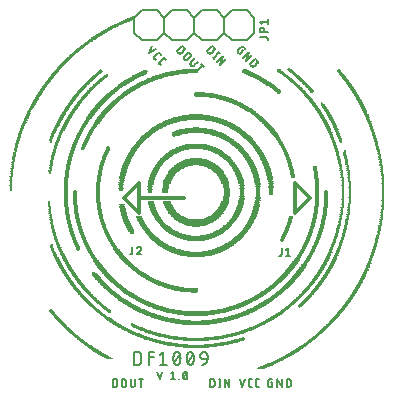
<source format=gbr>
G04 EAGLE Gerber RS-274X export*
G75*
%MOMM*%
%FSLAX34Y34*%
%LPD*%
%INSilkscreen Top*%
%IPPOS*%
%AMOC8*
5,1,8,0,0,1.08239X$1,22.5*%
G01*
%ADD10C,0.152400*%
%ADD11R,0.685800X0.025400*%
%ADD12R,0.660400X0.025400*%
%ADD13R,0.635000X0.025400*%
%ADD14R,0.609600X0.025400*%
%ADD15R,0.584200X0.025400*%
%ADD16R,0.558800X0.025400*%
%ADD17R,0.533400X0.025400*%
%ADD18R,0.508000X0.025400*%
%ADD19R,0.482600X0.025400*%
%ADD20R,0.457200X0.025400*%
%ADD21R,0.431800X0.025400*%
%ADD22R,0.406400X0.025400*%
%ADD23R,1.320800X0.025400*%
%ADD24R,2.133600X0.025400*%
%ADD25R,2.692400X0.025400*%
%ADD26R,3.149600X0.025400*%
%ADD27R,3.556000X0.025400*%
%ADD28R,3.911600X0.025400*%
%ADD29R,4.241800X0.025400*%
%ADD30R,4.546600X0.025400*%
%ADD31R,4.826000X0.025400*%
%ADD32R,1.905000X0.025400*%
%ADD33R,1.651000X0.025400*%
%ADD34R,1.625600X0.025400*%
%ADD35R,1.498600X0.025400*%
%ADD36R,1.473200X0.025400*%
%ADD37R,1.371600X0.025400*%
%ADD38R,0.381000X0.025400*%
%ADD39R,1.295400X0.025400*%
%ADD40R,1.270000X0.025400*%
%ADD41R,1.219200X0.025400*%
%ADD42R,1.193800X0.025400*%
%ADD43R,1.143000X0.025400*%
%ADD44R,1.092200X0.025400*%
%ADD45R,1.066800X0.025400*%
%ADD46R,1.016000X0.025400*%
%ADD47R,0.990600X0.025400*%
%ADD48R,0.965200X0.025400*%
%ADD49R,0.939800X0.025400*%
%ADD50R,0.914400X0.025400*%
%ADD51R,0.889000X0.025400*%
%ADD52R,0.863600X0.025400*%
%ADD53R,1.524000X0.025400*%
%ADD54R,0.838200X0.025400*%
%ADD55R,2.235200X0.025400*%
%ADD56R,2.743200X0.025400*%
%ADD57R,0.812800X0.025400*%
%ADD58R,3.175000X0.025400*%
%ADD59R,0.736600X0.025400*%
%ADD60R,0.787400X0.025400*%
%ADD61R,0.762000X0.025400*%
%ADD62R,4.216400X0.025400*%
%ADD63R,4.521200X0.025400*%
%ADD64R,4.775200X0.025400*%
%ADD65R,0.304800X0.025400*%
%ADD66R,0.711200X0.025400*%
%ADD67R,1.778000X0.025400*%
%ADD68R,0.228600X0.025400*%
%ADD69R,1.574800X0.025400*%
%ADD70R,1.549400X0.025400*%
%ADD71R,0.076200X0.025400*%
%ADD72R,1.422400X0.025400*%
%ADD73R,0.355600X0.025400*%
%ADD74R,1.244600X0.025400*%
%ADD75R,1.168400X0.025400*%
%ADD76R,1.117600X0.025400*%
%ADD77R,0.330200X0.025400*%
%ADD78R,0.279400X0.025400*%
%ADD79R,2.336800X0.025400*%
%ADD80R,0.152400X0.025400*%
%ADD81R,2.794000X0.025400*%
%ADD82R,3.505200X0.025400*%
%ADD83R,3.810000X0.025400*%
%ADD84R,4.114800X0.025400*%
%ADD85R,4.368800X0.025400*%
%ADD86R,4.622800X0.025400*%
%ADD87R,4.876800X0.025400*%
%ADD88R,5.080000X0.025400*%
%ADD89R,5.308600X0.025400*%
%ADD90R,2.362200X0.025400*%
%ADD91R,2.006600X0.025400*%
%ADD92R,2.032000X0.025400*%
%ADD93R,1.828800X0.025400*%
%ADD94R,1.701800X0.025400*%
%ADD95R,1.600200X0.025400*%
%ADD96R,1.447800X0.025400*%
%ADD97R,1.041400X0.025400*%
%ADD98R,2.489200X0.025400*%
%ADD99R,2.895600X0.025400*%
%ADD100R,3.225800X0.025400*%
%ADD101R,3.835400X0.025400*%
%ADD102R,4.343400X0.025400*%
%ADD103R,4.572000X0.025400*%
%ADD104R,4.800600X0.025400*%
%ADD105R,0.254000X0.025400*%
%ADD106R,5.029200X0.025400*%
%ADD107R,5.232400X0.025400*%
%ADD108R,2.057400X0.025400*%
%ADD109R,0.203200X0.025400*%
%ADD110R,0.177800X0.025400*%
%ADD111R,1.346200X0.025400*%
%ADD112R,0.101600X0.025400*%
%ADD113R,1.854200X0.025400*%
%ADD114R,1.981200X0.025400*%
%ADD115R,2.159000X0.025400*%
%ADD116R,2.260600X0.025400*%
%ADD117R,2.387600X0.025400*%
%ADD118R,1.727200X0.025400*%
%ADD119R,0.127000X0.025400*%
%ADD120R,2.184400X0.025400*%
%ADD121R,2.413000X0.025400*%
%ADD122R,2.641600X0.025400*%
%ADD123R,2.844800X0.025400*%
%ADD124R,3.022600X0.025400*%
%ADD125R,3.200400X0.025400*%
%ADD126R,3.352800X0.025400*%
%ADD127R,3.657600X0.025400*%
%ADD128R,3.937000X0.025400*%
%ADD129R,4.064000X0.025400*%
%ADD130R,1.879600X0.025400*%
%ADD131R,2.590800X0.025400*%
%ADD132R,2.870200X0.025400*%
%ADD133R,2.997200X0.025400*%
%ADD134R,3.124200X0.025400*%
%ADD135R,3.251200X0.025400*%
%ADD136R,3.479800X0.025400*%
%ADD137R,3.581400X0.025400*%
%ADD138R,1.803400X0.025400*%
%ADD139R,1.955800X0.025400*%
%ADD140R,2.082800X0.025400*%
%ADD141R,2.438400X0.025400*%
%ADD142R,2.565400X0.025400*%
%ADD143R,2.667000X0.025400*%
%ADD144R,2.946400X0.025400*%
%ADD145R,3.098800X0.025400*%
%ADD146R,3.327400X0.025400*%
%ADD147R,3.403600X0.025400*%
%ADD148R,0.050800X0.025400*%
%ADD149R,2.540000X0.025400*%
%ADD150R,2.717800X0.025400*%
%ADD151R,4.013200X0.025400*%
%ADD152R,3.784600X0.025400*%
%ADD153R,2.819400X0.025400*%
%ADD154R,2.616200X0.025400*%
%ADD155R,1.397000X0.025400*%
%ADD156R,4.419600X0.025400*%
%ADD157R,4.292600X0.025400*%
%ADD158R,4.140200X0.025400*%
%ADD159R,3.987800X0.025400*%
%ADD160R,3.632200X0.025400*%
%ADD161R,3.454400X0.025400*%
%ADD162R,3.048000X0.025400*%
%ADD163R,2.311400X0.025400*%
%ADD164R,0.025400X0.025400*%
%ADD165R,1.676400X0.025400*%
%ADD166R,2.514600X0.025400*%
%ADD167R,2.209800X0.025400*%
%ADD168R,1.930400X0.025400*%
%ADD169R,0.520700X0.025400*%
%ADD170R,0.469900X0.025400*%
%ADD171R,0.393700X0.025400*%
%ADD172R,0.317500X0.025400*%
%ADD173R,0.266700X0.025400*%
%ADD174R,0.190500X0.025400*%
%ADD175R,0.139700X0.025400*%
%ADD176R,0.063500X0.025400*%
%ADD177C,0.177800*%
%ADD178C,0.304800*%


D10*
X56214Y293896D02*
X53101Y287670D01*
X59327Y290783D01*
X57989Y282782D02*
X59026Y281744D01*
X57988Y282781D02*
X57937Y282835D01*
X57888Y282891D01*
X57843Y282950D01*
X57800Y283011D01*
X57761Y283074D01*
X57725Y283139D01*
X57692Y283206D01*
X57663Y283274D01*
X57637Y283344D01*
X57615Y283415D01*
X57596Y283487D01*
X57581Y283560D01*
X57570Y283634D01*
X57562Y283708D01*
X57558Y283782D01*
X57558Y283856D01*
X57562Y283930D01*
X57570Y284004D01*
X57581Y284078D01*
X57596Y284151D01*
X57615Y284223D01*
X57637Y284294D01*
X57663Y284364D01*
X57692Y284432D01*
X57725Y284499D01*
X57761Y284564D01*
X57800Y284627D01*
X57843Y284688D01*
X57888Y284747D01*
X57937Y284803D01*
X57988Y284857D01*
X57989Y284857D02*
X60583Y287451D01*
X60583Y287452D02*
X60637Y287503D01*
X60693Y287552D01*
X60752Y287597D01*
X60813Y287640D01*
X60876Y287679D01*
X60941Y287715D01*
X61008Y287748D01*
X61076Y287777D01*
X61146Y287803D01*
X61217Y287825D01*
X61289Y287844D01*
X61362Y287859D01*
X61436Y287870D01*
X61510Y287878D01*
X61584Y287882D01*
X61658Y287882D01*
X61732Y287878D01*
X61806Y287870D01*
X61880Y287859D01*
X61953Y287844D01*
X62025Y287825D01*
X62096Y287803D01*
X62166Y287777D01*
X62234Y287748D01*
X62301Y287715D01*
X62366Y287679D01*
X62429Y287640D01*
X62490Y287597D01*
X62549Y287552D01*
X62605Y287503D01*
X62659Y287452D01*
X62658Y287451D02*
X63696Y286414D01*
X62299Y278471D02*
X63337Y277433D01*
X62299Y278471D02*
X62248Y278525D01*
X62199Y278581D01*
X62154Y278640D01*
X62111Y278701D01*
X62072Y278764D01*
X62036Y278829D01*
X62003Y278896D01*
X61974Y278964D01*
X61948Y279034D01*
X61926Y279105D01*
X61907Y279177D01*
X61892Y279250D01*
X61881Y279324D01*
X61873Y279398D01*
X61869Y279472D01*
X61869Y279546D01*
X61873Y279620D01*
X61881Y279694D01*
X61892Y279768D01*
X61907Y279841D01*
X61926Y279913D01*
X61948Y279984D01*
X61974Y280054D01*
X62003Y280122D01*
X62036Y280189D01*
X62072Y280254D01*
X62111Y280317D01*
X62154Y280378D01*
X62199Y280437D01*
X62248Y280493D01*
X62299Y280547D01*
X64893Y283141D01*
X64947Y283192D01*
X65003Y283241D01*
X65062Y283286D01*
X65123Y283329D01*
X65186Y283368D01*
X65251Y283404D01*
X65318Y283437D01*
X65386Y283466D01*
X65456Y283492D01*
X65527Y283514D01*
X65599Y283533D01*
X65672Y283548D01*
X65746Y283559D01*
X65820Y283567D01*
X65894Y283571D01*
X65968Y283571D01*
X66042Y283567D01*
X66116Y283559D01*
X66190Y283548D01*
X66263Y283533D01*
X66335Y283514D01*
X66406Y283492D01*
X66476Y283466D01*
X66544Y283437D01*
X66611Y283404D01*
X66676Y283368D01*
X66739Y283329D01*
X66800Y283286D01*
X66859Y283241D01*
X66915Y283192D01*
X66969Y283141D01*
X68006Y282103D01*
X76944Y289226D02*
X81614Y293896D01*
X82911Y292599D01*
X82969Y292538D01*
X83025Y292474D01*
X83078Y292407D01*
X83127Y292338D01*
X83173Y292267D01*
X83216Y292194D01*
X83256Y292119D01*
X83292Y292043D01*
X83324Y291965D01*
X83353Y291885D01*
X83378Y291804D01*
X83399Y291722D01*
X83417Y291639D01*
X83430Y291555D01*
X83440Y291471D01*
X83446Y291387D01*
X83448Y291302D01*
X83446Y291217D01*
X83440Y291133D01*
X83430Y291049D01*
X83417Y290965D01*
X83399Y290882D01*
X83378Y290800D01*
X83353Y290719D01*
X83324Y290639D01*
X83292Y290561D01*
X83256Y290485D01*
X83216Y290410D01*
X83173Y290337D01*
X83127Y290266D01*
X83078Y290197D01*
X83025Y290130D01*
X82969Y290066D01*
X82911Y290005D01*
X80835Y287929D01*
X80774Y287871D01*
X80710Y287815D01*
X80643Y287762D01*
X80574Y287713D01*
X80503Y287667D01*
X80430Y287624D01*
X80355Y287584D01*
X80279Y287548D01*
X80201Y287516D01*
X80121Y287487D01*
X80040Y287462D01*
X79958Y287441D01*
X79875Y287423D01*
X79791Y287410D01*
X79707Y287400D01*
X79623Y287394D01*
X79538Y287392D01*
X79453Y287394D01*
X79369Y287400D01*
X79285Y287410D01*
X79201Y287423D01*
X79118Y287441D01*
X79036Y287462D01*
X78955Y287487D01*
X78875Y287516D01*
X78797Y287548D01*
X78721Y287584D01*
X78646Y287624D01*
X78573Y287667D01*
X78502Y287713D01*
X78433Y287762D01*
X78366Y287815D01*
X78302Y287871D01*
X78241Y287929D01*
X76944Y289226D01*
X83586Y285178D02*
X85662Y287254D01*
X85723Y287312D01*
X85787Y287368D01*
X85854Y287421D01*
X85923Y287470D01*
X85994Y287516D01*
X86067Y287559D01*
X86142Y287599D01*
X86218Y287635D01*
X86296Y287667D01*
X86376Y287696D01*
X86457Y287721D01*
X86539Y287742D01*
X86622Y287760D01*
X86706Y287773D01*
X86790Y287783D01*
X86874Y287789D01*
X86959Y287791D01*
X87044Y287789D01*
X87128Y287783D01*
X87212Y287773D01*
X87296Y287760D01*
X87379Y287742D01*
X87461Y287721D01*
X87542Y287696D01*
X87622Y287667D01*
X87700Y287635D01*
X87776Y287599D01*
X87851Y287559D01*
X87924Y287516D01*
X87995Y287470D01*
X88064Y287421D01*
X88131Y287368D01*
X88195Y287312D01*
X88256Y287254D01*
X88314Y287193D01*
X88370Y287129D01*
X88423Y287062D01*
X88472Y286993D01*
X88518Y286922D01*
X88561Y286849D01*
X88601Y286774D01*
X88637Y286698D01*
X88669Y286620D01*
X88698Y286540D01*
X88723Y286459D01*
X88744Y286377D01*
X88762Y286294D01*
X88775Y286210D01*
X88785Y286126D01*
X88791Y286042D01*
X88793Y285957D01*
X88791Y285872D01*
X88785Y285788D01*
X88775Y285704D01*
X88762Y285620D01*
X88744Y285537D01*
X88723Y285455D01*
X88698Y285374D01*
X88669Y285294D01*
X88637Y285216D01*
X88601Y285140D01*
X88561Y285065D01*
X88518Y284992D01*
X88472Y284921D01*
X88423Y284852D01*
X88370Y284785D01*
X88314Y284721D01*
X88256Y284660D01*
X88256Y284659D02*
X86180Y282584D01*
X86119Y282526D01*
X86055Y282470D01*
X85988Y282417D01*
X85919Y282368D01*
X85848Y282322D01*
X85775Y282279D01*
X85700Y282239D01*
X85624Y282203D01*
X85546Y282171D01*
X85466Y282142D01*
X85385Y282117D01*
X85303Y282096D01*
X85220Y282078D01*
X85136Y282065D01*
X85052Y282055D01*
X84968Y282049D01*
X84883Y282047D01*
X84798Y282049D01*
X84714Y282055D01*
X84630Y282065D01*
X84546Y282078D01*
X84463Y282096D01*
X84381Y282117D01*
X84300Y282142D01*
X84220Y282171D01*
X84142Y282203D01*
X84066Y282239D01*
X83991Y282279D01*
X83918Y282322D01*
X83847Y282368D01*
X83778Y282417D01*
X83711Y282470D01*
X83647Y282526D01*
X83586Y282584D01*
X83528Y282645D01*
X83472Y282709D01*
X83419Y282776D01*
X83370Y282845D01*
X83324Y282916D01*
X83281Y282989D01*
X83241Y283064D01*
X83205Y283140D01*
X83173Y283218D01*
X83144Y283298D01*
X83119Y283379D01*
X83098Y283461D01*
X83080Y283544D01*
X83067Y283628D01*
X83057Y283712D01*
X83051Y283796D01*
X83049Y283881D01*
X83051Y283966D01*
X83057Y284050D01*
X83067Y284134D01*
X83080Y284218D01*
X83098Y284301D01*
X83119Y284383D01*
X83144Y284464D01*
X83173Y284544D01*
X83205Y284622D01*
X83241Y284698D01*
X83281Y284773D01*
X83324Y284846D01*
X83370Y284917D01*
X83419Y284986D01*
X83472Y285053D01*
X83528Y285117D01*
X83586Y285178D01*
X88931Y279833D02*
X92304Y283206D01*
X88931Y279833D02*
X88873Y279772D01*
X88817Y279708D01*
X88764Y279641D01*
X88715Y279572D01*
X88669Y279501D01*
X88626Y279428D01*
X88586Y279353D01*
X88550Y279277D01*
X88518Y279199D01*
X88489Y279119D01*
X88464Y279038D01*
X88443Y278956D01*
X88425Y278873D01*
X88412Y278789D01*
X88402Y278705D01*
X88396Y278621D01*
X88394Y278536D01*
X88396Y278451D01*
X88402Y278367D01*
X88412Y278283D01*
X88425Y278199D01*
X88443Y278116D01*
X88464Y278034D01*
X88489Y277953D01*
X88518Y277873D01*
X88550Y277795D01*
X88586Y277719D01*
X88626Y277644D01*
X88669Y277571D01*
X88715Y277500D01*
X88764Y277431D01*
X88817Y277364D01*
X88873Y277300D01*
X88931Y277239D01*
X88992Y277181D01*
X89056Y277125D01*
X89123Y277072D01*
X89192Y277023D01*
X89263Y276977D01*
X89336Y276934D01*
X89411Y276894D01*
X89487Y276858D01*
X89565Y276826D01*
X89645Y276797D01*
X89726Y276772D01*
X89808Y276751D01*
X89891Y276733D01*
X89975Y276720D01*
X90059Y276710D01*
X90143Y276704D01*
X90228Y276702D01*
X90313Y276704D01*
X90397Y276710D01*
X90481Y276720D01*
X90565Y276733D01*
X90648Y276751D01*
X90730Y276772D01*
X90811Y276797D01*
X90891Y276826D01*
X90969Y276858D01*
X91045Y276894D01*
X91120Y276934D01*
X91193Y276977D01*
X91264Y277023D01*
X91333Y277072D01*
X91400Y277125D01*
X91464Y277181D01*
X91525Y277239D01*
X94898Y280612D01*
X98601Y276908D02*
X93931Y272239D01*
X99898Y275611D02*
X97304Y278206D01*
X102344Y289226D02*
X107014Y293896D01*
X108311Y292599D01*
X108369Y292538D01*
X108425Y292474D01*
X108478Y292407D01*
X108527Y292338D01*
X108573Y292267D01*
X108616Y292194D01*
X108656Y292119D01*
X108692Y292043D01*
X108724Y291965D01*
X108753Y291885D01*
X108778Y291804D01*
X108799Y291722D01*
X108817Y291639D01*
X108830Y291555D01*
X108840Y291471D01*
X108846Y291387D01*
X108848Y291302D01*
X108846Y291217D01*
X108840Y291133D01*
X108830Y291049D01*
X108817Y290965D01*
X108799Y290882D01*
X108778Y290800D01*
X108753Y290719D01*
X108724Y290639D01*
X108692Y290561D01*
X108656Y290485D01*
X108616Y290410D01*
X108573Y290337D01*
X108527Y290266D01*
X108478Y290197D01*
X108425Y290130D01*
X108369Y290066D01*
X108311Y290005D01*
X106235Y287929D01*
X106174Y287871D01*
X106110Y287815D01*
X106043Y287762D01*
X105974Y287713D01*
X105903Y287667D01*
X105830Y287624D01*
X105755Y287584D01*
X105679Y287548D01*
X105601Y287516D01*
X105521Y287487D01*
X105440Y287462D01*
X105358Y287441D01*
X105275Y287423D01*
X105191Y287410D01*
X105107Y287400D01*
X105023Y287394D01*
X104938Y287392D01*
X104853Y287394D01*
X104769Y287400D01*
X104685Y287410D01*
X104601Y287423D01*
X104518Y287441D01*
X104436Y287462D01*
X104355Y287487D01*
X104275Y287516D01*
X104197Y287548D01*
X104121Y287584D01*
X104046Y287624D01*
X103973Y287667D01*
X103902Y287713D01*
X103833Y287762D01*
X103766Y287815D01*
X103702Y287871D01*
X103641Y287929D01*
X102344Y289226D01*
X107952Y283619D02*
X112621Y288288D01*
X107433Y284137D02*
X108470Y283100D01*
X113140Y287769D02*
X112102Y288807D01*
X115635Y285275D02*
X110965Y280605D01*
X113559Y278011D02*
X115635Y285275D01*
X118229Y282681D02*
X113559Y278011D01*
X132154Y290005D02*
X132933Y289226D01*
X130338Y286632D01*
X128782Y288189D01*
X128781Y288188D02*
X128730Y288242D01*
X128681Y288298D01*
X128636Y288357D01*
X128593Y288418D01*
X128554Y288481D01*
X128518Y288546D01*
X128485Y288613D01*
X128456Y288681D01*
X128430Y288751D01*
X128408Y288822D01*
X128389Y288894D01*
X128374Y288967D01*
X128363Y289041D01*
X128355Y289115D01*
X128351Y289189D01*
X128351Y289263D01*
X128355Y289337D01*
X128363Y289411D01*
X128374Y289485D01*
X128389Y289558D01*
X128408Y289630D01*
X128430Y289701D01*
X128456Y289771D01*
X128485Y289839D01*
X128518Y289906D01*
X128554Y289971D01*
X128593Y290034D01*
X128636Y290095D01*
X128681Y290154D01*
X128730Y290210D01*
X128781Y290264D01*
X128782Y290264D02*
X131376Y292858D01*
X131376Y292859D02*
X131430Y292910D01*
X131486Y292959D01*
X131545Y293004D01*
X131606Y293047D01*
X131669Y293086D01*
X131734Y293122D01*
X131801Y293155D01*
X131869Y293184D01*
X131939Y293210D01*
X132010Y293232D01*
X132082Y293251D01*
X132155Y293266D01*
X132229Y293277D01*
X132303Y293285D01*
X132377Y293289D01*
X132451Y293289D01*
X132525Y293285D01*
X132599Y293277D01*
X132673Y293266D01*
X132746Y293251D01*
X132818Y293232D01*
X132889Y293210D01*
X132959Y293184D01*
X133027Y293155D01*
X133094Y293122D01*
X133159Y293086D01*
X133222Y293047D01*
X133283Y293004D01*
X133342Y292959D01*
X133398Y292910D01*
X133452Y292859D01*
X133451Y292858D02*
X135008Y291302D01*
X137931Y288379D02*
X133261Y283709D01*
X135856Y281114D02*
X137931Y288379D01*
X140525Y285784D02*
X135856Y281114D01*
X138779Y278191D02*
X143449Y282861D01*
X144746Y281564D01*
X144804Y281503D01*
X144860Y281439D01*
X144913Y281372D01*
X144962Y281303D01*
X145008Y281232D01*
X145051Y281159D01*
X145091Y281084D01*
X145127Y281008D01*
X145159Y280930D01*
X145188Y280850D01*
X145213Y280769D01*
X145234Y280687D01*
X145252Y280604D01*
X145265Y280520D01*
X145275Y280436D01*
X145281Y280352D01*
X145283Y280267D01*
X145281Y280182D01*
X145275Y280098D01*
X145265Y280014D01*
X145252Y279930D01*
X145234Y279847D01*
X145213Y279765D01*
X145188Y279684D01*
X145159Y279604D01*
X145127Y279526D01*
X145091Y279450D01*
X145051Y279375D01*
X145008Y279302D01*
X144962Y279231D01*
X144913Y279162D01*
X144860Y279095D01*
X144804Y279031D01*
X144746Y278970D01*
X142670Y276894D01*
X142609Y276836D01*
X142545Y276780D01*
X142478Y276727D01*
X142409Y276678D01*
X142338Y276632D01*
X142265Y276589D01*
X142190Y276549D01*
X142114Y276513D01*
X142036Y276481D01*
X141956Y276452D01*
X141875Y276427D01*
X141793Y276406D01*
X141710Y276388D01*
X141626Y276375D01*
X141542Y276365D01*
X141458Y276359D01*
X141373Y276357D01*
X141288Y276359D01*
X141204Y276365D01*
X141120Y276375D01*
X141036Y276388D01*
X140953Y276406D01*
X140871Y276427D01*
X140790Y276452D01*
X140710Y276481D01*
X140632Y276513D01*
X140556Y276549D01*
X140481Y276589D01*
X140408Y276632D01*
X140337Y276678D01*
X140268Y276727D01*
X140201Y276780D01*
X140137Y276836D01*
X140076Y276894D01*
X138779Y278191D01*
D11*
X148082Y20574D03*
D12*
X148717Y20828D03*
D11*
X149352Y21082D03*
D12*
X149987Y21336D03*
X150749Y21590D03*
D13*
X151384Y21844D03*
X151892Y22098D03*
X152654Y22352D03*
X153162Y22606D03*
D14*
X153797Y22860D03*
X154559Y23114D03*
X155067Y23368D03*
X155575Y23622D03*
D15*
X156210Y23876D03*
D14*
X156845Y24130D03*
D15*
X157480Y24384D03*
X157988Y24638D03*
X158496Y24892D03*
D16*
X159131Y25146D03*
X159639Y25400D03*
X160147Y25654D03*
X160655Y25908D03*
D17*
X161290Y26162D03*
X161798Y26416D03*
X162306Y26670D03*
X162814Y26924D03*
X163322Y27178D03*
X163830Y27432D03*
X164338Y27686D03*
X164846Y27940D03*
X165354Y28194D03*
D18*
X20447Y28448D03*
D17*
X165862Y28448D03*
D18*
X19939Y28702D03*
D17*
X166370Y28702D03*
D18*
X19431Y28956D03*
X166751Y28956D03*
X18923Y29210D03*
X167259Y29210D03*
X18415Y29464D03*
X167767Y29464D03*
X17907Y29718D03*
X168275Y29718D03*
D19*
X17526Y29972D03*
D18*
X168783Y29972D03*
D19*
X17018Y30226D03*
X169164Y30226D03*
X16510Y30480D03*
X169672Y30480D03*
D18*
X16129Y30734D03*
D19*
X170180Y30734D03*
X15748Y30988D03*
X170688Y30988D03*
X15240Y31242D03*
X170942Y31242D03*
X14732Y31496D03*
X171450Y31496D03*
D20*
X14351Y31750D03*
D19*
X171958Y31750D03*
X13970Y32004D03*
X172466Y32004D03*
X13462Y32258D03*
D20*
X172847Y32258D03*
D19*
X12954Y32512D03*
X173228Y32512D03*
D20*
X12573Y32766D03*
D19*
X173736Y32766D03*
X12192Y33020D03*
D20*
X174117Y33020D03*
X11811Y33274D03*
X174625Y33274D03*
X11303Y33528D03*
X174879Y33528D03*
X10795Y33782D03*
X175387Y33782D03*
X10541Y34036D03*
X175895Y34036D03*
X10033Y34290D03*
X176149Y34290D03*
D21*
X9652Y34544D03*
D20*
X176657Y34544D03*
X9271Y34798D03*
D21*
X177038Y34798D03*
D20*
X8763Y35052D03*
X177419Y35052D03*
D21*
X8382Y35306D03*
X177800Y35306D03*
D20*
X8001Y35560D03*
D21*
X178308Y35560D03*
X7620Y35814D03*
D20*
X178689Y35814D03*
X7239Y36068D03*
D21*
X179070Y36068D03*
X6858Y36322D03*
D20*
X179451Y36322D03*
D21*
X6350Y36576D03*
X179832Y36576D03*
X6096Y36830D03*
D20*
X180213Y36830D03*
D21*
X5588Y37084D03*
X180594Y37084D03*
X5334Y37338D03*
D22*
X180975Y37338D03*
D21*
X4826Y37592D03*
X181356Y37592D03*
X4572Y37846D03*
D22*
X181737Y37846D03*
X4191Y38100D03*
D23*
X93091Y38100D03*
D21*
X182118Y38100D03*
X3810Y38354D03*
D24*
X93091Y38354D03*
D22*
X182499Y38354D03*
X3429Y38608D03*
D25*
X93091Y38608D03*
D21*
X182880Y38608D03*
X3048Y38862D03*
D26*
X93091Y38862D03*
D22*
X183261Y38862D03*
X2667Y39116D03*
D27*
X93091Y39116D03*
D21*
X183642Y39116D03*
X2286Y39370D03*
D28*
X93091Y39370D03*
D22*
X184023Y39370D03*
X1905Y39624D03*
D29*
X93218Y39624D03*
D22*
X184277Y39624D03*
X1651Y39878D03*
D30*
X93218Y39878D03*
D21*
X184658Y39878D03*
D22*
X1143Y40132D03*
D31*
X93091Y40132D03*
D22*
X185039Y40132D03*
X889Y40386D03*
D32*
X77216Y40386D03*
X108966Y40386D03*
D22*
X185293Y40386D03*
X635Y40640D03*
D33*
X74676Y40640D03*
D34*
X111633Y40640D03*
D22*
X185801Y40640D03*
X127Y40894D03*
D35*
X72644Y40894D03*
D36*
X113665Y40894D03*
D22*
X186055Y40894D03*
X-127Y41148D03*
D37*
X70993Y41148D03*
X115443Y41148D03*
D22*
X186563Y41148D03*
D38*
X-508Y41402D03*
D39*
X69342Y41402D03*
D40*
X116967Y41402D03*
D22*
X186817Y41402D03*
X-889Y41656D03*
D41*
X67945Y41656D03*
D42*
X118364Y41656D03*
D22*
X187071Y41656D03*
X-1143Y41910D03*
D43*
X66548Y41910D03*
X119634Y41910D03*
D22*
X187579Y41910D03*
D38*
X-1524Y42164D03*
D44*
X65278Y42164D03*
X120904Y42164D03*
D22*
X187833Y42164D03*
X-1905Y42418D03*
D45*
X64135Y42418D03*
X122047Y42418D03*
D22*
X188087Y42418D03*
X-2159Y42672D03*
D46*
X63119Y42672D03*
X123317Y42672D03*
D38*
X188468Y42672D03*
X-2540Y42926D03*
D47*
X61976Y42926D03*
D48*
X124333Y42926D03*
D22*
X188849Y42926D03*
X-2921Y43180D03*
D49*
X60960Y43180D03*
D48*
X125349Y43180D03*
D38*
X189230Y43180D03*
D22*
X-3175Y43434D03*
D50*
X59817Y43434D03*
X126365Y43434D03*
D38*
X189484Y43434D03*
X-3556Y43688D03*
D51*
X58928Y43688D03*
X127254Y43688D03*
D22*
X189865Y43688D03*
D38*
X-3810Y43942D03*
D52*
X58039Y43942D03*
D53*
X93091Y43942D03*
D51*
X128270Y43942D03*
D38*
X190246Y43942D03*
D22*
X-4191Y44196D03*
D54*
X57150Y44196D03*
D55*
X93091Y44196D03*
D52*
X129159Y44196D03*
D38*
X190500Y44196D03*
X-4572Y44450D03*
D54*
X56134Y44450D03*
D56*
X93091Y44450D03*
D57*
X129921Y44450D03*
D38*
X190754Y44450D03*
X-4826Y44704D03*
D57*
X55245Y44704D03*
D58*
X93218Y44704D03*
D59*
X130556Y44704D03*
D22*
X191135Y44704D03*
X-5207Y44958D03*
D60*
X54610Y44958D03*
D27*
X93091Y44958D03*
D12*
X131191Y44958D03*
D38*
X191516Y44958D03*
X-5588Y45212D03*
D61*
X53721Y45212D03*
D28*
X93091Y45212D03*
D15*
X131572Y45212D03*
D38*
X191770Y45212D03*
X-5842Y45466D03*
D61*
X52959Y45466D03*
D62*
X93091Y45466D03*
D19*
X132080Y45466D03*
D38*
X192024Y45466D03*
X-6096Y45720D03*
D59*
X52070Y45720D03*
D63*
X93091Y45720D03*
D22*
X132461Y45720D03*
D38*
X192532Y45720D03*
X-6350Y45974D03*
D59*
X51308Y45974D03*
D64*
X93091Y45974D03*
D65*
X132715Y45974D03*
D38*
X192786Y45974D03*
X-6858Y46228D03*
D66*
X50673Y46228D03*
D67*
X76835Y46228D03*
X109347Y46228D03*
D68*
X133096Y46228D03*
D38*
X193040Y46228D03*
X-7112Y46482D03*
D66*
X49911Y46482D03*
D69*
X74549Y46482D03*
D70*
X111760Y46482D03*
D71*
X133350Y46482D03*
D38*
X193294Y46482D03*
X-7366Y46736D03*
D66*
X49149Y46736D03*
D72*
X72771Y46736D03*
X113665Y46736D03*
D73*
X193675Y46736D03*
D38*
X-7620Y46990D03*
D11*
X48514Y46990D03*
D23*
X70993Y46990D03*
X115189Y46990D03*
D38*
X194056Y46990D03*
D73*
X-8001Y47244D03*
D11*
X47752Y47244D03*
D74*
X69596Y47244D03*
D41*
X116713Y47244D03*
D38*
X194310Y47244D03*
X-8382Y47498D03*
D12*
X47117Y47498D03*
D75*
X68199Y47498D03*
D42*
X118110Y47498D03*
D38*
X194564Y47498D03*
X-8636Y47752D03*
D12*
X46355Y47752D03*
D76*
X66929Y47752D03*
D44*
X119380Y47752D03*
D38*
X194818Y47752D03*
X-8890Y48006D03*
D13*
X45720Y48006D03*
D45*
X65659Y48006D03*
X120523Y48006D03*
D73*
X195199Y48006D03*
X-9271Y48260D03*
D12*
X45085Y48260D03*
D46*
X64643Y48260D03*
X121793Y48260D03*
D73*
X195453Y48260D03*
X-9525Y48514D03*
D13*
X44450Y48514D03*
D47*
X63500Y48514D03*
D48*
X122809Y48514D03*
D38*
X195834Y48514D03*
D73*
X-9779Y48768D03*
D14*
X43815Y48768D03*
D48*
X62357Y48768D03*
X123825Y48768D03*
D38*
X196088Y48768D03*
X-10160Y49022D03*
D13*
X43180Y49022D03*
D50*
X61341Y49022D03*
X124841Y49022D03*
D38*
X196342Y49022D03*
X-10414Y49276D03*
D14*
X42545Y49276D03*
D51*
X60452Y49276D03*
D50*
X125857Y49276D03*
D73*
X196723Y49276D03*
D38*
X-10668Y49530D03*
D14*
X42037Y49530D03*
D52*
X59563Y49530D03*
D51*
X126746Y49530D03*
D73*
X196977Y49530D03*
X-11049Y49784D03*
D15*
X41402Y49784D03*
D52*
X58547Y49784D03*
D54*
X127762Y49784D03*
D73*
X197231Y49784D03*
X-11303Y50038D03*
D15*
X40894Y50038D03*
D54*
X57658Y50038D03*
X128524Y50038D03*
D73*
X197485Y50038D03*
X-11557Y50292D03*
D15*
X40132Y50292D03*
D57*
X56769Y50292D03*
X129413Y50292D03*
D38*
X197866Y50292D03*
D73*
X-11811Y50546D03*
D15*
X39624Y50546D03*
D60*
X56134Y50546D03*
X130302Y50546D03*
D38*
X198120Y50546D03*
D73*
X-12065Y50800D03*
D15*
X39116Y50800D03*
D61*
X55245Y50800D03*
D60*
X131064Y50800D03*
D73*
X198501Y50800D03*
D38*
X-12446Y51054D03*
D16*
X38481Y51054D03*
D61*
X54483Y51054D03*
X131953Y51054D03*
D73*
X198755Y51054D03*
X-12827Y51308D03*
D16*
X37973Y51308D03*
D59*
X53594Y51308D03*
X132588Y51308D03*
D73*
X199009Y51308D03*
X-13081Y51562D03*
D16*
X37465Y51562D03*
D59*
X52832Y51562D03*
X133350Y51562D03*
D73*
X199263Y51562D03*
X-13335Y51816D03*
D16*
X36957Y51816D03*
D66*
X52197Y51816D03*
D59*
X134112Y51816D03*
D73*
X199517Y51816D03*
X-13589Y52070D03*
D16*
X36449Y52070D03*
D66*
X51435Y52070D03*
D11*
X134874Y52070D03*
D73*
X199771Y52070D03*
X-13843Y52324D03*
D17*
X35814Y52324D03*
D66*
X50673Y52324D03*
D11*
X135636Y52324D03*
D73*
X200025Y52324D03*
X-14097Y52578D03*
D17*
X35306Y52578D03*
D11*
X50038Y52578D03*
D12*
X136271Y52578D03*
D77*
X200406Y52578D03*
D73*
X-14351Y52832D03*
D17*
X34798Y52832D03*
D11*
X49276Y52832D03*
D12*
X137033Y52832D03*
D73*
X200787Y52832D03*
X-14605Y53086D03*
D17*
X34290Y53086D03*
D12*
X48641Y53086D03*
X137541Y53086D03*
D73*
X201041Y53086D03*
X-14859Y53340D03*
D18*
X33909Y53340D03*
D13*
X48006Y53340D03*
D12*
X138303Y53340D03*
D73*
X201295Y53340D03*
D77*
X-15240Y53594D03*
D18*
X33401Y53594D03*
D13*
X47244Y53594D03*
X138938Y53594D03*
D73*
X201549Y53594D03*
D77*
X-15494Y53848D03*
D18*
X32893Y53848D03*
D13*
X46736Y53848D03*
X139700Y53848D03*
D73*
X201803Y53848D03*
D77*
X-15748Y54102D03*
D18*
X32385Y54102D03*
D14*
X46101Y54102D03*
D13*
X140208Y54102D03*
D73*
X202057Y54102D03*
D77*
X-16002Y54356D03*
D18*
X31877Y54356D03*
D13*
X45466Y54356D03*
D14*
X140843Y54356D03*
D73*
X202311Y54356D03*
D77*
X-16256Y54610D03*
D18*
X31369Y54610D03*
D14*
X44831Y54610D03*
X141351Y54610D03*
D73*
X202565Y54610D03*
X-16637Y54864D03*
D19*
X30988Y54864D03*
D15*
X44196Y54864D03*
D14*
X142113Y54864D03*
D73*
X202819Y54864D03*
X-16891Y55118D03*
D19*
X30480Y55118D03*
D15*
X43688Y55118D03*
D14*
X142621Y55118D03*
D73*
X203073Y55118D03*
X-17145Y55372D03*
D19*
X29972Y55372D03*
D14*
X43053Y55372D03*
D15*
X143256Y55372D03*
D73*
X203327Y55372D03*
X-17399Y55626D03*
D18*
X29591Y55626D03*
D15*
X42418Y55626D03*
X143764Y55626D03*
D73*
X203581Y55626D03*
X-17653Y55880D03*
D19*
X29210Y55880D03*
D15*
X41910Y55880D03*
X144272Y55880D03*
D73*
X203835Y55880D03*
X-17907Y56134D03*
D19*
X28702Y56134D03*
D15*
X41402Y56134D03*
D16*
X144907Y56134D03*
D77*
X204216Y56134D03*
D73*
X-18161Y56388D03*
D19*
X28194Y56388D03*
D17*
X40894Y56388D03*
D16*
X145415Y56388D03*
D77*
X204470Y56388D03*
D73*
X-18415Y56642D03*
D20*
X27813Y56642D03*
D18*
X40513Y56642D03*
D16*
X145923Y56642D03*
D77*
X204724Y56642D03*
D73*
X-18669Y56896D03*
D20*
X27305Y56896D03*
X40259Y56896D03*
D17*
X146558Y56896D03*
D77*
X204978Y56896D03*
D73*
X-18923Y57150D03*
D19*
X26924Y57150D03*
D22*
X40005Y57150D03*
D17*
X147066Y57150D03*
D77*
X205232Y57150D03*
D73*
X-19177Y57404D03*
D20*
X26543Y57404D03*
D77*
X39624Y57404D03*
D52*
X93091Y57404D03*
D17*
X147574Y57404D03*
D77*
X205486Y57404D03*
D73*
X-19431Y57658D03*
D20*
X26035Y57658D03*
D78*
X39370Y57658D03*
D67*
X93091Y57658D03*
D17*
X148082Y57658D03*
D77*
X205740Y57658D03*
D73*
X-19685Y57912D03*
D19*
X25654Y57912D03*
D68*
X39116Y57912D03*
D79*
X93091Y57912D03*
D17*
X148590Y57912D03*
D77*
X205994Y57912D03*
X-19812Y58166D03*
D20*
X25273Y58166D03*
D80*
X38989Y58166D03*
D81*
X93091Y58166D03*
D17*
X149098Y58166D03*
D77*
X206248Y58166D03*
X-20066Y58420D03*
D20*
X24765Y58420D03*
D58*
X93218Y58420D03*
D17*
X149606Y58420D03*
D77*
X206502Y58420D03*
X-20320Y58674D03*
D21*
X24384Y58674D03*
D82*
X93091Y58674D03*
D17*
X150114Y58674D03*
D77*
X206756Y58674D03*
X-20574Y58928D03*
D20*
X24003Y58928D03*
D83*
X93091Y58928D03*
D17*
X150622Y58928D03*
D77*
X207010Y58928D03*
X-20828Y59182D03*
D21*
X23622Y59182D03*
D84*
X93091Y59182D03*
D17*
X151130Y59182D03*
D77*
X207264Y59182D03*
X-21082Y59436D03*
D20*
X23241Y59436D03*
D85*
X93091Y59436D03*
D18*
X151511Y59436D03*
D77*
X207518Y59436D03*
X-21336Y59690D03*
D21*
X22860Y59690D03*
D86*
X93091Y59690D03*
D18*
X152019Y59690D03*
D77*
X207772Y59690D03*
X-21590Y59944D03*
D21*
X22352Y59944D03*
D87*
X93091Y59944D03*
D18*
X152527Y59944D03*
D77*
X208026Y59944D03*
X-21844Y60198D03*
D21*
X22098Y60198D03*
D88*
X93091Y60198D03*
D18*
X153035Y60198D03*
D77*
X208026Y60198D03*
X-22098Y60452D03*
D21*
X21590Y60452D03*
D89*
X93218Y60452D03*
D19*
X153416Y60452D03*
D77*
X208280Y60452D03*
X-22352Y60706D03*
D21*
X21336Y60706D03*
D79*
X77343Y60706D03*
D90*
X108966Y60706D03*
D19*
X153924Y60706D03*
D77*
X208534Y60706D03*
X-22606Y60960D03*
D21*
X20828Y60960D03*
D91*
X74676Y60960D03*
D92*
X111633Y60960D03*
D19*
X154432Y60960D03*
D77*
X208788Y60960D03*
X-22860Y61214D03*
D21*
X20574Y61214D03*
D93*
X72771Y61214D03*
X113411Y61214D03*
D19*
X154940Y61214D03*
D77*
X209042Y61214D03*
X-23114Y61468D03*
D21*
X20066Y61468D03*
D94*
X71120Y61468D03*
X115062Y61468D03*
D19*
X155194Y61468D03*
D77*
X209296Y61468D03*
X-23368Y61722D03*
D21*
X19812Y61722D03*
D95*
X69850Y61722D03*
D69*
X116459Y61722D03*
D19*
X155702Y61722D03*
D77*
X209550Y61722D03*
X-23622Y61976D03*
D21*
X19304Y61976D03*
D35*
X68580Y61976D03*
D53*
X117729Y61976D03*
D19*
X156210Y61976D03*
D77*
X209804Y61976D03*
D65*
X-23749Y62230D03*
D21*
X19050Y62230D03*
D96*
X67310Y62230D03*
X118872Y62230D03*
D20*
X156591Y62230D03*
D77*
X210058Y62230D03*
D65*
X-24003Y62484D03*
D22*
X18669Y62484D03*
D37*
X66167Y62484D03*
X120015Y62484D03*
D20*
X157099Y62484D03*
D77*
X210312Y62484D03*
D65*
X-24257Y62738D03*
D21*
X18288Y62738D03*
D23*
X65151Y62738D03*
X121031Y62738D03*
D20*
X157353Y62738D03*
D77*
X210566Y62738D03*
X-24384Y62992D03*
D22*
X17907Y62992D03*
D40*
X64135Y62992D03*
D39*
X122174Y62992D03*
D20*
X157861Y62992D03*
D77*
X210820Y62992D03*
X-24638Y63246D03*
D21*
X17526Y63246D03*
D74*
X63246Y63246D03*
D41*
X123063Y63246D03*
D20*
X158369Y63246D03*
D65*
X210947Y63246D03*
D77*
X-24892Y63500D03*
D22*
X17145Y63500D03*
D42*
X62230Y63500D03*
X123952Y63500D03*
D20*
X158623Y63500D03*
D65*
X211201Y63500D03*
D77*
X-25146Y63754D03*
D22*
X16891Y63754D03*
D75*
X61341Y63754D03*
X124841Y63754D03*
D20*
X159131Y63754D03*
D65*
X211455Y63754D03*
D77*
X-25400Y64008D03*
D22*
X16383Y64008D03*
D43*
X60452Y64008D03*
X125730Y64008D03*
D21*
X159512Y64008D03*
D77*
X211582Y64008D03*
X-25654Y64262D03*
D22*
X16129Y64262D03*
D44*
X59690Y64262D03*
D76*
X126619Y64262D03*
D20*
X159893Y64262D03*
D77*
X211836Y64262D03*
D65*
X-25781Y64516D03*
D22*
X15875Y64516D03*
D44*
X58928Y64516D03*
D45*
X127381Y64516D03*
D21*
X160274Y64516D03*
D77*
X212090Y64516D03*
D65*
X-26035Y64770D03*
D22*
X15367Y64770D03*
D45*
X58039Y64770D03*
X128143Y64770D03*
D20*
X160655Y64770D03*
D77*
X212344Y64770D03*
D65*
X-26289Y65024D03*
D22*
X15113Y65024D03*
D97*
X57404Y65024D03*
X129032Y65024D03*
D21*
X161036Y65024D03*
D77*
X212598Y65024D03*
D65*
X-26543Y65278D03*
D38*
X14732Y65278D03*
D46*
X56515Y65278D03*
D37*
X93091Y65278D03*
D46*
X129667Y65278D03*
D21*
X161544Y65278D03*
D65*
X212725Y65278D03*
D77*
X-26670Y65532D03*
D38*
X14478Y65532D03*
D47*
X55880Y65532D03*
D91*
X93218Y65532D03*
D46*
X130429Y65532D03*
D21*
X161798Y65532D03*
D65*
X212979Y65532D03*
D77*
X-26924Y65786D03*
D22*
X14097Y65786D03*
D47*
X55118Y65786D03*
D98*
X93091Y65786D03*
D47*
X131064Y65786D03*
D21*
X162306Y65786D03*
D65*
X213233Y65786D03*
D77*
X-27178Y66040D03*
D38*
X13716Y66040D03*
D48*
X54483Y66040D03*
D99*
X93091Y66040D03*
D49*
X131826Y66040D03*
D21*
X162560Y66040D03*
D65*
X213487Y66040D03*
X-27305Y66294D03*
D38*
X13462Y66294D03*
D49*
X53848Y66294D03*
D100*
X93218Y66294D03*
D49*
X132588Y66294D03*
D21*
X163068Y66294D03*
D77*
X213614Y66294D03*
D65*
X-27559Y66548D03*
D22*
X13081Y66548D03*
D49*
X53086Y66548D03*
D27*
X93091Y66548D03*
D50*
X133223Y66548D03*
D21*
X163322Y66548D03*
D77*
X213868Y66548D03*
D65*
X-27813Y66802D03*
D38*
X12700Y66802D03*
D50*
X52451Y66802D03*
D101*
X93218Y66802D03*
D50*
X133731Y66802D03*
D22*
X163703Y66802D03*
D77*
X214122Y66802D03*
D65*
X-28067Y67056D03*
D38*
X12446Y67056D03*
D51*
X51816Y67056D03*
D84*
X93091Y67056D03*
D50*
X134493Y67056D03*
D21*
X164084Y67056D03*
D65*
X214249Y67056D03*
X-28321Y67310D03*
D38*
X12192Y67310D03*
D51*
X51054Y67310D03*
D102*
X93218Y67310D03*
D51*
X135128Y67310D03*
D22*
X164465Y67310D03*
D65*
X214503Y67310D03*
D77*
X-28448Y67564D03*
D38*
X11938Y67564D03*
D80*
X20193Y67564D03*
D51*
X50546Y67564D03*
D103*
X93091Y67564D03*
D52*
X135763Y67564D03*
D21*
X164846Y67564D03*
D65*
X214757Y67564D03*
X-28575Y67818D03*
D38*
X11430Y67818D03*
D68*
X20066Y67818D03*
D52*
X49911Y67818D03*
D104*
X93218Y67818D03*
D52*
X136271Y67818D03*
D22*
X165227Y67818D03*
D65*
X215011Y67818D03*
X-28829Y68072D03*
D38*
X11176Y68072D03*
D105*
X19939Y68072D03*
D52*
X49403Y68072D03*
D106*
X93091Y68072D03*
D54*
X136906Y68072D03*
D22*
X165481Y68072D03*
D77*
X215138Y68072D03*
D65*
X-29083Y68326D03*
D38*
X10922Y68326D03*
D78*
X19812Y68326D03*
D54*
X48768Y68326D03*
D107*
X93091Y68326D03*
D54*
X137414Y68326D03*
D22*
X165989Y68326D03*
D65*
X215265Y68326D03*
X-29337Y68580D03*
D38*
X10668Y68580D03*
D77*
X19558Y68580D03*
D54*
X48260Y68580D03*
D108*
X76454Y68580D03*
X109982Y68580D03*
D54*
X138176Y68580D03*
D22*
X166243Y68580D03*
D65*
X215519Y68580D03*
D78*
X-29464Y68834D03*
D73*
X10287Y68834D03*
X19431Y68834D03*
D57*
X47625Y68834D03*
D93*
X74295Y68834D03*
X111887Y68834D03*
D54*
X138684Y68834D03*
D22*
X166497Y68834D03*
D65*
X215773Y68834D03*
X-29591Y69088D03*
D38*
X9906Y69088D03*
X19304Y69088D03*
D57*
X47117Y69088D03*
D94*
X72644Y69088D03*
X113538Y69088D03*
D57*
X139319Y69088D03*
D22*
X167005Y69088D03*
D65*
X216027Y69088D03*
D78*
X-29718Y69342D03*
D38*
X9652Y69342D03*
D22*
X18923Y69342D03*
D60*
X46482Y69342D03*
D69*
X71247Y69342D03*
X114935Y69342D03*
D57*
X139827Y69342D03*
D22*
X167259Y69342D03*
D65*
X216281Y69342D03*
D105*
X-29845Y69596D03*
D38*
X9398Y69596D03*
D22*
X18669Y69596D03*
D60*
X45974Y69596D03*
D36*
X69977Y69596D03*
D35*
X116332Y69596D03*
D57*
X140335Y69596D03*
D38*
X167640Y69596D03*
D77*
X216408Y69596D03*
D109*
X-29845Y69850D03*
D73*
X9017Y69850D03*
D38*
X18288Y69850D03*
D60*
X45466Y69850D03*
D72*
X68707Y69850D03*
X117475Y69850D03*
D61*
X140843Y69850D03*
D22*
X168021Y69850D03*
D65*
X216535Y69850D03*
D110*
X-29972Y70104D03*
D73*
X8763Y70104D03*
D22*
X17907Y70104D03*
D61*
X44831Y70104D03*
D37*
X67691Y70104D03*
D111*
X118618Y70104D03*
D61*
X141351Y70104D03*
D22*
X168275Y70104D03*
D65*
X216789Y70104D03*
D112*
X-29845Y70358D03*
D73*
X8509Y70358D03*
D22*
X17653Y70358D03*
D61*
X44323Y70358D03*
D23*
X66675Y70358D03*
D39*
X119634Y70358D03*
D61*
X141859Y70358D03*
D38*
X168656Y70358D03*
D65*
X217043Y70358D03*
D38*
X8128Y70612D03*
X17272Y70612D03*
D61*
X43815Y70612D03*
D40*
X65659Y70612D03*
X120523Y70612D03*
D61*
X142367Y70612D03*
D38*
X168910Y70612D03*
D65*
X217297Y70612D03*
D38*
X7874Y70866D03*
X17018Y70866D03*
D61*
X43307Y70866D03*
D41*
X64643Y70866D03*
X121539Y70866D03*
D61*
X142875Y70866D03*
D22*
X169291Y70866D03*
D65*
X217297Y70866D03*
D73*
X7493Y71120D03*
D22*
X16637Y71120D03*
D59*
X42926Y71120D03*
D75*
X63881Y71120D03*
D42*
X122428Y71120D03*
D59*
X143510Y71120D03*
D38*
X169672Y71120D03*
D65*
X217551Y71120D03*
D73*
X7239Y71374D03*
D38*
X16256Y71374D03*
D59*
X42418Y71374D03*
D43*
X62992Y71374D03*
D75*
X123317Y71374D03*
D59*
X144018Y71374D03*
D38*
X169926Y71374D03*
D65*
X217805Y71374D03*
D73*
X6985Y71628D03*
D38*
X16002Y71628D03*
D59*
X41910Y71628D03*
D76*
X62103Y71628D03*
X124079Y71628D03*
D66*
X144399Y71628D03*
D38*
X170180Y71628D03*
D65*
X218059Y71628D03*
D73*
X6731Y71882D03*
D38*
X15748Y71882D03*
D59*
X41402Y71882D03*
D44*
X61214Y71882D03*
X124968Y71882D03*
D66*
X144907Y71882D03*
D38*
X170688Y71882D03*
D65*
X218313Y71882D03*
D73*
X6477Y72136D03*
D22*
X15367Y72136D03*
D59*
X40894Y72136D03*
D45*
X60579Y72136D03*
X125857Y72136D03*
D66*
X145415Y72136D03*
D38*
X170942Y72136D03*
D71*
X181102Y72136D03*
D65*
X218313Y72136D03*
D73*
X6223Y72390D03*
D38*
X14986Y72390D03*
D66*
X40513Y72390D03*
D97*
X59690Y72390D03*
X126492Y72390D03*
D66*
X145923Y72390D03*
D38*
X171196Y72390D03*
D110*
X181102Y72390D03*
D65*
X218567Y72390D03*
D38*
X5842Y72644D03*
X14732Y72644D03*
D66*
X40005Y72644D03*
D46*
X59055Y72644D03*
X127381Y72644D03*
D11*
X146304Y72644D03*
D38*
X171450Y72644D03*
D68*
X181102Y72644D03*
D65*
X218821Y72644D03*
D73*
X5461Y72898D03*
D38*
X14478Y72898D03*
D66*
X39497Y72898D03*
D47*
X58166Y72898D03*
X128016Y72898D03*
D11*
X146812Y72898D03*
D38*
X171958Y72898D03*
D105*
X181229Y72898D03*
D65*
X219075Y72898D03*
D73*
X5207Y73152D03*
X14097Y73152D03*
D11*
X39116Y73152D03*
D48*
X57531Y73152D03*
X128651Y73152D03*
D11*
X147320Y73152D03*
D38*
X172212Y73152D03*
D78*
X181356Y73152D03*
X219202Y73152D03*
D73*
X4953Y73406D03*
D38*
X13716Y73406D03*
D11*
X38608Y73406D03*
D49*
X56896Y73406D03*
D48*
X129413Y73406D03*
D11*
X147574Y73406D03*
D38*
X172466Y73406D03*
D65*
X181483Y73406D03*
X219329Y73406D03*
D73*
X4699Y73660D03*
D38*
X13462Y73660D03*
D11*
X38100Y73660D03*
D49*
X56134Y73660D03*
X130048Y73660D03*
D11*
X148082Y73660D03*
D38*
X172720Y73660D03*
D77*
X181610Y73660D03*
D65*
X219583Y73660D03*
D73*
X4445Y73914D03*
D38*
X13208Y73914D03*
D12*
X37719Y73914D03*
D50*
X55499Y73914D03*
X130683Y73914D03*
D11*
X148590Y73914D03*
D73*
X173101Y73914D03*
D77*
X181864Y73914D03*
D65*
X219837Y73914D03*
D73*
X4191Y74168D03*
D38*
X12954Y74168D03*
D12*
X37211Y74168D03*
D51*
X54864Y74168D03*
D50*
X131445Y74168D03*
D12*
X148971Y74168D03*
D73*
X173355Y74168D03*
X181991Y74168D03*
D78*
X219964Y74168D03*
D73*
X3937Y74422D03*
X12573Y74422D03*
D11*
X36830Y74422D03*
D51*
X54356Y74422D03*
X132080Y74422D03*
D12*
X149479Y74422D03*
D38*
X173736Y74422D03*
D77*
X182372Y74422D03*
D65*
X220091Y74422D03*
D73*
X3683Y74676D03*
X12319Y74676D03*
D12*
X36449Y74676D03*
D51*
X53594Y74676D03*
X132588Y74676D03*
D12*
X149733Y74676D03*
D38*
X173990Y74676D03*
D77*
X182626Y74676D03*
D65*
X220345Y74676D03*
D73*
X3429Y74930D03*
X12065Y74930D03*
D12*
X35941Y74930D03*
D52*
X52959Y74930D03*
X133223Y74930D03*
D12*
X150241Y74930D03*
D38*
X174244Y74930D03*
D77*
X182880Y74930D03*
D65*
X220599Y74930D03*
D73*
X3175Y75184D03*
D38*
X11684Y75184D03*
D13*
X35560Y75184D03*
D52*
X52451Y75184D03*
D54*
X133858Y75184D03*
D12*
X150749Y75184D03*
D73*
X174625Y75184D03*
D77*
X183134Y75184D03*
D78*
X220726Y75184D03*
D77*
X2794Y75438D03*
D38*
X11430Y75438D03*
D12*
X35179Y75438D03*
D54*
X51816Y75438D03*
X134366Y75438D03*
D13*
X151130Y75438D03*
D73*
X174879Y75438D03*
D77*
X183388Y75438D03*
D65*
X220853Y75438D03*
D77*
X2540Y75692D03*
D73*
X11049Y75692D03*
D13*
X34798Y75692D03*
D54*
X51308Y75692D03*
D57*
X135001Y75692D03*
D12*
X151511Y75692D03*
D73*
X175133Y75692D03*
D77*
X183642Y75692D03*
D65*
X221107Y75692D03*
D77*
X2286Y75946D03*
D73*
X10795Y75946D03*
D13*
X34290Y75946D03*
D57*
X50673Y75946D03*
X135509Y75946D03*
D13*
X151892Y75946D03*
D73*
X175387Y75946D03*
D77*
X183896Y75946D03*
D65*
X221361Y75946D03*
D77*
X2032Y76200D03*
D73*
X10541Y76200D03*
D13*
X34036Y76200D03*
D57*
X50165Y76200D03*
D60*
X136144Y76200D03*
D13*
X152400Y76200D03*
D73*
X175641Y76200D03*
D77*
X184150Y76200D03*
D78*
X221488Y76200D03*
D77*
X1778Y76454D03*
D73*
X10287Y76454D03*
D13*
X33528Y76454D03*
D60*
X49530Y76454D03*
X136652Y76454D03*
D13*
X152654Y76454D03*
D38*
X176022Y76454D03*
D77*
X184404Y76454D03*
D65*
X221615Y76454D03*
D77*
X1524Y76708D03*
D73*
X10033Y76708D03*
D14*
X33147Y76708D03*
D60*
X49022Y76708D03*
X137160Y76708D03*
D13*
X153162Y76708D03*
D73*
X176403Y76708D03*
D77*
X184658Y76708D03*
D65*
X221869Y76708D03*
D77*
X1270Y76962D03*
D73*
X9779Y76962D03*
D13*
X32766Y76962D03*
D60*
X48514Y76962D03*
D61*
X137795Y76962D03*
D14*
X153543Y76962D03*
D73*
X176657Y76962D03*
D77*
X184912Y76962D03*
D78*
X221996Y76962D03*
D77*
X1016Y77216D03*
D73*
X9525Y77216D03*
D14*
X32385Y77216D03*
D60*
X48006Y77216D03*
D61*
X138303Y77216D03*
D13*
X153924Y77216D03*
D73*
X176911Y77216D03*
D77*
X185166Y77216D03*
D78*
X222250Y77216D03*
D77*
X762Y77470D03*
D73*
X9017Y77470D03*
D13*
X32004Y77470D03*
D61*
X47371Y77470D03*
X138811Y77470D03*
D14*
X154305Y77470D03*
D73*
X177165Y77470D03*
D77*
X185420Y77470D03*
D65*
X222377Y77470D03*
D77*
X508Y77724D03*
D73*
X8763Y77724D03*
D14*
X31623Y77724D03*
D59*
X46990Y77724D03*
D61*
X139319Y77724D03*
D14*
X154559Y77724D03*
D73*
X177419Y77724D03*
D77*
X185674Y77724D03*
D65*
X222631Y77724D03*
D77*
X254Y77978D03*
D73*
X8509Y77978D03*
D15*
X31242Y77978D03*
D59*
X46482Y77978D03*
D61*
X139827Y77978D03*
D14*
X155067Y77978D03*
D73*
X177673Y77978D03*
D77*
X185928Y77978D03*
D78*
X222758Y77978D03*
D77*
X0Y78232D03*
D73*
X8255Y78232D03*
D14*
X30861Y78232D03*
D59*
X45974Y78232D03*
X140208Y78232D03*
D15*
X155448Y78232D03*
D73*
X177927Y78232D03*
D77*
X186182Y78232D03*
D65*
X222885Y78232D03*
D77*
X-254Y78486D03*
D73*
X8001Y78486D03*
D15*
X30480Y78486D03*
D59*
X45466Y78486D03*
D66*
X140843Y78486D03*
D14*
X155829Y78486D03*
D73*
X178181Y78486D03*
D77*
X186436Y78486D03*
D65*
X223139Y78486D03*
D77*
X-508Y78740D03*
D73*
X7747Y78740D03*
D14*
X30099Y78740D03*
D59*
X44958Y78740D03*
D66*
X141351Y78740D03*
D15*
X156210Y78740D03*
D73*
X178435Y78740D03*
D77*
X186690Y78740D03*
D78*
X223266Y78740D03*
D77*
X-762Y78994D03*
D73*
X7493Y78994D03*
D15*
X29718Y78994D03*
D66*
X44577Y78994D03*
X141859Y78994D03*
D15*
X156464Y78994D03*
D77*
X178816Y78994D03*
X186944Y78994D03*
D78*
X223520Y78994D03*
D77*
X-1016Y79248D03*
D73*
X7239Y79248D03*
D15*
X29464Y79248D03*
D66*
X44069Y79248D03*
D11*
X142240Y79248D03*
D15*
X156972Y79248D03*
D77*
X179070Y79248D03*
X187198Y79248D03*
D65*
X223647Y79248D03*
D77*
X-1270Y79502D03*
D73*
X6985Y79502D03*
D15*
X28956Y79502D03*
D66*
X43561Y79502D03*
D11*
X142748Y79502D03*
D15*
X157226Y79502D03*
D77*
X179324Y79502D03*
X187452Y79502D03*
D78*
X223774Y79502D03*
D77*
X-1524Y79756D03*
D73*
X6731Y79756D03*
D15*
X28702Y79756D03*
D11*
X43180Y79756D03*
D66*
X143129Y79756D03*
D15*
X157480Y79756D03*
D77*
X179578Y79756D03*
X187706Y79756D03*
D78*
X224028Y79756D03*
D77*
X-1778Y80010D03*
D73*
X6477Y80010D03*
D16*
X28321Y80010D03*
D11*
X42672Y80010D03*
D66*
X143637Y80010D03*
D15*
X157988Y80010D03*
D77*
X179832Y80010D03*
X187960Y80010D03*
D65*
X224155Y80010D03*
D77*
X-2032Y80264D03*
D73*
X6223Y80264D03*
D15*
X27940Y80264D03*
D11*
X42164Y80264D03*
X144018Y80264D03*
D15*
X158242Y80264D03*
D77*
X180086Y80264D03*
X188214Y80264D03*
D78*
X224282Y80264D03*
D65*
X-2159Y80518D03*
D77*
X5842Y80518D03*
D15*
X27686Y80518D03*
D12*
X41783Y80518D03*
D11*
X144526Y80518D03*
D16*
X158623Y80518D03*
D77*
X180340Y80518D03*
X188468Y80518D03*
D78*
X224536Y80518D03*
D65*
X-2413Y80772D03*
D77*
X5588Y80772D03*
D16*
X27305Y80772D03*
D12*
X41275Y80772D03*
X144907Y80772D03*
D15*
X159004Y80772D03*
D77*
X180594Y80772D03*
X188722Y80772D03*
D65*
X224663Y80772D03*
D77*
X-2540Y81026D03*
X5334Y81026D03*
D15*
X26924Y81026D03*
D11*
X40894Y81026D03*
D12*
X145415Y81026D03*
D16*
X159385Y81026D03*
D77*
X180848Y81026D03*
X188976Y81026D03*
D78*
X224790Y81026D03*
D77*
X-2794Y81280D03*
X5080Y81280D03*
D16*
X26543Y81280D03*
D12*
X40513Y81280D03*
X145923Y81280D03*
D16*
X159639Y81280D03*
D77*
X181102Y81280D03*
X189230Y81280D03*
D78*
X225044Y81280D03*
D77*
X-3048Y81534D03*
X4826Y81534D03*
D16*
X26289Y81534D03*
D12*
X40005Y81534D03*
X146177Y81534D03*
D16*
X159893Y81534D03*
D77*
X181356Y81534D03*
D65*
X189357Y81534D03*
X225171Y81534D03*
D77*
X-3302Y81788D03*
X4572Y81788D03*
D16*
X26035Y81788D03*
D13*
X39624Y81788D03*
D12*
X146685Y81788D03*
D16*
X160401Y81788D03*
D77*
X181610Y81788D03*
D65*
X189611Y81788D03*
D78*
X225298Y81788D03*
D77*
X-3556Y82042D03*
X4318Y82042D03*
D16*
X25527Y82042D03*
D12*
X39243Y82042D03*
D13*
X147066Y82042D03*
D16*
X160655Y82042D03*
D77*
X181864Y82042D03*
D65*
X189865Y82042D03*
D78*
X225552Y82042D03*
D77*
X-3810Y82296D03*
X4064Y82296D03*
D16*
X25273Y82296D03*
D13*
X38862Y82296D03*
X147574Y82296D03*
D16*
X160909Y82296D03*
D77*
X182118Y82296D03*
X189992Y82296D03*
D65*
X225679Y82296D03*
D77*
X-4064Y82550D03*
X3810Y82550D03*
D16*
X25019Y82550D03*
D13*
X38354Y82550D03*
X147828Y82550D03*
D17*
X161290Y82550D03*
D77*
X182372Y82550D03*
X190246Y82550D03*
D78*
X225806Y82550D03*
D77*
X-4318Y82804D03*
X3556Y82804D03*
D17*
X24638Y82804D03*
D13*
X38100Y82804D03*
X148336Y82804D03*
D16*
X161671Y82804D03*
D77*
X182626Y82804D03*
X190500Y82804D03*
D78*
X226060Y82804D03*
D65*
X-4445Y83058D03*
D77*
X3302Y83058D03*
D17*
X24384Y83058D03*
D13*
X37592Y83058D03*
D14*
X148717Y83058D03*
D16*
X161925Y83058D03*
D77*
X182880Y83058D03*
X190754Y83058D03*
D65*
X226187Y83058D03*
X-4699Y83312D03*
D77*
X3048Y83312D03*
D16*
X24003Y83312D03*
D14*
X37211Y83312D03*
D13*
X149098Y83312D03*
D17*
X162306Y83312D03*
D77*
X183134Y83312D03*
X191008Y83312D03*
D78*
X226314Y83312D03*
D65*
X-4953Y83566D03*
D77*
X2794Y83566D03*
D17*
X23622Y83566D03*
D13*
X36830Y83566D03*
D14*
X149479Y83566D03*
D17*
X162560Y83566D03*
D77*
X183388Y83566D03*
D65*
X191135Y83566D03*
D78*
X226568Y83566D03*
D65*
X-5207Y83820D03*
X2667Y83820D03*
D17*
X23368Y83820D03*
D14*
X36449Y83820D03*
D13*
X149860Y83820D03*
D17*
X162814Y83820D03*
D77*
X183642Y83820D03*
D65*
X191389Y83820D03*
X226695Y83820D03*
D77*
X-5334Y84074D03*
X2540Y84074D03*
D17*
X23114Y84074D03*
D14*
X35941Y84074D03*
X150241Y84074D03*
D17*
X163322Y84074D03*
D77*
X183896Y84074D03*
D65*
X191643Y84074D03*
D78*
X226822Y84074D03*
D77*
X-5588Y84328D03*
X2286Y84328D03*
D17*
X22860Y84328D03*
D14*
X35687Y84328D03*
D15*
X150622Y84328D03*
D17*
X163576Y84328D03*
D77*
X184150Y84328D03*
D65*
X191897Y84328D03*
D78*
X227076Y84328D03*
D77*
X-5842Y84582D03*
X2032Y84582D03*
D17*
X22352Y84582D03*
D15*
X35306Y84582D03*
D14*
X151003Y84582D03*
D17*
X163830Y84582D03*
D77*
X184404Y84582D03*
X192024Y84582D03*
D78*
X227076Y84582D03*
D65*
X-5969Y84836D03*
D77*
X1778Y84836D03*
D17*
X22098Y84836D03*
D14*
X34925Y84836D03*
D18*
X91313Y84836D03*
D15*
X151384Y84836D03*
D17*
X164084Y84836D03*
D77*
X184658Y84836D03*
X192278Y84836D03*
D78*
X227330Y84836D03*
D65*
X-6223Y85090D03*
D77*
X1524Y85090D03*
D17*
X21844Y85090D03*
D15*
X34544Y85090D03*
D50*
X89789Y85090D03*
D14*
X151765Y85090D03*
D17*
X164338Y85090D03*
D65*
X184785Y85090D03*
D77*
X192532Y85090D03*
D78*
X227584Y85090D03*
D65*
X-6477Y85344D03*
D77*
X1270Y85344D03*
D17*
X21590Y85344D03*
D14*
X34163Y85344D03*
D75*
X88519Y85344D03*
D15*
X152146Y85344D03*
D18*
X164719Y85344D03*
D65*
X185039Y85344D03*
X192659Y85344D03*
D78*
X227584Y85344D03*
D65*
X-6731Y85598D03*
D77*
X1016Y85598D03*
D18*
X21209Y85598D03*
D15*
X33782Y85598D03*
D37*
X87757Y85598D03*
D15*
X152400Y85598D03*
D18*
X164973Y85598D03*
D65*
X185293Y85598D03*
X192913Y85598D03*
D78*
X227838Y85598D03*
D77*
X-6858Y85852D03*
X762Y85852D03*
D18*
X20955Y85852D03*
D15*
X33528Y85852D03*
D70*
X86868Y85852D03*
D15*
X152908Y85852D03*
D17*
X165354Y85852D03*
D77*
X185420Y85852D03*
D65*
X193167Y85852D03*
D78*
X228092Y85852D03*
D77*
X-7112Y86106D03*
X508Y86106D03*
D18*
X20701Y86106D03*
D15*
X33020Y86106D03*
D94*
X86360Y86106D03*
D15*
X153162Y86106D03*
D17*
X165608Y86106D03*
D77*
X185674Y86106D03*
D65*
X193421Y86106D03*
D78*
X228092Y86106D03*
D65*
X-7239Y86360D03*
D77*
X254Y86360D03*
D18*
X20447Y86360D03*
D15*
X32766Y86360D03*
D113*
X85598Y86360D03*
D15*
X153416Y86360D03*
D17*
X165862Y86360D03*
D77*
X185928Y86360D03*
X193548Y86360D03*
D78*
X228346Y86360D03*
D65*
X-7493Y86614D03*
X127Y86614D03*
D17*
X20066Y86614D03*
D16*
X32385Y86614D03*
D114*
X84963Y86614D03*
D15*
X153924Y86614D03*
D18*
X166243Y86614D03*
D77*
X186182Y86614D03*
X193802Y86614D03*
D78*
X228346Y86614D03*
D65*
X-7747Y86868D03*
X-127Y86868D03*
D17*
X19812Y86868D03*
D16*
X32131Y86868D03*
D108*
X84328Y86868D03*
D15*
X154178Y86868D03*
D18*
X166497Y86868D03*
D77*
X186436Y86868D03*
D65*
X193929Y86868D03*
D78*
X228600Y86868D03*
D65*
X-8001Y87122D03*
X-381Y87122D03*
D18*
X19431Y87122D03*
D15*
X31750Y87122D03*
D115*
X83820Y87122D03*
D16*
X154559Y87122D03*
D18*
X166751Y87122D03*
D77*
X186690Y87122D03*
D65*
X194183Y87122D03*
D78*
X228854Y87122D03*
D77*
X-8128Y87376D03*
D65*
X-635Y87376D03*
D18*
X19177Y87376D03*
D16*
X31369Y87376D03*
D116*
X83312Y87376D03*
D16*
X154813Y87376D03*
D18*
X167005Y87376D03*
D65*
X186817Y87376D03*
X194437Y87376D03*
D78*
X228854Y87376D03*
D65*
X-8255Y87630D03*
D77*
X-762Y87630D03*
D18*
X18923Y87630D03*
D16*
X31115Y87630D03*
D79*
X82677Y87630D03*
D16*
X155321Y87630D03*
D18*
X167259Y87630D03*
D65*
X187071Y87630D03*
X194691Y87630D03*
D78*
X229108Y87630D03*
D65*
X-8509Y87884D03*
D77*
X-1016Y87884D03*
D18*
X18669Y87884D03*
D16*
X30607Y87884D03*
D117*
X81915Y87884D03*
D16*
X155575Y87884D03*
D18*
X167513Y87884D03*
D65*
X187325Y87884D03*
D77*
X194818Y87884D03*
D78*
X229108Y87884D03*
D65*
X-8763Y88138D03*
D77*
X-1270Y88138D03*
D18*
X18415Y88138D03*
D16*
X30353Y88138D03*
D114*
X79121Y88138D03*
D16*
X155829Y88138D03*
D19*
X167894Y88138D03*
D65*
X187579Y88138D03*
X194945Y88138D03*
D78*
X229362Y88138D03*
D65*
X-9017Y88392D03*
X-1397Y88392D03*
D18*
X18161Y88392D03*
D16*
X30099Y88392D03*
D118*
X76835Y88392D03*
D17*
X156210Y88392D03*
D19*
X168148Y88392D03*
D77*
X187706Y88392D03*
D65*
X195199Y88392D03*
D78*
X229616Y88392D03*
D65*
X-9271Y88646D03*
X-1651Y88646D03*
D18*
X17907Y88646D03*
D17*
X29718Y88646D03*
D69*
X75311Y88646D03*
D16*
X156591Y88646D03*
D19*
X168402Y88646D03*
D77*
X187960Y88646D03*
D65*
X195453Y88646D03*
D78*
X229616Y88646D03*
D65*
X-9271Y88900D03*
X-1905Y88900D03*
D19*
X17526Y88900D03*
D17*
X29464Y88900D03*
D36*
X74041Y88900D03*
D16*
X156845Y88900D03*
D18*
X168783Y88900D03*
D65*
X188087Y88900D03*
X195707Y88900D03*
D78*
X229870Y88900D03*
D65*
X-9525Y89154D03*
X-2159Y89154D03*
D19*
X17272Y89154D03*
D16*
X29083Y89154D03*
D37*
X72771Y89154D03*
D17*
X157226Y89154D03*
D18*
X169037Y89154D03*
D65*
X188341Y89154D03*
X195707Y89154D03*
D78*
X229870Y89154D03*
D65*
X-9779Y89408D03*
D77*
X-2286Y89408D03*
D19*
X17018Y89408D03*
D17*
X28702Y89408D03*
D23*
X71755Y89408D03*
D17*
X157480Y89408D03*
D18*
X169291Y89408D03*
D65*
X188595Y89408D03*
X195961Y89408D03*
D78*
X230124Y89408D03*
D65*
X-10033Y89662D03*
D77*
X-2540Y89662D03*
D19*
X16764Y89662D03*
D17*
X28448Y89662D03*
D40*
X70739Y89662D03*
D17*
X157734Y89662D03*
D18*
X169545Y89662D03*
D65*
X188849Y89662D03*
X196215Y89662D03*
D105*
X230251Y89662D03*
D65*
X-10033Y89916D03*
X-2667Y89916D03*
D19*
X16510Y89916D03*
D17*
X28194Y89916D03*
D42*
X69850Y89916D03*
D16*
X158115Y89916D03*
D18*
X169799Y89916D03*
D65*
X189103Y89916D03*
X196469Y89916D03*
D78*
X230378Y89916D03*
D65*
X-10287Y90170D03*
X-2921Y90170D03*
D19*
X16256Y90170D03*
D17*
X27940Y90170D03*
D43*
X68834Y90170D03*
D17*
X158496Y90170D03*
D18*
X170053Y90170D03*
D77*
X189230Y90170D03*
D78*
X196596Y90170D03*
X230632Y90170D03*
D65*
X-10541Y90424D03*
X-3175Y90424D03*
D19*
X16002Y90424D03*
D17*
X27432Y90424D03*
D76*
X67945Y90424D03*
D17*
X158750Y90424D03*
D18*
X170307Y90424D03*
D65*
X189357Y90424D03*
X196723Y90424D03*
D78*
X230632Y90424D03*
D65*
X-10795Y90678D03*
X-3429Y90678D03*
D19*
X15748Y90678D03*
D17*
X27178Y90678D03*
D45*
X67183Y90678D03*
D17*
X159004Y90678D03*
D18*
X170561Y90678D03*
D65*
X189611Y90678D03*
X196977Y90678D03*
D78*
X230886Y90678D03*
X-10922Y90932D03*
D65*
X-3683Y90932D03*
D19*
X15494Y90932D03*
D17*
X26924Y90932D03*
D45*
X66421Y90932D03*
D17*
X159258Y90932D03*
D18*
X170815Y90932D03*
D65*
X189865Y90932D03*
X197231Y90932D03*
D105*
X231013Y90932D03*
D65*
X-11049Y91186D03*
X-3683Y91186D03*
D19*
X15240Y91186D03*
D17*
X26670Y91186D03*
D46*
X65659Y91186D03*
D18*
X159639Y91186D03*
D19*
X171196Y91186D03*
D65*
X190119Y91186D03*
D78*
X197358Y91186D03*
X231140Y91186D03*
D65*
X-11303Y91440D03*
X-3937Y91440D03*
D19*
X14986Y91440D03*
D18*
X26289Y91440D03*
D47*
X65024Y91440D03*
D17*
X160020Y91440D03*
D20*
X171323Y91440D03*
D65*
X190373Y91440D03*
X197485Y91440D03*
D105*
X231267Y91440D03*
D65*
X-11557Y91694D03*
X-4191Y91694D03*
D19*
X14732Y91694D03*
D18*
X26035Y91694D03*
D48*
X64135Y91694D03*
D17*
X160274Y91694D03*
D20*
X171577Y91694D03*
D65*
X190373Y91694D03*
X197739Y91694D03*
D78*
X231394Y91694D03*
X-11684Y91948D03*
D65*
X-4445Y91948D03*
D19*
X14478Y91948D03*
D18*
X25781Y91948D03*
D49*
X63500Y91948D03*
D17*
X160528Y91948D03*
D20*
X171831Y91948D03*
D65*
X190627Y91948D03*
X197993Y91948D03*
D78*
X231648Y91948D03*
D65*
X-11811Y92202D03*
X-4699Y92202D03*
D19*
X14224Y92202D03*
D18*
X25527Y92202D03*
D50*
X62865Y92202D03*
D17*
X160782Y92202D03*
D20*
X172085Y92202D03*
D65*
X190881Y92202D03*
D78*
X198120Y92202D03*
X231648Y92202D03*
D65*
X-12065Y92456D03*
X-4699Y92456D03*
D19*
X13970Y92456D03*
D17*
X25146Y92456D03*
D50*
X62103Y92456D03*
D18*
X161163Y92456D03*
D20*
X172339Y92456D03*
D65*
X191135Y92456D03*
X198247Y92456D03*
D78*
X231902Y92456D03*
X-12192Y92710D03*
D65*
X-4953Y92710D03*
D19*
X13716Y92710D03*
D17*
X24892Y92710D03*
D51*
X61468Y92710D03*
D18*
X161417Y92710D03*
D20*
X172593Y92710D03*
D78*
X191262Y92710D03*
D65*
X198501Y92710D03*
D105*
X232029Y92710D03*
D78*
X-12446Y92964D03*
D65*
X-5207Y92964D03*
D19*
X13462Y92964D03*
D18*
X24511Y92964D03*
D52*
X60833Y92964D03*
D18*
X161671Y92964D03*
D20*
X172847Y92964D03*
D65*
X191389Y92964D03*
X198755Y92964D03*
D78*
X232156Y92964D03*
D65*
X-12573Y93218D03*
X-5461Y93218D03*
D19*
X13208Y93218D03*
D18*
X24257Y93218D03*
D52*
X60325Y93218D03*
D18*
X161925Y93218D03*
D20*
X173101Y93218D03*
D65*
X191643Y93218D03*
D78*
X198882Y93218D03*
D105*
X232283Y93218D03*
D65*
X-12827Y93472D03*
D78*
X-5588Y93472D03*
D19*
X12954Y93472D03*
D18*
X24003Y93472D03*
D54*
X59690Y93472D03*
D18*
X162179Y93472D03*
D20*
X173355Y93472D03*
D65*
X191897Y93472D03*
X199009Y93472D03*
D78*
X232410Y93472D03*
X-12954Y93726D03*
D65*
X-5715Y93726D03*
D19*
X12700Y93726D03*
D18*
X23749Y93726D03*
D54*
X59182Y93726D03*
D18*
X162433Y93726D03*
D20*
X173609Y93726D03*
D65*
X192151Y93726D03*
X199263Y93726D03*
D105*
X232537Y93726D03*
D78*
X-13208Y93980D03*
D65*
X-5969Y93980D03*
D19*
X12446Y93980D03*
D18*
X23495Y93980D03*
D57*
X58547Y93980D03*
D19*
X162814Y93980D03*
D20*
X173863Y93980D03*
D65*
X192151Y93980D03*
D78*
X199390Y93980D03*
X232664Y93980D03*
D65*
X-13335Y94234D03*
X-6223Y94234D03*
D20*
X12319Y94234D03*
D18*
X23241Y94234D03*
D57*
X58039Y94234D03*
D19*
X163068Y94234D03*
X173990Y94234D03*
D65*
X192405Y94234D03*
D78*
X199644Y94234D03*
D105*
X232791Y94234D03*
D78*
X-13462Y94488D03*
X-6350Y94488D03*
D20*
X12065Y94488D03*
D18*
X22987Y94488D03*
D60*
X57404Y94488D03*
D19*
X163322Y94488D03*
X174244Y94488D03*
D65*
X192659Y94488D03*
X199771Y94488D03*
D78*
X232918Y94488D03*
X-13716Y94742D03*
D65*
X-6477Y94742D03*
D20*
X11811Y94742D03*
D19*
X22606Y94742D03*
D60*
X56896Y94742D03*
D19*
X163576Y94742D03*
X174498Y94742D03*
D65*
X192913Y94742D03*
D78*
X199898Y94742D03*
X233172Y94742D03*
D65*
X-13843Y94996D03*
X-6731Y94996D03*
D20*
X11557Y94996D03*
D19*
X22352Y94996D03*
D61*
X56515Y94996D03*
D19*
X163830Y94996D03*
D20*
X174625Y94996D03*
D78*
X193040Y94996D03*
X200152Y94996D03*
X233172Y94996D03*
D65*
X-14097Y95250D03*
X-6985Y95250D03*
D20*
X11303Y95250D03*
D19*
X22098Y95250D03*
D59*
X55880Y95250D03*
D19*
X164084Y95250D03*
D20*
X174879Y95250D03*
D65*
X193167Y95250D03*
X200279Y95250D03*
D78*
X233426Y95250D03*
X-14224Y95504D03*
X-7112Y95504D03*
D20*
X11049Y95504D03*
D19*
X21844Y95504D03*
D59*
X55372Y95504D03*
D19*
X164338Y95504D03*
D20*
X175133Y95504D03*
D65*
X193421Y95504D03*
X200533Y95504D03*
D105*
X233553Y95504D03*
D65*
X-14351Y95758D03*
X-7239Y95758D03*
D20*
X10795Y95758D03*
D19*
X21590Y95758D03*
D59*
X54864Y95758D03*
D19*
X164592Y95758D03*
D20*
X175387Y95758D03*
D78*
X193548Y95758D03*
X200660Y95758D03*
X233680Y95758D03*
D65*
X-14605Y96012D03*
X-7493Y96012D03*
D20*
X10541Y96012D03*
D19*
X21336Y96012D03*
D59*
X54356Y96012D03*
D19*
X164846Y96012D03*
D20*
X175641Y96012D03*
D78*
X193802Y96012D03*
X200914Y96012D03*
D105*
X233807Y96012D03*
D78*
X-14732Y96266D03*
D65*
X-7747Y96266D03*
D21*
X10414Y96266D03*
D19*
X21082Y96266D03*
D66*
X53975Y96266D03*
D19*
X165100Y96266D03*
D20*
X175895Y96266D03*
D65*
X193929Y96266D03*
X201041Y96266D03*
D78*
X233934Y96266D03*
X-14986Y96520D03*
X-7874Y96520D03*
D20*
X10287Y96520D03*
D19*
X20828Y96520D03*
D66*
X53467Y96520D03*
D19*
X165354Y96520D03*
D20*
X176149Y96520D03*
D65*
X194183Y96520D03*
D78*
X201168Y96520D03*
D105*
X234061Y96520D03*
D65*
X-15113Y96774D03*
X-8001Y96774D03*
D20*
X10033Y96774D03*
D19*
X20574Y96774D03*
D66*
X52959Y96774D03*
D19*
X165608Y96774D03*
D20*
X176403Y96774D03*
D78*
X194310Y96774D03*
X201422Y96774D03*
X234188Y96774D03*
X-15240Y97028D03*
D65*
X-8255Y97028D03*
D20*
X9779Y97028D03*
D19*
X20320Y97028D03*
D11*
X52578Y97028D03*
D19*
X165862Y97028D03*
D21*
X176530Y97028D03*
D65*
X194437Y97028D03*
X201549Y97028D03*
D105*
X234315Y97028D03*
D78*
X-15494Y97282D03*
X-8382Y97282D03*
D20*
X9525Y97282D03*
D19*
X20066Y97282D03*
D11*
X52070Y97282D03*
D19*
X166116Y97282D03*
D21*
X176784Y97282D03*
D65*
X194691Y97282D03*
D78*
X201676Y97282D03*
X234442Y97282D03*
D65*
X-15621Y97536D03*
D78*
X-8636Y97536D03*
D20*
X9271Y97536D03*
D19*
X19812Y97536D03*
D11*
X51562Y97536D03*
D19*
X166370Y97536D03*
D20*
X176911Y97536D03*
D78*
X194818Y97536D03*
X201930Y97536D03*
D105*
X234569Y97536D03*
D78*
X-15748Y97790D03*
D65*
X-8763Y97790D03*
D20*
X9017Y97790D03*
D19*
X19558Y97790D03*
D12*
X51181Y97790D03*
D20*
X166751Y97790D03*
X177165Y97790D03*
D78*
X195072Y97790D03*
D65*
X202057Y97790D03*
D78*
X234696Y97790D03*
X-16002Y98044D03*
X-8890Y98044D03*
D21*
X8890Y98044D03*
D19*
X19304Y98044D03*
D12*
X50673Y98044D03*
D20*
X167005Y98044D03*
X177419Y98044D03*
D65*
X195199Y98044D03*
D78*
X202184Y98044D03*
D105*
X234823Y98044D03*
D78*
X-16002Y98298D03*
X-9144Y98298D03*
D21*
X8636Y98298D03*
D19*
X19050Y98298D03*
D12*
X50419Y98298D03*
D19*
X167132Y98298D03*
D20*
X177673Y98298D03*
D78*
X195326Y98298D03*
X202438Y98298D03*
X234950Y98298D03*
X-16256Y98552D03*
D65*
X-9271Y98552D03*
D21*
X8382Y98552D03*
D19*
X18796Y98552D03*
D12*
X49911Y98552D03*
D19*
X167386Y98552D03*
D21*
X177800Y98552D03*
D78*
X195580Y98552D03*
X202438Y98552D03*
D105*
X235077Y98552D03*
D78*
X-16510Y98806D03*
D65*
X-9525Y98806D03*
D20*
X8255Y98806D03*
D19*
X18542Y98806D03*
D13*
X49530Y98806D03*
D19*
X167640Y98806D03*
D21*
X178054Y98806D03*
D65*
X195707Y98806D03*
D78*
X202692Y98806D03*
X235204Y98806D03*
X-16510Y99060D03*
X-9652Y99060D03*
D20*
X8001Y99060D03*
D19*
X18288Y99060D03*
D13*
X49022Y99060D03*
D19*
X167894Y99060D03*
D21*
X178308Y99060D03*
D65*
X195961Y99060D03*
D78*
X202946Y99060D03*
D105*
X235331Y99060D03*
D78*
X-16764Y99314D03*
D65*
X-9779Y99314D03*
D21*
X7874Y99314D03*
D20*
X18161Y99314D03*
D13*
X48768Y99314D03*
D19*
X168148Y99314D03*
D20*
X178435Y99314D03*
D78*
X196088Y99314D03*
X202946Y99314D03*
X235458Y99314D03*
X-17018Y99568D03*
D65*
X-10033Y99568D03*
D21*
X7620Y99568D03*
D20*
X17907Y99568D03*
D13*
X48260Y99568D03*
D19*
X168402Y99568D03*
D20*
X178689Y99568D03*
D78*
X196342Y99568D03*
X203200Y99568D03*
D105*
X235585Y99568D03*
D78*
X-17018Y99822D03*
X-10160Y99822D03*
D22*
X7493Y99822D03*
D20*
X17653Y99822D03*
D14*
X47879Y99822D03*
D19*
X168656Y99822D03*
D21*
X178816Y99822D03*
D65*
X196469Y99822D03*
D78*
X203454Y99822D03*
X235712Y99822D03*
X-17272Y100076D03*
X-10414Y100076D03*
D38*
X7366Y100076D03*
D20*
X17399Y100076D03*
D13*
X47498Y100076D03*
D20*
X168783Y100076D03*
D21*
X179070Y100076D03*
D78*
X196596Y100076D03*
X203454Y100076D03*
D105*
X235839Y100076D03*
D65*
X-17399Y100330D03*
X-10541Y100330D03*
D38*
X7366Y100330D03*
D20*
X17145Y100330D03*
D14*
X47117Y100330D03*
D20*
X169037Y100330D03*
D21*
X179324Y100330D03*
D78*
X196850Y100330D03*
X203708Y100330D03*
X235966Y100330D03*
X-17526Y100584D03*
X-10668Y100584D03*
D73*
X7239Y100584D03*
D20*
X16891Y100584D03*
D14*
X46863Y100584D03*
D20*
X169291Y100584D03*
D21*
X179578Y100584D03*
D65*
X196977Y100584D03*
D78*
X203708Y100584D03*
D105*
X236093Y100584D03*
D78*
X-17780Y100838D03*
X-10922Y100838D03*
D77*
X7112Y100838D03*
D20*
X16637Y100838D03*
D14*
X46355Y100838D03*
D20*
X169545Y100838D03*
X179705Y100838D03*
D78*
X197104Y100838D03*
X203962Y100838D03*
X236220Y100838D03*
X-17780Y101092D03*
X-10922Y101092D03*
D65*
X6985Y101092D03*
D20*
X16383Y101092D03*
D15*
X45974Y101092D03*
D20*
X169799Y101092D03*
D21*
X179832Y101092D03*
D78*
X197358Y101092D03*
X204216Y101092D03*
D105*
X236347Y101092D03*
D78*
X-18034Y101346D03*
X-11176Y101346D03*
D105*
X6985Y101346D03*
D21*
X16256Y101346D03*
D14*
X45593Y101346D03*
D20*
X170053Y101346D03*
D21*
X180086Y101346D03*
D78*
X197358Y101346D03*
X204216Y101346D03*
X236474Y101346D03*
X-18288Y101600D03*
X-11430Y101600D03*
D109*
X6985Y101600D03*
D20*
X16129Y101600D03*
D15*
X45212Y101600D03*
D20*
X170307Y101600D03*
D21*
X180340Y101600D03*
D78*
X197612Y101600D03*
X204470Y101600D03*
D105*
X236601Y101600D03*
D78*
X-18288Y101854D03*
X-11430Y101854D03*
D119*
X7112Y101854D03*
D20*
X15875Y101854D03*
D15*
X44958Y101854D03*
D20*
X170561Y101854D03*
D21*
X180594Y101854D03*
D78*
X197866Y101854D03*
X204724Y101854D03*
D105*
X236601Y101854D03*
D78*
X-18542Y102108D03*
X-11684Y102108D03*
D20*
X15621Y102108D03*
D15*
X44450Y102108D03*
D21*
X170688Y102108D03*
X180594Y102108D03*
D78*
X197866Y102108D03*
X204724Y102108D03*
D105*
X236855Y102108D03*
D78*
X-18542Y102362D03*
X-11938Y102362D03*
D20*
X15367Y102362D03*
D15*
X44196Y102362D03*
D21*
X170942Y102362D03*
X180848Y102362D03*
D78*
X198120Y102362D03*
X204978Y102362D03*
D105*
X236855Y102362D03*
D78*
X-18796Y102616D03*
X-11938Y102616D03*
D20*
X15113Y102616D03*
D16*
X43815Y102616D03*
D20*
X171069Y102616D03*
D21*
X181102Y102616D03*
D78*
X198374Y102616D03*
X204978Y102616D03*
D105*
X237109Y102616D03*
D78*
X-19050Y102870D03*
X-12192Y102870D03*
D20*
X14859Y102870D03*
D16*
X43561Y102870D03*
D20*
X171323Y102870D03*
D21*
X181356Y102870D03*
D78*
X198374Y102870D03*
X205232Y102870D03*
D105*
X237109Y102870D03*
D78*
X-19050Y103124D03*
D65*
X-12319Y103124D03*
D21*
X14732Y103124D03*
D15*
X43180Y103124D03*
D20*
X171577Y103124D03*
D22*
X181483Y103124D03*
D78*
X198628Y103124D03*
D105*
X205359Y103124D03*
D78*
X237236Y103124D03*
X-19304Y103378D03*
X-12446Y103378D03*
D21*
X14478Y103378D03*
D16*
X42799Y103378D03*
D20*
X171831Y103378D03*
D21*
X181610Y103378D03*
D65*
X198755Y103378D03*
D78*
X205486Y103378D03*
D105*
X237363Y103378D03*
D78*
X-19304Y103632D03*
X-12700Y103632D03*
D21*
X14224Y103632D03*
D16*
X42545Y103632D03*
D21*
X171958Y103632D03*
X181864Y103632D03*
D78*
X198882Y103632D03*
X205740Y103632D03*
X237490Y103632D03*
X-19558Y103886D03*
X-12700Y103886D03*
D20*
X14097Y103886D03*
D17*
X42164Y103886D03*
D21*
X172212Y103886D03*
D22*
X181991Y103886D03*
D78*
X199136Y103886D03*
X205740Y103886D03*
D105*
X237617Y103886D03*
X-19685Y104140D03*
D78*
X-12954Y104140D03*
D20*
X13843Y104140D03*
D16*
X41783Y104140D03*
D21*
X172466Y104140D03*
D22*
X182245Y104140D03*
D78*
X199136Y104140D03*
X205994Y104140D03*
X237744Y104140D03*
X-19812Y104394D03*
X-13208Y104394D03*
D21*
X13716Y104394D03*
D16*
X41529Y104394D03*
D20*
X172593Y104394D03*
D21*
X182372Y104394D03*
D78*
X199390Y104394D03*
D105*
X206121Y104394D03*
X237871Y104394D03*
D78*
X-20066Y104648D03*
X-13208Y104648D03*
D21*
X13462Y104648D03*
D17*
X41148Y104648D03*
D20*
X172847Y104648D03*
D21*
X182626Y104648D03*
D78*
X199644Y104648D03*
X206248Y104648D03*
D105*
X237871Y104648D03*
D78*
X-20066Y104902D03*
X-13462Y104902D03*
D21*
X13208Y104902D03*
D17*
X40894Y104902D03*
D21*
X172974Y104902D03*
D22*
X182753Y104902D03*
D78*
X199644Y104902D03*
D105*
X206375Y104902D03*
X238125Y104902D03*
D78*
X-20320Y105156D03*
X-13462Y105156D03*
D21*
X12954Y105156D03*
D17*
X40640Y105156D03*
D21*
X173228Y105156D03*
D22*
X183007Y105156D03*
D78*
X199898Y105156D03*
X206502Y105156D03*
D105*
X238125Y105156D03*
X-20447Y105410D03*
D78*
X-13716Y105410D03*
D20*
X12827Y105410D03*
D17*
X40386Y105410D03*
D21*
X173482Y105410D03*
X183134Y105410D03*
D78*
X199898Y105410D03*
X206756Y105410D03*
D105*
X238379Y105410D03*
D78*
X-20574Y105664D03*
X-13970Y105664D03*
D21*
X12700Y105664D03*
D17*
X39878Y105664D03*
D21*
X173736Y105664D03*
D22*
X183261Y105664D03*
D78*
X200152Y105664D03*
X206756Y105664D03*
D105*
X238379Y105664D03*
X-20701Y105918D03*
D78*
X-13970Y105918D03*
D21*
X12446Y105918D03*
D17*
X39624Y105918D03*
D21*
X173736Y105918D03*
D22*
X183515Y105918D03*
D78*
X200406Y105918D03*
X207010Y105918D03*
X238506Y105918D03*
X-20828Y106172D03*
X-14224Y106172D03*
D21*
X12192Y106172D03*
D17*
X39370Y106172D03*
D21*
X173990Y106172D03*
X183642Y106172D03*
D78*
X200406Y106172D03*
D105*
X207137Y106172D03*
X238633Y106172D03*
X-20955Y106426D03*
D78*
X-14224Y106426D03*
D21*
X11938Y106426D03*
D17*
X39116Y106426D03*
D21*
X174244Y106426D03*
D22*
X183769Y106426D03*
D78*
X200660Y106426D03*
X207264Y106426D03*
X238760Y106426D03*
X-21082Y106680D03*
X-14478Y106680D03*
D21*
X11938Y106680D03*
D18*
X38735Y106680D03*
D21*
X174498Y106680D03*
D22*
X184023Y106680D03*
D78*
X200660Y106680D03*
D105*
X207391Y106680D03*
X238887Y106680D03*
D78*
X-21336Y106934D03*
X-14732Y106934D03*
D21*
X11684Y106934D03*
D18*
X38481Y106934D03*
D21*
X174752Y106934D03*
D22*
X184277Y106934D03*
D78*
X200914Y106934D03*
X207518Y106934D03*
D105*
X238887Y106934D03*
D78*
X-21336Y107188D03*
X-14732Y107188D03*
D21*
X11430Y107188D03*
D18*
X38227Y107188D03*
D21*
X174752Y107188D03*
X184404Y107188D03*
D105*
X201041Y107188D03*
X207645Y107188D03*
X239141Y107188D03*
D78*
X-21590Y107442D03*
X-14986Y107442D03*
D21*
X11176Y107442D03*
D18*
X37973Y107442D03*
D21*
X175006Y107442D03*
D22*
X184531Y107442D03*
D78*
X201168Y107442D03*
X207772Y107442D03*
D105*
X239141Y107442D03*
X-21717Y107696D03*
D78*
X-14986Y107696D03*
D22*
X11049Y107696D03*
D18*
X37719Y107696D03*
D21*
X175260Y107696D03*
D22*
X184785Y107696D03*
D78*
X201422Y107696D03*
X208026Y107696D03*
D105*
X239395Y107696D03*
D78*
X-21844Y107950D03*
X-15240Y107950D03*
D21*
X10922Y107950D03*
D19*
X37338Y107950D03*
D22*
X175387Y107950D03*
D21*
X184912Y107950D03*
D78*
X201422Y107950D03*
X208026Y107950D03*
D105*
X239395Y107950D03*
X-21971Y108204D03*
X-15367Y108204D03*
D21*
X10668Y108204D03*
D18*
X36957Y108204D03*
D21*
X175514Y108204D03*
D22*
X185039Y108204D03*
D78*
X201676Y108204D03*
X208280Y108204D03*
D105*
X239395Y108204D03*
D78*
X-22098Y108458D03*
X-15494Y108458D03*
D21*
X10414Y108458D03*
D18*
X36703Y108458D03*
D21*
X175768Y108458D03*
D22*
X185293Y108458D03*
D105*
X201803Y108458D03*
X208407Y108458D03*
X239649Y108458D03*
X-22225Y108712D03*
X-15621Y108712D03*
D22*
X10287Y108712D03*
D18*
X36449Y108712D03*
D21*
X176022Y108712D03*
D22*
X185293Y108712D03*
D78*
X201930Y108712D03*
X208534Y108712D03*
D105*
X239649Y108712D03*
D78*
X-22352Y108966D03*
X-15748Y108966D03*
D21*
X10160Y108966D03*
D18*
X36195Y108966D03*
D22*
X176149Y108966D03*
X185547Y108966D03*
D105*
X202057Y108966D03*
X208661Y108966D03*
X239903Y108966D03*
X-22479Y109220D03*
D78*
X-16002Y109220D03*
D21*
X9906Y109220D03*
D18*
X35941Y109220D03*
D21*
X176276Y109220D03*
D22*
X185801Y109220D03*
D78*
X202184Y109220D03*
X208788Y109220D03*
D105*
X239903Y109220D03*
D78*
X-22606Y109474D03*
X-16002Y109474D03*
D22*
X9779Y109474D03*
D18*
X35687Y109474D03*
D21*
X176530Y109474D03*
D22*
X185801Y109474D03*
D105*
X202311Y109474D03*
X208915Y109474D03*
D78*
X240030Y109474D03*
D105*
X-22733Y109728D03*
D78*
X-16256Y109728D03*
D22*
X9525Y109728D03*
D18*
X35433Y109728D03*
D22*
X176657Y109728D03*
X186055Y109728D03*
D78*
X202438Y109728D03*
X209042Y109728D03*
D105*
X240157Y109728D03*
D78*
X-22860Y109982D03*
D105*
X-16383Y109982D03*
D21*
X9398Y109982D03*
D18*
X35179Y109982D03*
D22*
X176911Y109982D03*
X186309Y109982D03*
D78*
X202692Y109982D03*
D105*
X209169Y109982D03*
X240157Y109982D03*
X-22987Y110236D03*
D78*
X-16510Y110236D03*
D22*
X9271Y110236D03*
D18*
X34925Y110236D03*
D21*
X177038Y110236D03*
D22*
X186309Y110236D03*
D78*
X202692Y110236D03*
X209296Y110236D03*
D105*
X240411Y110236D03*
D78*
X-23114Y110490D03*
D105*
X-16637Y110490D03*
D22*
X9017Y110490D03*
D19*
X34544Y110490D03*
D21*
X177292Y110490D03*
D22*
X186563Y110490D03*
D78*
X202946Y110490D03*
D105*
X209423Y110490D03*
X240411Y110490D03*
X-23241Y110744D03*
D78*
X-16764Y110744D03*
D22*
X8763Y110744D03*
D19*
X34290Y110744D03*
D22*
X177419Y110744D03*
D38*
X186690Y110744D03*
D105*
X203073Y110744D03*
D78*
X209550Y110744D03*
D105*
X240665Y110744D03*
D78*
X-23368Y110998D03*
D105*
X-16891Y110998D03*
D21*
X8636Y110998D03*
D20*
X34163Y110998D03*
D22*
X177673Y110998D03*
X186817Y110998D03*
D78*
X203200Y110998D03*
D105*
X209677Y110998D03*
X240665Y110998D03*
X-23495Y111252D03*
D78*
X-17018Y111252D03*
D22*
X8509Y111252D03*
D20*
X33909Y111252D03*
D21*
X177800Y111252D03*
D22*
X187071Y111252D03*
D105*
X203327Y111252D03*
D78*
X209804Y111252D03*
D105*
X240665Y111252D03*
D78*
X-23622Y111506D03*
D105*
X-17145Y111506D03*
D22*
X8255Y111506D03*
D20*
X33655Y111506D03*
D22*
X177927Y111506D03*
D38*
X187198Y111506D03*
D78*
X203454Y111506D03*
D105*
X209931Y111506D03*
X240919Y111506D03*
X-23749Y111760D03*
D78*
X-17272Y111760D03*
D21*
X8128Y111760D03*
D20*
X33401Y111760D03*
D22*
X178181Y111760D03*
X187325Y111760D03*
D105*
X203581Y111760D03*
D78*
X210058Y111760D03*
D105*
X240919Y111760D03*
D78*
X-23876Y112014D03*
D105*
X-17399Y112014D03*
D22*
X8001Y112014D03*
D20*
X33147Y112014D03*
D21*
X178308Y112014D03*
D22*
X187579Y112014D03*
D78*
X203708Y112014D03*
D105*
X210185Y112014D03*
D68*
X241046Y112014D03*
D105*
X-24003Y112268D03*
D78*
X-17526Y112268D03*
D22*
X7747Y112268D03*
D20*
X32893Y112268D03*
D22*
X178435Y112268D03*
X187579Y112268D03*
D105*
X203835Y112268D03*
D78*
X210312Y112268D03*
D105*
X241173Y112268D03*
D78*
X-24130Y112522D03*
D105*
X-17653Y112522D03*
D22*
X7747Y112522D03*
D20*
X32639Y112522D03*
D22*
X178689Y112522D03*
X187833Y112522D03*
D78*
X203962Y112522D03*
D105*
X210439Y112522D03*
X241173Y112522D03*
X-24257Y112776D03*
D78*
X-17780Y112776D03*
D22*
X7493Y112776D03*
D20*
X32385Y112776D03*
D21*
X178816Y112776D03*
D38*
X187960Y112776D03*
D105*
X204089Y112776D03*
D78*
X210566Y112776D03*
D105*
X241427Y112776D03*
D78*
X-24384Y113030D03*
D105*
X-17907Y113030D03*
D22*
X7239Y113030D03*
D20*
X32131Y113030D03*
D22*
X178943Y113030D03*
X188087Y113030D03*
D78*
X204216Y113030D03*
D105*
X210693Y113030D03*
X241427Y113030D03*
X-24511Y113284D03*
D78*
X-18034Y113284D03*
D22*
X7239Y113284D03*
D20*
X31877Y113284D03*
D22*
X179197Y113284D03*
D38*
X188214Y113284D03*
D105*
X204343Y113284D03*
D78*
X210820Y113284D03*
D105*
X241427Y113284D03*
D78*
X-24638Y113538D03*
D105*
X-18161Y113538D03*
D22*
X6985Y113538D03*
D19*
X31750Y113538D03*
D22*
X179197Y113538D03*
D38*
X188468Y113538D03*
D78*
X204470Y113538D03*
D105*
X210947Y113538D03*
X241681Y113538D03*
X-24765Y113792D03*
D78*
X-18288Y113792D03*
D22*
X6731Y113792D03*
D20*
X31623Y113792D03*
D22*
X179451Y113792D03*
X188595Y113792D03*
D105*
X204597Y113792D03*
X210947Y113792D03*
X241681Y113792D03*
D78*
X-24892Y114046D03*
D105*
X-18415Y114046D03*
D22*
X6731Y114046D03*
D20*
X31369Y114046D03*
D22*
X179705Y114046D03*
D38*
X188722Y114046D03*
D78*
X204724Y114046D03*
D105*
X211201Y114046D03*
D68*
X241808Y114046D03*
D105*
X-25019Y114300D03*
D78*
X-18542Y114300D03*
D22*
X6477Y114300D03*
D20*
X31115Y114300D03*
D22*
X179705Y114300D03*
X188849Y114300D03*
D105*
X204851Y114300D03*
X211201Y114300D03*
X241935Y114300D03*
D78*
X-25146Y114554D03*
D105*
X-18669Y114554D03*
D22*
X6223Y114554D03*
D20*
X30861Y114554D03*
D22*
X179959Y114554D03*
D38*
X188976Y114554D03*
D78*
X204978Y114554D03*
D105*
X211455Y114554D03*
X241935Y114554D03*
X-25273Y114808D03*
D78*
X-18796Y114808D03*
D22*
X6223Y114808D03*
D20*
X30607Y114808D03*
D19*
X93218Y114808D03*
D22*
X180213Y114808D03*
X189103Y114808D03*
D105*
X205105Y114808D03*
X211455Y114808D03*
X242189Y114808D03*
X-25273Y115062D03*
X-18923Y115062D03*
D22*
X5969Y115062D03*
D20*
X30353Y115062D03*
D75*
X93091Y115062D03*
D22*
X180213Y115062D03*
D38*
X189230Y115062D03*
D78*
X205232Y115062D03*
D105*
X211709Y115062D03*
X242189Y115062D03*
X-25527Y115316D03*
D78*
X-19050Y115316D03*
D38*
X5842Y115316D03*
D20*
X30099Y115316D03*
D69*
X93091Y115316D03*
D22*
X180467Y115316D03*
D38*
X189484Y115316D03*
D105*
X205359Y115316D03*
X211709Y115316D03*
X242189Y115316D03*
X-25527Y115570D03*
X-19177Y115570D03*
D22*
X5715Y115570D03*
D21*
X29972Y115570D03*
D32*
X93218Y115570D03*
D38*
X180594Y115570D03*
D22*
X189611Y115570D03*
D78*
X205486Y115570D03*
X211836Y115570D03*
D105*
X242443Y115570D03*
X-25781Y115824D03*
D78*
X-19304Y115824D03*
D22*
X5461Y115824D03*
D21*
X29718Y115824D03*
D120*
X93091Y115824D03*
D22*
X180721Y115824D03*
D38*
X189738Y115824D03*
D105*
X205613Y115824D03*
X211963Y115824D03*
X242443Y115824D03*
X-25781Y116078D03*
X-19431Y116078D03*
D38*
X5334Y116078D03*
D21*
X29464Y116078D03*
D121*
X93218Y116078D03*
D22*
X180975Y116078D03*
X189865Y116078D03*
D78*
X205740Y116078D03*
X212090Y116078D03*
D68*
X242570Y116078D03*
D78*
X-25908Y116332D03*
X-19558Y116332D03*
D22*
X5207Y116332D03*
D20*
X29337Y116332D03*
D122*
X93091Y116332D03*
D38*
X181102Y116332D03*
X189992Y116332D03*
D105*
X205867Y116332D03*
X212217Y116332D03*
X242697Y116332D03*
X-26035Y116586D03*
X-19685Y116586D03*
D38*
X5080Y116586D03*
D20*
X29083Y116586D03*
D123*
X93091Y116586D03*
D22*
X181229Y116586D03*
X190119Y116586D03*
D78*
X205994Y116586D03*
D105*
X212217Y116586D03*
X242697Y116586D03*
D78*
X-26162Y116840D03*
X-19812Y116840D03*
D22*
X4953Y116840D03*
D21*
X28956Y116840D03*
D124*
X93218Y116840D03*
D38*
X181356Y116840D03*
X190246Y116840D03*
D105*
X206121Y116840D03*
X212471Y116840D03*
D68*
X242824Y116840D03*
D105*
X-26289Y117094D03*
X-19939Y117094D03*
D22*
X4699Y117094D03*
D21*
X28702Y117094D03*
D125*
X93091Y117094D03*
D22*
X181483Y117094D03*
D38*
X190500Y117094D03*
D105*
X206121Y117094D03*
X212471Y117094D03*
X242951Y117094D03*
X-26289Y117348D03*
D78*
X-20066Y117348D03*
D38*
X4572Y117348D03*
D21*
X28448Y117348D03*
D126*
X93091Y117348D03*
D38*
X181610Y117348D03*
X190500Y117348D03*
D105*
X206375Y117348D03*
X212725Y117348D03*
X242951Y117348D03*
X-26543Y117602D03*
X-20193Y117602D03*
D22*
X4445Y117602D03*
D21*
X28194Y117602D03*
D82*
X93091Y117602D03*
D38*
X181864Y117602D03*
X190754Y117602D03*
D105*
X206375Y117602D03*
X212725Y117602D03*
D68*
X243078Y117602D03*
D105*
X-26543Y117856D03*
X-20193Y117856D03*
D38*
X4318Y117856D03*
D20*
X28067Y117856D03*
D127*
X93091Y117856D03*
D22*
X181991Y117856D03*
D38*
X190754Y117856D03*
D105*
X206629Y117856D03*
D78*
X212852Y117856D03*
D105*
X243205Y117856D03*
X-26797Y118110D03*
X-20447Y118110D03*
D22*
X4191Y118110D03*
D21*
X27940Y118110D03*
D83*
X93091Y118110D03*
D38*
X182118Y118110D03*
X191008Y118110D03*
D105*
X206629Y118110D03*
X212979Y118110D03*
X243205Y118110D03*
X-26797Y118364D03*
X-20447Y118364D03*
D38*
X4064Y118364D03*
D21*
X27686Y118364D03*
D128*
X93218Y118364D03*
D22*
X182245Y118364D03*
D38*
X191008Y118364D03*
D78*
X206756Y118364D03*
D105*
X212979Y118364D03*
D68*
X243332Y118364D03*
D78*
X-26924Y118618D03*
D105*
X-20701Y118618D03*
D38*
X3810Y118618D03*
D21*
X27432Y118618D03*
D129*
X93091Y118618D03*
D38*
X182372Y118618D03*
X191262Y118618D03*
D105*
X206883Y118618D03*
X213233Y118618D03*
X243459Y118618D03*
X-27051Y118872D03*
X-20701Y118872D03*
D22*
X3683Y118872D03*
D21*
X27178Y118872D03*
D130*
X81661Y118872D03*
D32*
X104648Y118872D03*
D38*
X182626Y118872D03*
X191262Y118872D03*
D78*
X207010Y118872D03*
D105*
X213233Y118872D03*
X243459Y118872D03*
X-27051Y119126D03*
D78*
X-20828Y119126D03*
D38*
X3556Y119126D03*
D21*
X27178Y119126D03*
D34*
X79629Y119126D03*
X106553Y119126D03*
D38*
X182626Y119126D03*
X191516Y119126D03*
D105*
X207137Y119126D03*
X213487Y119126D03*
D68*
X243586Y119126D03*
D105*
X-27305Y119380D03*
X-20955Y119380D03*
D22*
X3429Y119380D03*
D21*
X26924Y119380D03*
D36*
X78359Y119380D03*
X107823Y119380D03*
D38*
X182880Y119380D03*
X191516Y119380D03*
D105*
X207137Y119380D03*
X213487Y119380D03*
X243713Y119380D03*
X-27305Y119634D03*
D78*
X-21082Y119634D03*
D38*
X3302Y119634D03*
D21*
X26670Y119634D03*
D37*
X77343Y119634D03*
X108839Y119634D03*
D22*
X183007Y119634D03*
D38*
X191770Y119634D03*
D105*
X207391Y119634D03*
D78*
X213614Y119634D03*
D105*
X243713Y119634D03*
X-27559Y119888D03*
X-21209Y119888D03*
D22*
X3175Y119888D03*
D21*
X26416Y119888D03*
D39*
X76454Y119888D03*
D23*
X109855Y119888D03*
D38*
X183134Y119888D03*
X191770Y119888D03*
D105*
X207391Y119888D03*
X213741Y119888D03*
D68*
X243840Y119888D03*
D105*
X-27559Y120142D03*
X-21209Y120142D03*
D38*
X3048Y120142D03*
D22*
X26289Y120142D03*
D74*
X75692Y120142D03*
X110744Y120142D03*
D22*
X183261Y120142D03*
D38*
X192024Y120142D03*
D105*
X207645Y120142D03*
X213741Y120142D03*
X243967Y120142D03*
X-27559Y120396D03*
X-21463Y120396D03*
D80*
X-6477Y120396D03*
D38*
X2794Y120396D03*
D21*
X26162Y120396D03*
D75*
X74803Y120396D03*
D42*
X111506Y120396D03*
D38*
X183388Y120396D03*
X192024Y120396D03*
D105*
X207645Y120396D03*
X213995Y120396D03*
X243967Y120396D03*
X-27813Y120650D03*
X-21463Y120650D03*
D68*
X-6604Y120650D03*
D38*
X2794Y120650D03*
D21*
X25908Y120650D03*
D43*
X74168Y120650D03*
X112268Y120650D03*
D22*
X183515Y120650D03*
D38*
X192278Y120650D03*
D78*
X207772Y120650D03*
D105*
X213995Y120650D03*
D68*
X244094Y120650D03*
D105*
X-27813Y120904D03*
X-21717Y120904D03*
D78*
X-6604Y120904D03*
D38*
X2540Y120904D03*
D22*
X25781Y120904D03*
D44*
X73406Y120904D03*
D76*
X112903Y120904D03*
D38*
X183642Y120904D03*
X192278Y120904D03*
D105*
X207899Y120904D03*
X214249Y120904D03*
X244221Y120904D03*
X-28067Y121158D03*
X-21717Y121158D03*
D65*
X-6477Y121158D03*
D38*
X2540Y121158D03*
D22*
X25527Y121158D03*
D45*
X72771Y121158D03*
D44*
X113538Y121158D03*
D38*
X183896Y121158D03*
X192532Y121158D03*
D105*
X207899Y121158D03*
X214249Y121158D03*
X244221Y121158D03*
X-28067Y121412D03*
X-21717Y121412D03*
D77*
X-6604Y121412D03*
D38*
X2286Y121412D03*
D21*
X25400Y121412D03*
D97*
X72136Y121412D03*
X114300Y121412D03*
D38*
X183896Y121412D03*
X192532Y121412D03*
D105*
X208153Y121412D03*
X214249Y121412D03*
D68*
X244348Y121412D03*
D105*
X-28067Y121666D03*
X-21971Y121666D03*
D77*
X-6604Y121666D03*
D38*
X2286Y121666D03*
D22*
X25273Y121666D03*
D46*
X71501Y121666D03*
X114681Y121666D03*
D38*
X184150Y121666D03*
X192786Y121666D03*
D105*
X208153Y121666D03*
X214503Y121666D03*
X244475Y121666D03*
X-28321Y121920D03*
X-21971Y121920D03*
D73*
X-6731Y121920D03*
D38*
X2032Y121920D03*
D22*
X25019Y121920D03*
D47*
X70866Y121920D03*
X115316Y121920D03*
D38*
X184150Y121920D03*
X192786Y121920D03*
D105*
X208407Y121920D03*
X214503Y121920D03*
X244475Y121920D03*
X-28321Y122174D03*
X-22225Y122174D03*
D73*
X-6731Y122174D03*
D38*
X2032Y122174D03*
D22*
X24765Y122174D03*
D49*
X70358Y122174D03*
D48*
X115951Y122174D03*
D38*
X184404Y122174D03*
X193040Y122174D03*
D105*
X208407Y122174D03*
X214757Y122174D03*
D68*
X244602Y122174D03*
D105*
X-28575Y122428D03*
X-22225Y122428D03*
D38*
X-6858Y122428D03*
X1778Y122428D03*
D22*
X24765Y122428D03*
D49*
X69850Y122428D03*
X116332Y122428D03*
D38*
X184404Y122428D03*
X193040Y122428D03*
D105*
X208407Y122428D03*
X214757Y122428D03*
X244729Y122428D03*
X-28575Y122682D03*
D78*
X-22352Y122682D03*
D73*
X-6985Y122682D03*
D38*
X1778Y122682D03*
D22*
X24511Y122682D03*
D50*
X69215Y122682D03*
X116967Y122682D03*
D38*
X184658Y122682D03*
X193294Y122682D03*
D105*
X208661Y122682D03*
X214757Y122682D03*
X244729Y122682D03*
X-28575Y122936D03*
X-22479Y122936D03*
D38*
X-7112Y122936D03*
X1524Y122936D03*
D22*
X24257Y122936D03*
D51*
X68834Y122936D03*
D50*
X117475Y122936D03*
D38*
X184658Y122936D03*
X193294Y122936D03*
D105*
X208661Y122936D03*
X215011Y122936D03*
D68*
X244856Y122936D03*
D105*
X-28829Y123190D03*
X-22479Y123190D03*
D38*
X-7112Y123190D03*
X1524Y123190D03*
D22*
X24257Y123190D03*
D51*
X68326Y123190D03*
D52*
X117983Y123190D03*
D38*
X184912Y123190D03*
D73*
X193421Y123190D03*
D105*
X208915Y123190D03*
X215011Y123190D03*
X244983Y123190D03*
X-28829Y123444D03*
X-22733Y123444D03*
D38*
X-7366Y123444D03*
X1270Y123444D03*
D22*
X24003Y123444D03*
D51*
X67818Y123444D03*
D52*
X118491Y123444D03*
D38*
X184912Y123444D03*
X193548Y123444D03*
D105*
X208915Y123444D03*
X215011Y123444D03*
X244983Y123444D03*
D68*
X-28956Y123698D03*
D105*
X-22733Y123698D03*
D38*
X-7366Y123698D03*
X1270Y123698D03*
D22*
X23749Y123698D03*
D54*
X67310Y123698D03*
X118872Y123698D03*
D38*
X185166Y123698D03*
D73*
X193675Y123698D03*
D105*
X208915Y123698D03*
X215265Y123698D03*
X244983Y123698D03*
X-29083Y123952D03*
X-22733Y123952D03*
D73*
X-7493Y123952D03*
D38*
X1016Y123952D03*
D22*
X23749Y123952D03*
D54*
X66802Y123952D03*
X119380Y123952D03*
D38*
X185166Y123952D03*
X193802Y123952D03*
D105*
X209169Y123952D03*
X215265Y123952D03*
D68*
X245110Y123952D03*
D105*
X-29083Y124206D03*
X-22987Y124206D03*
D38*
X-7620Y124206D03*
D73*
X889Y124206D03*
D22*
X23495Y124206D03*
D57*
X66421Y124206D03*
X119761Y124206D03*
D38*
X185420Y124206D03*
D73*
X193929Y124206D03*
D105*
X209169Y124206D03*
X215519Y124206D03*
X245237Y124206D03*
D68*
X-29210Y124460D03*
D105*
X-22987Y124460D03*
D73*
X-7747Y124460D03*
D38*
X762Y124460D03*
D22*
X23241Y124460D03*
D57*
X65913Y124460D03*
X120269Y124460D03*
D38*
X185420Y124460D03*
X194056Y124460D03*
D105*
X209423Y124460D03*
X215519Y124460D03*
X245237Y124460D03*
D109*
X-29083Y124714D03*
D105*
X-23241Y124714D03*
D38*
X-7874Y124714D03*
D73*
X635Y124714D03*
D22*
X23241Y124714D03*
D60*
X65532Y124714D03*
X120650Y124714D03*
D38*
X185674Y124714D03*
D73*
X194183Y124714D03*
D105*
X209423Y124714D03*
X215519Y124714D03*
D68*
X245364Y124714D03*
D110*
X-29210Y124968D03*
D105*
X-23241Y124968D03*
D73*
X-8001Y124968D03*
D38*
X508Y124968D03*
D22*
X22987Y124968D03*
D60*
X65278Y124968D03*
X121158Y124968D03*
D38*
X185674Y124968D03*
X194310Y124968D03*
D105*
X209423Y124968D03*
X215773Y124968D03*
X245491Y124968D03*
D119*
X-29210Y125222D03*
D105*
X-23241Y125222D03*
D38*
X-8128Y125222D03*
X508Y125222D03*
X22860Y125222D03*
D60*
X64770Y125222D03*
D61*
X121539Y125222D03*
D38*
X185928Y125222D03*
X194310Y125222D03*
D105*
X209677Y125222D03*
X215773Y125222D03*
X245491Y125222D03*
X-23495Y125476D03*
D73*
X-8255Y125476D03*
D38*
X254Y125476D03*
D22*
X22733Y125476D03*
D61*
X64389Y125476D03*
X121793Y125476D03*
D38*
X185928Y125476D03*
D73*
X194437Y125476D03*
D105*
X209677Y125476D03*
X215773Y125476D03*
D68*
X245618Y125476D03*
D105*
X-23495Y125730D03*
D38*
X-8382Y125730D03*
X254Y125730D03*
D22*
X22479Y125730D03*
D59*
X64008Y125730D03*
D61*
X122301Y125730D03*
D38*
X186182Y125730D03*
X194564Y125730D03*
D68*
X209804Y125730D03*
D105*
X216027Y125730D03*
D68*
X245618Y125730D03*
X-23622Y125984D03*
D38*
X-8382Y125984D03*
X0Y125984D03*
X22352Y125984D03*
D61*
X63627Y125984D03*
D59*
X122682Y125984D03*
D38*
X186182Y125984D03*
D73*
X194691Y125984D03*
D105*
X209931Y125984D03*
X216027Y125984D03*
X245745Y125984D03*
X-23749Y126238D03*
D73*
X-8509Y126238D03*
D38*
X0Y126238D03*
D22*
X22225Y126238D03*
D59*
X63246Y126238D03*
X122936Y126238D03*
D73*
X186309Y126238D03*
D38*
X194818Y126238D03*
D105*
X209931Y126238D03*
D68*
X216154Y126238D03*
D105*
X245745Y126238D03*
X-23749Y126492D03*
D38*
X-8636Y126492D03*
X-254Y126492D03*
X22098Y126492D03*
D66*
X62865Y126492D03*
D59*
X123444Y126492D03*
D38*
X186436Y126492D03*
D73*
X194945Y126492D03*
D105*
X210185Y126492D03*
X216281Y126492D03*
D68*
X245872Y126492D03*
D105*
X-24003Y126746D03*
D73*
X-8763Y126746D03*
D38*
X-254Y126746D03*
D22*
X21971Y126746D03*
D59*
X62484Y126746D03*
D66*
X123825Y126746D03*
D73*
X186563Y126746D03*
D38*
X195072Y126746D03*
D105*
X210185Y126746D03*
X216281Y126746D03*
X245999Y126746D03*
X-24003Y127000D03*
D38*
X-8890Y127000D03*
D73*
X-381Y127000D03*
D22*
X21717Y127000D03*
D66*
X62103Y127000D03*
X124079Y127000D03*
D38*
X186690Y127000D03*
D73*
X195199Y127000D03*
D105*
X210185Y127000D03*
D68*
X216408Y127000D03*
D105*
X245999Y127000D03*
X-24003Y127254D03*
D73*
X-9017Y127254D03*
D38*
X-508Y127254D03*
X21590Y127254D03*
D66*
X61849Y127254D03*
D11*
X124460Y127254D03*
D73*
X186817Y127254D03*
X195199Y127254D03*
D105*
X210439Y127254D03*
X216535Y127254D03*
D68*
X246126Y127254D03*
D105*
X-24257Y127508D03*
D73*
X-9017Y127508D03*
X-635Y127508D03*
D22*
X21463Y127508D03*
D11*
X61468Y127508D03*
D66*
X124841Y127508D03*
D38*
X186944Y127508D03*
X195326Y127508D03*
D105*
X210439Y127508D03*
X216535Y127508D03*
D68*
X246126Y127508D03*
D105*
X-24257Y127762D03*
D38*
X-9144Y127762D03*
X-762Y127762D03*
X21336Y127762D03*
D11*
X61214Y127762D03*
X125222Y127762D03*
D73*
X187071Y127762D03*
X195453Y127762D03*
D68*
X210566Y127762D03*
X216662Y127762D03*
D105*
X246253Y127762D03*
D68*
X-24384Y128016D03*
D73*
X-9271Y128016D03*
X-889Y128016D03*
D38*
X21082Y128016D03*
D11*
X60706Y128016D03*
X125476Y128016D03*
D80*
X165989Y128016D03*
D38*
X187198Y128016D03*
X195580Y128016D03*
D105*
X210693Y128016D03*
X216789Y128016D03*
X246253Y128016D03*
X-24511Y128270D03*
D38*
X-9398Y128270D03*
X-1016Y128270D03*
X21082Y128270D03*
D11*
X60452Y128270D03*
D12*
X125857Y128270D03*
D105*
X165989Y128270D03*
D38*
X187198Y128270D03*
D73*
X195707Y128270D03*
D105*
X210693Y128270D03*
X216789Y128270D03*
D68*
X246380Y128270D03*
D105*
X-24511Y128524D03*
D73*
X-9525Y128524D03*
X-1143Y128524D03*
D38*
X20828Y128524D03*
D12*
X60071Y128524D03*
D49*
X93218Y128524D03*
D12*
X126111Y128524D03*
D78*
X165862Y128524D03*
D73*
X187325Y128524D03*
X195707Y128524D03*
D68*
X210820Y128524D03*
X216916Y128524D03*
X246380Y128524D03*
X-24638Y128778D03*
D73*
X-9525Y128778D03*
X-1143Y128778D03*
D22*
X20701Y128778D03*
D12*
X59817Y128778D03*
D23*
X93091Y128778D03*
D12*
X126365Y128778D03*
D65*
X165989Y128778D03*
D38*
X187452Y128778D03*
X195834Y128778D03*
D105*
X210947Y128778D03*
X217043Y128778D03*
X246507Y128778D03*
X-24765Y129032D03*
D38*
X-9652Y129032D03*
X-1270Y129032D03*
X20574Y129032D03*
D12*
X59563Y129032D03*
D95*
X93218Y129032D03*
D13*
X126746Y129032D03*
D77*
X166116Y129032D03*
D73*
X187579Y129032D03*
X195961Y129032D03*
D105*
X210947Y129032D03*
X217043Y129032D03*
X246507Y129032D03*
X-24765Y129286D03*
D73*
X-9779Y129286D03*
X-1397Y129286D03*
D22*
X20447Y129286D03*
D13*
X59182Y129286D03*
D93*
X93091Y129286D03*
D12*
X127127Y129286D03*
D73*
X165989Y129286D03*
D38*
X187706Y129286D03*
X196088Y129286D03*
D68*
X211074Y129286D03*
X217170Y129286D03*
X246634Y129286D03*
X-24892Y129540D03*
D38*
X-9906Y129540D03*
X-1524Y129540D03*
X20320Y129540D03*
D13*
X58928Y129540D03*
D108*
X93218Y129540D03*
D12*
X127381Y129540D03*
D38*
X166116Y129540D03*
D73*
X187833Y129540D03*
X196215Y129540D03*
D105*
X211201Y129540D03*
X217297Y129540D03*
D68*
X246634Y129540D03*
D105*
X-25019Y129794D03*
D73*
X-10033Y129794D03*
X-1651Y129794D03*
D38*
X20066Y129794D03*
D13*
X58674Y129794D03*
D55*
X93091Y129794D03*
D13*
X127762Y129794D03*
D38*
X166116Y129794D03*
X187960Y129794D03*
D73*
X196215Y129794D03*
D105*
X211201Y129794D03*
X217297Y129794D03*
X246761Y129794D03*
X-25019Y130048D03*
D73*
X-10033Y130048D03*
D38*
X-1778Y130048D03*
X20066Y130048D03*
D13*
X58420Y130048D03*
D121*
X93218Y130048D03*
D13*
X128016Y130048D03*
D38*
X166370Y130048D03*
D73*
X188087Y130048D03*
D38*
X196342Y130048D03*
D68*
X211328Y130048D03*
X217424Y130048D03*
D105*
X246761Y130048D03*
D68*
X-25146Y130302D03*
D38*
X-10160Y130302D03*
D73*
X-1905Y130302D03*
D38*
X19812Y130302D03*
D14*
X58039Y130302D03*
D131*
X93091Y130302D03*
D13*
X128270Y130302D03*
D38*
X166370Y130302D03*
D73*
X188087Y130302D03*
X196469Y130302D03*
D105*
X211455Y130302D03*
X217551Y130302D03*
D68*
X246888Y130302D03*
D105*
X-25273Y130556D03*
D73*
X-10287Y130556D03*
X-1905Y130556D03*
D38*
X19812Y130556D03*
D14*
X57785Y130556D03*
D56*
X93091Y130556D03*
D13*
X128524Y130556D03*
D38*
X166624Y130556D03*
X188214Y130556D03*
D73*
X196469Y130556D03*
D105*
X211455Y130556D03*
X217551Y130556D03*
X247015Y130556D03*
X-25273Y130810D03*
D73*
X-10287Y130810D03*
D38*
X-2032Y130810D03*
X19558Y130810D03*
D14*
X57531Y130810D03*
D132*
X93218Y130810D03*
D13*
X128778Y130810D03*
D38*
X166624Y130810D03*
D73*
X188341Y130810D03*
X196723Y130810D03*
D68*
X211582Y130810D03*
X217678Y130810D03*
D105*
X247015Y130810D03*
D68*
X-25400Y131064D03*
D73*
X-10541Y131064D03*
X-2159Y131064D03*
D38*
X19558Y131064D03*
D14*
X57277Y131064D03*
D133*
X93091Y131064D03*
D14*
X129159Y131064D03*
D38*
X166878Y131064D03*
X188468Y131064D03*
D73*
X196723Y131064D03*
D105*
X211709Y131064D03*
X217805Y131064D03*
D68*
X247142Y131064D03*
D105*
X-25527Y131318D03*
D73*
X-10541Y131318D03*
D38*
X-2286Y131318D03*
X19304Y131318D03*
D14*
X57023Y131318D03*
D134*
X93218Y131318D03*
D14*
X129413Y131318D03*
D38*
X166878Y131318D03*
D73*
X188595Y131318D03*
X196723Y131318D03*
D105*
X211709Y131318D03*
X217805Y131318D03*
D68*
X247142Y131318D03*
D105*
X-25527Y131572D03*
D73*
X-10541Y131572D03*
X-2413Y131572D03*
D38*
X19304Y131572D03*
D15*
X56642Y131572D03*
D135*
X93091Y131572D03*
D14*
X129667Y131572D03*
D38*
X167132Y131572D03*
D73*
X188595Y131572D03*
X196977Y131572D03*
D68*
X211836Y131572D03*
D105*
X217805Y131572D03*
D68*
X247142Y131572D03*
X-25654Y131826D03*
D73*
X-10795Y131826D03*
X-2413Y131826D03*
D38*
X19050Y131826D03*
D15*
X56388Y131826D03*
D126*
X93091Y131826D03*
D14*
X129921Y131826D03*
D38*
X167132Y131826D03*
X188722Y131826D03*
D73*
X196977Y131826D03*
D105*
X211963Y131826D03*
D68*
X217932Y131826D03*
D105*
X247269Y131826D03*
X-25781Y132080D03*
D73*
X-10795Y132080D03*
D38*
X-2540Y132080D03*
X19050Y132080D03*
D15*
X56134Y132080D03*
D136*
X93218Y132080D03*
D14*
X130175Y132080D03*
D38*
X167386Y132080D03*
D73*
X188849Y132080D03*
D38*
X197104Y132080D03*
D105*
X211963Y132080D03*
X218059Y132080D03*
D68*
X247396Y132080D03*
D105*
X-25781Y132334D03*
D38*
X-10922Y132334D03*
D73*
X-2667Y132334D03*
D38*
X18796Y132334D03*
D15*
X55880Y132334D03*
D137*
X93218Y132334D03*
D14*
X130429Y132334D03*
D38*
X167386Y132334D03*
D73*
X188849Y132334D03*
X197231Y132334D03*
D68*
X212090Y132334D03*
D105*
X218059Y132334D03*
D68*
X247396Y132334D03*
X-25908Y132588D03*
D73*
X-11049Y132588D03*
X-2667Y132588D03*
D38*
X18796Y132588D03*
D15*
X55626Y132588D03*
D72*
X81915Y132588D03*
D96*
X104394Y132588D03*
D15*
X130556Y132588D03*
D38*
X167640Y132588D03*
D73*
X189103Y132588D03*
X197231Y132588D03*
D105*
X212217Y132588D03*
D68*
X218186Y132588D03*
X247396Y132588D03*
D105*
X-26035Y132842D03*
D73*
X-11049Y132842D03*
X-2921Y132842D03*
D38*
X18542Y132842D03*
D15*
X55372Y132842D03*
D39*
X80772Y132842D03*
X105664Y132842D03*
D15*
X130810Y132842D03*
D38*
X167640Y132842D03*
D73*
X189103Y132842D03*
X197485Y132842D03*
D105*
X212217Y132842D03*
X218313Y132842D03*
X247523Y132842D03*
X-26035Y133096D03*
D73*
X-11303Y133096D03*
X-2921Y133096D03*
D38*
X18542Y133096D03*
D15*
X55118Y133096D03*
D42*
X79756Y133096D03*
D41*
X106553Y133096D03*
D15*
X131064Y133096D03*
D38*
X167894Y133096D03*
X189230Y133096D03*
D73*
X197485Y133096D03*
D68*
X212344Y133096D03*
D105*
X218313Y133096D03*
X247523Y133096D03*
X-26035Y133350D03*
D73*
X-11303Y133350D03*
D38*
X-3048Y133350D03*
X18288Y133350D03*
D15*
X54864Y133350D03*
D43*
X78994Y133350D03*
X107442Y133350D03*
D15*
X131318Y133350D03*
D38*
X167894Y133350D03*
D73*
X189357Y133350D03*
X197485Y133350D03*
D68*
X212344Y133350D03*
X218440Y133350D03*
X247650Y133350D03*
X-26162Y133604D03*
D73*
X-11303Y133604D03*
X-3175Y133604D03*
D38*
X18288Y133604D03*
D15*
X54610Y133604D03*
D44*
X78232Y133604D03*
X107950Y133604D03*
D15*
X131572Y133604D03*
D38*
X168148Y133604D03*
D73*
X189357Y133604D03*
X197739Y133604D03*
D105*
X212471Y133604D03*
D68*
X218440Y133604D03*
X247650Y133604D03*
D105*
X-26289Y133858D03*
D73*
X-11557Y133858D03*
X-3175Y133858D03*
D38*
X18034Y133858D03*
D16*
X54483Y133858D03*
D97*
X77470Y133858D03*
X108712Y133858D03*
D15*
X131826Y133858D03*
D38*
X168148Y133858D03*
D73*
X189611Y133858D03*
X197739Y133858D03*
D105*
X212471Y133858D03*
X218567Y133858D03*
X247777Y133858D03*
X-26289Y134112D03*
D73*
X-11557Y134112D03*
X-3429Y134112D03*
D38*
X18034Y134112D03*
D16*
X54229Y134112D03*
D47*
X76962Y134112D03*
D46*
X109347Y134112D03*
D15*
X132080Y134112D03*
D73*
X168275Y134112D03*
X189611Y134112D03*
X197739Y134112D03*
D68*
X212598Y134112D03*
D105*
X218567Y134112D03*
X247777Y134112D03*
D68*
X-26416Y134366D03*
D73*
X-11557Y134366D03*
X-3429Y134366D03*
D38*
X17780Y134366D03*
D71*
X38608Y134366D03*
D16*
X53975Y134366D03*
D48*
X76327Y134366D03*
X109855Y134366D03*
D15*
X132334Y134366D03*
D38*
X168402Y134366D03*
D73*
X189611Y134366D03*
X197993Y134366D03*
D105*
X212725Y134366D03*
D68*
X218694Y134366D03*
X247904Y134366D03*
D105*
X-26543Y134620D03*
D73*
X-11811Y134620D03*
X-3429Y134620D03*
D38*
X17780Y134620D03*
D68*
X38608Y134620D03*
D16*
X53721Y134620D03*
D49*
X75692Y134620D03*
X110490Y134620D03*
D16*
X132461Y134620D03*
D73*
X168529Y134620D03*
X189865Y134620D03*
X197993Y134620D03*
D105*
X212725Y134620D03*
X218821Y134620D03*
D68*
X247904Y134620D03*
D105*
X-26543Y134874D03*
D73*
X-11811Y134874D03*
X-3683Y134874D03*
X17653Y134874D03*
D78*
X38608Y134874D03*
D16*
X53467Y134874D03*
D50*
X75311Y134874D03*
X111125Y134874D03*
D16*
X132715Y134874D03*
D38*
X168656Y134874D03*
D73*
X189865Y134874D03*
X197993Y134874D03*
D68*
X212852Y134874D03*
D105*
X218821Y134874D03*
D68*
X247904Y134874D03*
X-26670Y135128D03*
D73*
X-11811Y135128D03*
X-3683Y135128D03*
D38*
X17526Y135128D03*
D77*
X38608Y135128D03*
D16*
X53213Y135128D03*
D51*
X74676Y135128D03*
X111506Y135128D03*
D16*
X132969Y135128D03*
D73*
X168783Y135128D03*
X189865Y135128D03*
X198247Y135128D03*
D105*
X212979Y135128D03*
D68*
X218948Y135128D03*
D105*
X248031Y135128D03*
D68*
X-26670Y135382D03*
D73*
X-12065Y135382D03*
X-3683Y135382D03*
X17399Y135382D03*
D38*
X38608Y135382D03*
D17*
X53086Y135382D03*
D52*
X74295Y135382D03*
X112141Y135382D03*
D16*
X133223Y135382D03*
D38*
X168910Y135382D03*
D73*
X190119Y135382D03*
X198247Y135382D03*
D105*
X212979Y135382D03*
D68*
X218948Y135382D03*
X248158Y135382D03*
D105*
X-26797Y135636D03*
D73*
X-12065Y135636D03*
X-3937Y135636D03*
D38*
X17272Y135636D03*
X38608Y135636D03*
D17*
X52832Y135636D03*
D54*
X73660Y135636D03*
X112522Y135636D03*
D16*
X133477Y135636D03*
D73*
X169037Y135636D03*
X190119Y135636D03*
X198247Y135636D03*
D105*
X212979Y135636D03*
X219075Y135636D03*
D68*
X248158Y135636D03*
D105*
X-26797Y135890D03*
D73*
X-12065Y135890D03*
X-3937Y135890D03*
X17145Y135890D03*
D22*
X38481Y135890D03*
D17*
X52578Y135890D03*
D57*
X73279Y135890D03*
X112903Y135890D03*
D17*
X133604Y135890D03*
D38*
X169164Y135890D03*
D73*
X190119Y135890D03*
X198501Y135890D03*
D68*
X213106Y135890D03*
D105*
X219075Y135890D03*
D68*
X248158Y135890D03*
X-26924Y136144D03*
D77*
X-12192Y136144D03*
D73*
X-3937Y136144D03*
D38*
X17018Y136144D03*
D22*
X38481Y136144D03*
D16*
X52451Y136144D03*
D60*
X72898Y136144D03*
D57*
X113411Y136144D03*
D17*
X133858Y136144D03*
D38*
X169164Y136144D03*
D73*
X190373Y136144D03*
X198501Y136144D03*
D105*
X213233Y136144D03*
D68*
X219202Y136144D03*
D105*
X248285Y136144D03*
X-27051Y136398D03*
D73*
X-12319Y136398D03*
X-4191Y136398D03*
X16891Y136398D03*
D20*
X38481Y136398D03*
D16*
X52197Y136398D03*
D60*
X72390Y136398D03*
X113792Y136398D03*
D17*
X134112Y136398D03*
D73*
X169291Y136398D03*
X190373Y136398D03*
X198501Y136398D03*
D105*
X213233Y136398D03*
D68*
X219202Y136398D03*
D105*
X248285Y136398D03*
X-27051Y136652D03*
D73*
X-12319Y136652D03*
X-4191Y136652D03*
D38*
X16764Y136652D03*
D20*
X38227Y136652D03*
D17*
X52070Y136652D03*
D61*
X72009Y136652D03*
X114173Y136652D03*
D17*
X134366Y136652D03*
D38*
X169418Y136652D03*
D73*
X190373Y136652D03*
D77*
X198628Y136652D03*
D68*
X213360Y136652D03*
D105*
X219329Y136652D03*
D68*
X248412Y136652D03*
X-27178Y136906D03*
D77*
X-12446Y136906D03*
D73*
X-4191Y136906D03*
D38*
X16764Y136906D03*
D20*
X38227Y136906D03*
D17*
X51816Y136906D03*
D59*
X71628Y136906D03*
D61*
X114681Y136906D03*
D17*
X134366Y136906D03*
D73*
X169545Y136906D03*
X190627Y136906D03*
X198755Y136906D03*
D68*
X213360Y136906D03*
D105*
X219329Y136906D03*
D68*
X248412Y136906D03*
X-27178Y137160D03*
D73*
X-12573Y137160D03*
X-4445Y137160D03*
X16637Y137160D03*
D19*
X38100Y137160D03*
D17*
X51562Y137160D03*
D61*
X71247Y137160D03*
D59*
X115062Y137160D03*
D17*
X134620Y137160D03*
D38*
X169672Y137160D03*
D73*
X190627Y137160D03*
X198755Y137160D03*
D105*
X213487Y137160D03*
D68*
X219456Y137160D03*
X248412Y137160D03*
D105*
X-27305Y137414D03*
D73*
X-12573Y137414D03*
X-4445Y137414D03*
D38*
X16510Y137414D03*
D19*
X38100Y137414D03*
D17*
X51308Y137414D03*
D59*
X70866Y137414D03*
X115316Y137414D03*
D17*
X134874Y137414D03*
D73*
X169799Y137414D03*
D77*
X190754Y137414D03*
X198882Y137414D03*
D105*
X213487Y137414D03*
D68*
X219456Y137414D03*
D105*
X248539Y137414D03*
X-27305Y137668D03*
D73*
X-12573Y137668D03*
X-4445Y137668D03*
X16383Y137668D03*
D19*
X37846Y137668D03*
D17*
X51308Y137668D03*
D66*
X70485Y137668D03*
D59*
X115824Y137668D03*
D17*
X135128Y137668D03*
D38*
X169926Y137668D03*
D73*
X190881Y137668D03*
X199009Y137668D03*
D68*
X213614Y137668D03*
D105*
X219583Y137668D03*
X248539Y137668D03*
D68*
X-27432Y137922D03*
D73*
X-12827Y137922D03*
X-4699Y137922D03*
D38*
X16256Y137922D03*
D20*
X37719Y137922D03*
D17*
X51054Y137922D03*
D66*
X70231Y137922D03*
X116205Y137922D03*
D18*
X135255Y137922D03*
D73*
X170053Y137922D03*
X190881Y137922D03*
X199009Y137922D03*
D68*
X213614Y137922D03*
D105*
X219583Y137922D03*
D68*
X248666Y137922D03*
X-27432Y138176D03*
D73*
X-12827Y138176D03*
X-4699Y138176D03*
X16129Y138176D03*
D19*
X37592Y138176D03*
D17*
X50800Y138176D03*
D66*
X69723Y138176D03*
X116459Y138176D03*
D17*
X135382Y138176D03*
D73*
X170053Y138176D03*
X190881Y138176D03*
X199009Y138176D03*
D105*
X213741Y138176D03*
D68*
X219710Y138176D03*
X248666Y138176D03*
D105*
X-27559Y138430D03*
D73*
X-12827Y138430D03*
X-4699Y138430D03*
X16129Y138430D03*
D20*
X37465Y138430D03*
D18*
X50673Y138430D03*
D11*
X69342Y138430D03*
X116840Y138430D03*
D17*
X135636Y138430D03*
D38*
X170180Y138430D03*
D73*
X191135Y138430D03*
X199263Y138430D03*
D105*
X213741Y138430D03*
D68*
X219710Y138430D03*
X248666Y138430D03*
D105*
X-27559Y138684D03*
D77*
X-12954Y138684D03*
D73*
X-4953Y138684D03*
D38*
X16002Y138684D03*
D19*
X37338Y138684D03*
D18*
X50419Y138684D03*
D11*
X69088Y138684D03*
X117094Y138684D03*
D18*
X135763Y138684D03*
D73*
X170307Y138684D03*
X191135Y138684D03*
X199263Y138684D03*
D68*
X213868Y138684D03*
D105*
X219837Y138684D03*
X248793Y138684D03*
D68*
X-27686Y138938D03*
D73*
X-13081Y138938D03*
X-4953Y138938D03*
X15875Y138938D03*
D19*
X37084Y138938D03*
D17*
X50292Y138938D03*
D11*
X68834Y138938D03*
D12*
X117475Y138938D03*
D18*
X136017Y138938D03*
D73*
X170307Y138938D03*
X191135Y138938D03*
X199263Y138938D03*
D68*
X213868Y138938D03*
D105*
X219837Y138938D03*
X248793Y138938D03*
D68*
X-27686Y139192D03*
D73*
X-13081Y139192D03*
X-4953Y139192D03*
D38*
X15748Y139192D03*
D19*
X37084Y139192D03*
D18*
X50165Y139192D03*
D12*
X68453Y139192D03*
X117729Y139192D03*
D18*
X136271Y139192D03*
D73*
X170561Y139192D03*
X191389Y139192D03*
D77*
X199390Y139192D03*
D105*
X213995Y139192D03*
D68*
X219964Y139192D03*
X248920Y139192D03*
D105*
X-27813Y139446D03*
D77*
X-13208Y139446D03*
D73*
X-5207Y139446D03*
X15621Y139446D03*
D19*
X36830Y139446D03*
D18*
X49911Y139446D03*
D12*
X68199Y139446D03*
D13*
X118110Y139446D03*
D18*
X136271Y139446D03*
D73*
X170561Y139446D03*
X191389Y139446D03*
X199517Y139446D03*
D105*
X213995Y139446D03*
D68*
X219964Y139446D03*
X248920Y139446D03*
D105*
X-27813Y139700D03*
D73*
X-13335Y139700D03*
X-5207Y139700D03*
X15621Y139700D03*
D20*
X36703Y139700D03*
D18*
X49657Y139700D03*
D13*
X67818Y139700D03*
X118364Y139700D03*
D18*
X136525Y139700D03*
D38*
X170688Y139700D03*
D73*
X191389Y139700D03*
X199517Y139700D03*
D68*
X214122Y139700D03*
D105*
X220091Y139700D03*
D68*
X248920Y139700D03*
X-27940Y139954D03*
D73*
X-13335Y139954D03*
X-5207Y139954D03*
D38*
X15494Y139954D03*
D19*
X36576Y139954D03*
D18*
X49657Y139954D03*
D13*
X67564Y139954D03*
D12*
X118745Y139954D03*
D18*
X136779Y139954D03*
D73*
X170815Y139954D03*
X191643Y139954D03*
X199517Y139954D03*
D68*
X214122Y139954D03*
D105*
X220091Y139954D03*
X249047Y139954D03*
D68*
X-27940Y140208D03*
D73*
X-13335Y140208D03*
D77*
X-5334Y140208D03*
D73*
X15367Y140208D03*
D20*
X36449Y140208D03*
D18*
X49403Y140208D03*
D13*
X67310Y140208D03*
X119126Y140208D03*
D18*
X136779Y140208D03*
D73*
X170815Y140208D03*
X191643Y140208D03*
D77*
X199644Y140208D03*
D105*
X214249Y140208D03*
D68*
X220218Y140208D03*
D105*
X249047Y140208D03*
X-28067Y140462D03*
D77*
X-13462Y140462D03*
D73*
X-5461Y140462D03*
X15367Y140462D03*
D19*
X36322Y140462D03*
D18*
X49149Y140462D03*
D14*
X66929Y140462D03*
D13*
X119380Y140462D03*
D18*
X137033Y140462D03*
D73*
X171069Y140462D03*
X191643Y140462D03*
X199771Y140462D03*
D105*
X214249Y140462D03*
D68*
X220218Y140462D03*
X249174Y140462D03*
D105*
X-28067Y140716D03*
D73*
X-13589Y140716D03*
X-5461Y140716D03*
X15113Y140716D03*
D20*
X36195Y140716D03*
D18*
X49149Y140716D03*
D14*
X66675Y140716D03*
X93091Y140716D03*
D13*
X119634Y140716D03*
D18*
X137287Y140716D03*
D73*
X171069Y140716D03*
D77*
X191770Y140716D03*
D73*
X199771Y140716D03*
D68*
X214376Y140716D03*
D105*
X220345Y140716D03*
D68*
X249174Y140716D03*
X-28194Y140970D03*
D73*
X-13589Y140970D03*
D77*
X-5588Y140970D03*
D73*
X15113Y140970D03*
D19*
X36068Y140970D03*
D18*
X48895Y140970D03*
D14*
X66421Y140970D03*
D47*
X93218Y140970D03*
D14*
X119761Y140970D03*
D19*
X137414Y140970D03*
D73*
X171069Y140970D03*
X191897Y140970D03*
D77*
X199898Y140970D03*
D68*
X214376Y140970D03*
D105*
X220345Y140970D03*
D68*
X249174Y140970D03*
X-28194Y141224D03*
D73*
X-13589Y141224D03*
X-5715Y141224D03*
X15113Y141224D03*
D20*
X35941Y141224D03*
D19*
X48768Y141224D03*
D14*
X66167Y141224D03*
D74*
X93218Y141224D03*
D15*
X120142Y141224D03*
D18*
X137541Y141224D03*
D73*
X171323Y141224D03*
X191897Y141224D03*
X200025Y141224D03*
D105*
X214503Y141224D03*
D68*
X220472Y141224D03*
X249174Y141224D03*
D105*
X-28321Y141478D03*
D77*
X-13716Y141478D03*
D73*
X-5715Y141478D03*
X14859Y141478D03*
D20*
X35941Y141478D03*
D19*
X48514Y141478D03*
D14*
X65913Y141478D03*
D36*
X93091Y141478D03*
D15*
X120396Y141478D03*
D19*
X137668Y141478D03*
D73*
X171323Y141478D03*
X191897Y141478D03*
X200025Y141478D03*
D105*
X214503Y141478D03*
D68*
X220472Y141478D03*
D105*
X249301Y141478D03*
X-28321Y141732D03*
D73*
X-13843Y141732D03*
X-5715Y141732D03*
X14859Y141732D03*
D20*
X35687Y141732D03*
D18*
X48387Y141732D03*
D14*
X65659Y141732D03*
D33*
X93218Y141732D03*
D15*
X120650Y141732D03*
D19*
X137922Y141732D03*
D73*
X171323Y141732D03*
X192151Y141732D03*
X200025Y141732D03*
D68*
X214630Y141732D03*
X220472Y141732D03*
X249428Y141732D03*
X-28448Y141986D03*
D73*
X-13843Y141986D03*
D77*
X-5842Y141986D03*
D73*
X14859Y141986D03*
D20*
X35687Y141986D03*
D19*
X48260Y141986D03*
D15*
X65278Y141986D03*
D138*
X93218Y141986D03*
D15*
X120904Y141986D03*
D18*
X138049Y141986D03*
D73*
X171577Y141986D03*
X192151Y141986D03*
D77*
X200152Y141986D03*
D68*
X214630Y141986D03*
D105*
X220599Y141986D03*
D68*
X249428Y141986D03*
X-28448Y142240D03*
D77*
X-13970Y142240D03*
D73*
X-5969Y142240D03*
X14605Y142240D03*
D20*
X35433Y142240D03*
D18*
X48133Y142240D03*
D15*
X65024Y142240D03*
D139*
X93218Y142240D03*
D15*
X121158Y142240D03*
D19*
X138176Y142240D03*
D73*
X171577Y142240D03*
X192151Y142240D03*
X200279Y142240D03*
D105*
X214757Y142240D03*
X220599Y142240D03*
D68*
X249428Y142240D03*
X-28448Y142494D03*
D77*
X-13970Y142494D03*
D73*
X-5969Y142494D03*
X14605Y142494D03*
D20*
X35433Y142494D03*
D19*
X48006Y142494D03*
D15*
X64770Y142494D03*
D140*
X93091Y142494D03*
D15*
X121412Y142494D03*
D18*
X138303Y142494D03*
D38*
X171704Y142494D03*
D77*
X192278Y142494D03*
D73*
X200279Y142494D03*
D105*
X214757Y142494D03*
D68*
X220726Y142494D03*
X249428Y142494D03*
D105*
X-28575Y142748D03*
D73*
X-14097Y142748D03*
D77*
X-6096Y142748D03*
D73*
X14605Y142748D03*
D20*
X35179Y142748D03*
D19*
X47752Y142748D03*
D16*
X64643Y142748D03*
D55*
X93091Y142748D03*
D15*
X121666Y142748D03*
D19*
X138430Y142748D03*
D73*
X171831Y142748D03*
X192405Y142748D03*
X200279Y142748D03*
D68*
X214884Y142748D03*
X220726Y142748D03*
X249428Y142748D03*
D105*
X-28575Y143002D03*
D73*
X-14097Y143002D03*
D77*
X-6096Y143002D03*
D73*
X14351Y143002D03*
D20*
X35179Y143002D03*
D19*
X47752Y143002D03*
D16*
X64389Y143002D03*
D79*
X93091Y143002D03*
D15*
X121920Y143002D03*
D19*
X138684Y143002D03*
D73*
X171831Y143002D03*
X192405Y143002D03*
D77*
X200406Y143002D03*
D68*
X214884Y143002D03*
X220726Y143002D03*
D105*
X249555Y143002D03*
D68*
X-28702Y143256D03*
D77*
X-14224Y143256D03*
D73*
X-6223Y143256D03*
X14351Y143256D03*
D20*
X34925Y143256D03*
D19*
X47498Y143256D03*
D16*
X64135Y143256D03*
D141*
X93091Y143256D03*
D16*
X122047Y143256D03*
D19*
X138684Y143256D03*
D73*
X172085Y143256D03*
X192405Y143256D03*
D77*
X200406Y143256D03*
D68*
X214884Y143256D03*
D105*
X220853Y143256D03*
D68*
X249682Y143256D03*
X-28702Y143510D03*
D77*
X-14224Y143510D03*
D73*
X-6223Y143510D03*
D77*
X14224Y143510D03*
D20*
X34925Y143510D03*
D19*
X47244Y143510D03*
D16*
X63881Y143510D03*
D142*
X93218Y143510D03*
D16*
X122301Y143510D03*
D19*
X138938Y143510D03*
D73*
X172085Y143510D03*
D77*
X192532Y143510D03*
D73*
X200533Y143510D03*
D105*
X215011Y143510D03*
X220853Y143510D03*
D68*
X249682Y143510D03*
X-28702Y143764D03*
D73*
X-14351Y143764D03*
D77*
X-6350Y143764D03*
D73*
X14097Y143764D03*
D20*
X34671Y143764D03*
D19*
X47244Y143764D03*
D16*
X63627Y143764D03*
D143*
X93218Y143764D03*
D16*
X122555Y143764D03*
D20*
X139065Y143764D03*
D73*
X172085Y143764D03*
X192659Y143764D03*
X200533Y143764D03*
D105*
X215011Y143764D03*
D68*
X220980Y143764D03*
X249682Y143764D03*
D105*
X-28829Y144018D03*
D73*
X-14351Y144018D03*
X-6477Y144018D03*
X14097Y144018D03*
D20*
X34671Y144018D03*
D19*
X46990Y144018D03*
D17*
X63500Y144018D03*
D56*
X93091Y144018D03*
D16*
X122809Y144018D03*
D19*
X139192Y144018D03*
D77*
X172212Y144018D03*
D73*
X192659Y144018D03*
D77*
X200660Y144018D03*
D68*
X215138Y144018D03*
X220980Y144018D03*
X249682Y144018D03*
D105*
X-28829Y144272D03*
D77*
X-14478Y144272D03*
D73*
X-6477Y144272D03*
X14097Y144272D03*
D21*
X34544Y144272D03*
D19*
X46990Y144272D03*
D17*
X63246Y144272D03*
D123*
X93091Y144272D03*
D16*
X123063Y144272D03*
D20*
X139319Y144272D03*
D73*
X172339Y144272D03*
X192659Y144272D03*
D77*
X200660Y144272D03*
D68*
X215138Y144272D03*
X220980Y144272D03*
X249682Y144272D03*
X-28956Y144526D03*
D77*
X-14478Y144526D03*
D73*
X-6477Y144526D03*
X13843Y144526D03*
D20*
X34417Y144526D03*
D19*
X46736Y144526D03*
D17*
X62992Y144526D03*
D144*
X93091Y144526D03*
D17*
X123190Y144526D03*
D19*
X139446Y144526D03*
D73*
X172339Y144526D03*
D77*
X192786Y144526D03*
D73*
X200787Y144526D03*
D68*
X215138Y144526D03*
D105*
X221107Y144526D03*
X249809Y144526D03*
D68*
X-28956Y144780D03*
D73*
X-14605Y144780D03*
D77*
X-6604Y144780D03*
D73*
X13843Y144780D03*
D20*
X34417Y144780D03*
D19*
X46736Y144780D03*
D17*
X62738Y144780D03*
D124*
X93218Y144780D03*
D17*
X123444Y144780D03*
D20*
X139573Y144780D03*
D73*
X172339Y144780D03*
X192913Y144780D03*
X200787Y144780D03*
D105*
X215265Y144780D03*
X221107Y144780D03*
D68*
X249936Y144780D03*
X-28956Y145034D03*
D73*
X-14605Y145034D03*
D77*
X-6604Y145034D03*
D73*
X13843Y145034D03*
D20*
X34163Y145034D03*
D19*
X46482Y145034D03*
D16*
X62611Y145034D03*
D145*
X93091Y145034D03*
D17*
X123698Y145034D03*
D19*
X139700Y145034D03*
D73*
X172593Y145034D03*
X192913Y145034D03*
D77*
X200914Y145034D03*
D105*
X215265Y145034D03*
D68*
X221234Y145034D03*
X249936Y145034D03*
D105*
X-29083Y145288D03*
D73*
X-14605Y145288D03*
X-6731Y145288D03*
X13589Y145288D03*
D20*
X34163Y145288D03*
X46355Y145288D03*
D17*
X62484Y145288D03*
D58*
X93218Y145288D03*
D17*
X123952Y145288D03*
D20*
X139827Y145288D03*
D73*
X172593Y145288D03*
X192913Y145288D03*
D77*
X200914Y145288D03*
D68*
X215392Y145288D03*
X221234Y145288D03*
X249936Y145288D03*
D105*
X-29083Y145542D03*
D77*
X-14732Y145542D03*
D73*
X-6731Y145542D03*
X13589Y145542D03*
D21*
X34036Y145542D03*
D19*
X46228Y145542D03*
D17*
X62230Y145542D03*
D135*
X93091Y145542D03*
D17*
X123952Y145542D03*
D20*
X140081Y145542D03*
D73*
X172593Y145542D03*
D77*
X193040Y145542D03*
D73*
X201041Y145542D03*
D68*
X215392Y145542D03*
X221234Y145542D03*
X249936Y145542D03*
X-29210Y145796D03*
D77*
X-14732Y145796D03*
X-6858Y145796D03*
D73*
X13589Y145796D03*
D20*
X33909Y145796D03*
X46101Y145796D03*
D17*
X61976Y145796D03*
D146*
X93218Y145796D03*
D17*
X124206Y145796D03*
D20*
X140081Y145796D03*
D73*
X172847Y145796D03*
X193167Y145796D03*
X201041Y145796D03*
D68*
X215392Y145796D03*
D105*
X221361Y145796D03*
D68*
X249936Y145796D03*
X-29210Y146050D03*
D73*
X-14859Y146050D03*
D77*
X-6858Y146050D03*
X13462Y146050D03*
D21*
X33782Y146050D03*
D19*
X45974Y146050D03*
D18*
X61849Y146050D03*
D147*
X93091Y146050D03*
D17*
X124460Y146050D03*
D20*
X140335Y146050D03*
D73*
X172847Y146050D03*
X193167Y146050D03*
X201041Y146050D03*
D105*
X215519Y146050D03*
X221361Y146050D03*
X250063Y146050D03*
D68*
X-29210Y146304D03*
D73*
X-14859Y146304D03*
X-6985Y146304D03*
X13335Y146304D03*
D21*
X33782Y146304D03*
D20*
X45847Y146304D03*
D18*
X61595Y146304D03*
D35*
X83312Y146304D03*
D36*
X102997Y146304D03*
D18*
X124587Y146304D03*
D20*
X140335Y146304D03*
D73*
X172847Y146304D03*
X193167Y146304D03*
D77*
X201168Y146304D03*
D105*
X215519Y146304D03*
D68*
X221488Y146304D03*
D105*
X250063Y146304D03*
X-29337Y146558D03*
D77*
X-14986Y146558D03*
D73*
X-6985Y146558D03*
X13335Y146558D03*
D20*
X33655Y146558D03*
X45847Y146558D03*
D17*
X61468Y146558D03*
D111*
X82296Y146558D03*
X104140Y146558D03*
D18*
X124841Y146558D03*
D20*
X140589Y146558D03*
D77*
X172974Y146558D03*
X193294Y146558D03*
X201168Y146558D03*
D68*
X215646Y146558D03*
X221488Y146558D03*
X250190Y146558D03*
D105*
X-29337Y146812D03*
D77*
X-14986Y146812D03*
X-7112Y146812D03*
X13208Y146812D03*
D21*
X33528Y146812D03*
D20*
X45593Y146812D03*
D18*
X61341Y146812D03*
D40*
X81407Y146812D03*
X104775Y146812D03*
D18*
X125095Y146812D03*
D20*
X140589Y146812D03*
D73*
X173101Y146812D03*
D77*
X193294Y146812D03*
D73*
X201295Y146812D03*
D68*
X215646Y146812D03*
X221488Y146812D03*
X250190Y146812D03*
X-29464Y147066D03*
D77*
X-14986Y147066D03*
X-7112Y147066D03*
D73*
X13081Y147066D03*
D20*
X33401Y147066D03*
X45593Y147066D03*
D18*
X61087Y147066D03*
D42*
X80772Y147066D03*
X105410Y147066D03*
D18*
X125095Y147066D03*
D20*
X140843Y147066D03*
D73*
X173101Y147066D03*
X193421Y147066D03*
X201295Y147066D03*
D68*
X215646Y147066D03*
X221488Y147066D03*
X250190Y147066D03*
X-29464Y147320D03*
D73*
X-15113Y147320D03*
X-7239Y147320D03*
X13081Y147320D03*
D21*
X33274Y147320D03*
D20*
X45339Y147320D03*
D18*
X60833Y147320D03*
D43*
X80264Y147320D03*
X105918Y147320D03*
D18*
X125349Y147320D03*
D20*
X140843Y147320D03*
D77*
X173228Y147320D03*
D73*
X193421Y147320D03*
D77*
X201422Y147320D03*
D68*
X215646Y147320D03*
D105*
X221615Y147320D03*
D68*
X250190Y147320D03*
X-29464Y147574D03*
D73*
X-15113Y147574D03*
X-7239Y147574D03*
X13081Y147574D03*
D21*
X33274Y147574D03*
D20*
X45339Y147574D03*
D18*
X60833Y147574D03*
D44*
X79756Y147574D03*
D76*
X106553Y147574D03*
D18*
X125603Y147574D03*
D20*
X141097Y147574D03*
D77*
X173228Y147574D03*
X193548Y147574D03*
X201422Y147574D03*
D105*
X215773Y147574D03*
X221615Y147574D03*
D68*
X250190Y147574D03*
X-29464Y147828D03*
D77*
X-15240Y147828D03*
D73*
X-7239Y147828D03*
D77*
X12954Y147828D03*
D20*
X33147Y147828D03*
X45085Y147828D03*
D18*
X60579Y147828D03*
D45*
X79375Y147828D03*
X107061Y147828D03*
D19*
X125730Y147828D03*
D20*
X141097Y147828D03*
D73*
X173355Y147828D03*
D77*
X193548Y147828D03*
X201422Y147828D03*
D68*
X215900Y147828D03*
X221742Y147828D03*
D105*
X250317Y147828D03*
X-29591Y148082D03*
D77*
X-15240Y148082D03*
X-7366Y148082D03*
D73*
X12827Y148082D03*
D21*
X33020Y148082D03*
D20*
X45085Y148082D03*
D18*
X60325Y148082D03*
D97*
X78740Y148082D03*
X107442Y148082D03*
D18*
X125857Y148082D03*
D20*
X141351Y148082D03*
D73*
X173355Y148082D03*
D77*
X193548Y148082D03*
D73*
X201549Y148082D03*
D68*
X215900Y148082D03*
X221742Y148082D03*
D105*
X250317Y148082D03*
D68*
X-29718Y148336D03*
D77*
X-15240Y148336D03*
X-7366Y148336D03*
D73*
X12827Y148336D03*
D21*
X33020Y148336D03*
D20*
X44831Y148336D03*
D19*
X60198Y148336D03*
D46*
X78359Y148336D03*
X107823Y148336D03*
D18*
X126111Y148336D03*
D20*
X141351Y148336D03*
D77*
X173482Y148336D03*
D73*
X193675Y148336D03*
X201549Y148336D03*
D68*
X215900Y148336D03*
X221742Y148336D03*
X250444Y148336D03*
X-29718Y148590D03*
D73*
X-15367Y148590D03*
X-7493Y148590D03*
D77*
X12700Y148590D03*
D20*
X32893Y148590D03*
X44831Y148590D03*
D18*
X60071Y148590D03*
D47*
X77978Y148590D03*
X108204Y148590D03*
D19*
X126238Y148590D03*
D20*
X141351Y148590D03*
D73*
X173609Y148590D03*
X193675Y148590D03*
D77*
X201676Y148590D03*
D68*
X215900Y148590D03*
X221742Y148590D03*
X250444Y148590D03*
X-29718Y148844D03*
D73*
X-15367Y148844D03*
X-7493Y148844D03*
D77*
X12700Y148844D03*
D21*
X32766Y148844D03*
X44704Y148844D03*
D19*
X59944Y148844D03*
D48*
X77597Y148844D03*
X108585Y148844D03*
D18*
X126365Y148844D03*
D20*
X141605Y148844D03*
D73*
X173609Y148844D03*
D77*
X193802Y148844D03*
X201676Y148844D03*
D105*
X216027Y148844D03*
X221869Y148844D03*
D68*
X250444Y148844D03*
X-29718Y149098D03*
D77*
X-15494Y149098D03*
X-7620Y149098D03*
D73*
X12573Y149098D03*
D21*
X32766Y149098D03*
D19*
X59690Y149098D03*
D49*
X77216Y149098D03*
X108966Y149098D03*
D19*
X126492Y149098D03*
D20*
X141605Y149098D03*
D77*
X193802Y149098D03*
X201676Y149098D03*
D105*
X216027Y149098D03*
X221869Y149098D03*
D68*
X250444Y149098D03*
X-29718Y149352D03*
D77*
X-15494Y149352D03*
X-7620Y149352D03*
D73*
X12573Y149352D03*
D20*
X32639Y149352D03*
D19*
X59690Y149352D03*
D50*
X76835Y149352D03*
X109347Y149352D03*
D19*
X126746Y149352D03*
D20*
X141859Y149352D03*
D73*
X193929Y149352D03*
X201803Y149352D03*
D68*
X216154Y149352D03*
X221996Y149352D03*
X250444Y149352D03*
D105*
X-29845Y149606D03*
D77*
X-15494Y149606D03*
X-7620Y149606D03*
X12446Y149606D03*
D21*
X32512Y149606D03*
D19*
X59436Y149606D03*
D50*
X76581Y149606D03*
D51*
X109728Y149606D03*
D19*
X126746Y149606D03*
D20*
X141859Y149606D03*
D73*
X193929Y149606D03*
X201803Y149606D03*
D68*
X216154Y149606D03*
X221996Y149606D03*
X250444Y149606D03*
X-29972Y149860D03*
D77*
X-15494Y149860D03*
D73*
X-7747Y149860D03*
D77*
X12446Y149860D03*
D21*
X32512Y149860D03*
D19*
X59182Y149860D03*
D51*
X76200Y149860D03*
X109982Y149860D03*
D19*
X127000Y149860D03*
D21*
X141986Y149860D03*
D73*
X193929Y149860D03*
X201803Y149860D03*
D68*
X216154Y149860D03*
X221996Y149860D03*
D105*
X250571Y149860D03*
D68*
X-29972Y150114D03*
D73*
X-15621Y150114D03*
X-7747Y150114D03*
X12319Y150114D03*
D21*
X32258Y150114D03*
D19*
X59182Y150114D03*
D52*
X76073Y150114D03*
X110363Y150114D03*
D20*
X127127Y150114D03*
X142113Y150114D03*
D77*
X194056Y150114D03*
X201930Y150114D03*
D68*
X216154Y150114D03*
X221996Y150114D03*
D105*
X250571Y150114D03*
D68*
X-29972Y150368D03*
D73*
X-15621Y150368D03*
X-7747Y150368D03*
X12319Y150368D03*
D21*
X32258Y150368D03*
D19*
X58928Y150368D03*
D54*
X75692Y150368D03*
D52*
X110617Y150368D03*
D19*
X127254Y150368D03*
D20*
X142113Y150368D03*
D77*
X194056Y150368D03*
X201930Y150368D03*
D68*
X216154Y150368D03*
X221996Y150368D03*
X250698Y150368D03*
X-29972Y150622D03*
D77*
X-15748Y150622D03*
X-7874Y150622D03*
X12192Y150622D03*
D21*
X32258Y150622D03*
D19*
X58928Y150622D03*
D54*
X75438Y150622D03*
X110998Y150622D03*
D20*
X127381Y150622D03*
D21*
X142240Y150622D03*
D77*
X194056Y150622D03*
X201930Y150622D03*
D105*
X216281Y150622D03*
X222123Y150622D03*
D68*
X250698Y150622D03*
X-29972Y150876D03*
D77*
X-15748Y150876D03*
X-7874Y150876D03*
X12192Y150876D03*
D21*
X32258Y150876D03*
D19*
X58674Y150876D03*
D57*
X75057Y150876D03*
X111125Y150876D03*
D19*
X127508Y150876D03*
D20*
X142367Y150876D03*
D73*
X194183Y150876D03*
X202057Y150876D03*
D68*
X216408Y150876D03*
X222250Y150876D03*
X250698Y150876D03*
D105*
X-30099Y151130D03*
D77*
X-15748Y151130D03*
X-7874Y151130D03*
D73*
X12065Y151130D03*
D21*
X32004Y151130D03*
D20*
X58547Y151130D03*
D57*
X74803Y151130D03*
X111379Y151130D03*
D20*
X127635Y151130D03*
D21*
X142494Y151130D03*
D73*
X194183Y151130D03*
X202057Y151130D03*
D68*
X216408Y151130D03*
X222250Y151130D03*
X250698Y151130D03*
D105*
X-30099Y151384D03*
D73*
X-15875Y151384D03*
X-8001Y151384D03*
X12065Y151384D03*
D21*
X32004Y151384D03*
D19*
X58420Y151384D03*
D57*
X74549Y151384D03*
D60*
X111760Y151384D03*
D19*
X127762Y151384D03*
D21*
X142494Y151384D03*
D77*
X194310Y151384D03*
X202184Y151384D03*
D68*
X216408Y151384D03*
X222250Y151384D03*
X250698Y151384D03*
X-30226Y151638D03*
D73*
X-15875Y151638D03*
X-8001Y151638D03*
X12065Y151638D03*
D21*
X32004Y151638D03*
D20*
X58293Y151638D03*
D60*
X74422Y151638D03*
X112014Y151638D03*
D20*
X127889Y151638D03*
X142621Y151638D03*
D77*
X194310Y151638D03*
X202184Y151638D03*
D68*
X216408Y151638D03*
X222250Y151638D03*
X250698Y151638D03*
X-30226Y151892D03*
D77*
X-16002Y151892D03*
X-8128Y151892D03*
X11938Y151892D03*
D21*
X31750Y151892D03*
D19*
X58166Y151892D03*
D61*
X74041Y151892D03*
D60*
X112268Y151892D03*
D20*
X128143Y151892D03*
D21*
X142748Y151892D03*
D77*
X194310Y151892D03*
X202184Y151892D03*
D68*
X216408Y151892D03*
X222250Y151892D03*
X250698Y151892D03*
X-30226Y152146D03*
D77*
X-16002Y152146D03*
X-8128Y152146D03*
X11938Y152146D03*
D21*
X31750Y152146D03*
D20*
X58039Y152146D03*
D61*
X73787Y152146D03*
X112395Y152146D03*
D20*
X128143Y152146D03*
X142875Y152146D03*
D77*
X194310Y152146D03*
X202184Y152146D03*
D68*
X216408Y152146D03*
X222250Y152146D03*
D105*
X250825Y152146D03*
D68*
X-30226Y152400D03*
D77*
X-16002Y152400D03*
X-8128Y152400D03*
D73*
X11811Y152400D03*
D21*
X31750Y152400D03*
D20*
X58039Y152400D03*
D61*
X73533Y152400D03*
X112649Y152400D03*
D20*
X128397Y152400D03*
D21*
X143002Y152400D03*
D73*
X194437Y152400D03*
D77*
X202184Y152400D03*
D105*
X216535Y152400D03*
X222377Y152400D03*
D68*
X250952Y152400D03*
X-30226Y152654D03*
D77*
X-16002Y152654D03*
X-8128Y152654D03*
D73*
X11811Y152654D03*
D22*
X31623Y152654D03*
D20*
X57785Y152654D03*
D59*
X73406Y152654D03*
D61*
X112903Y152654D03*
D20*
X128397Y152654D03*
D21*
X143002Y152654D03*
D73*
X194437Y152654D03*
X202311Y152654D03*
D68*
X216662Y152654D03*
D105*
X222377Y152654D03*
D68*
X250952Y152654D03*
D105*
X-30353Y152908D03*
D77*
X-16002Y152908D03*
D73*
X-8255Y152908D03*
D77*
X11684Y152908D03*
D21*
X31496Y152908D03*
D20*
X57785Y152908D03*
D59*
X73152Y152908D03*
D61*
X113157Y152908D03*
D20*
X128651Y152908D03*
D21*
X143002Y152908D03*
D77*
X194564Y152908D03*
X202438Y152908D03*
D68*
X216662Y152908D03*
X222504Y152908D03*
X250952Y152908D03*
D105*
X-30353Y153162D03*
D73*
X-16129Y153162D03*
X-8255Y153162D03*
D77*
X11684Y153162D03*
D21*
X31496Y153162D03*
D20*
X57531Y153162D03*
D59*
X72898Y153162D03*
X113284Y153162D03*
D20*
X128651Y153162D03*
D21*
X143256Y153162D03*
D77*
X194564Y153162D03*
X202438Y153162D03*
D68*
X216662Y153162D03*
X222504Y153162D03*
X250952Y153162D03*
X-30480Y153416D03*
D73*
X-16129Y153416D03*
D77*
X-8382Y153416D03*
X11684Y153416D03*
D21*
X31496Y153416D03*
D20*
X57531Y153416D03*
D59*
X72644Y153416D03*
X113538Y153416D03*
D20*
X128905Y153416D03*
D21*
X143256Y153416D03*
D77*
X194564Y153416D03*
X202438Y153416D03*
D68*
X216662Y153416D03*
X222504Y153416D03*
X250952Y153416D03*
X-30480Y153670D03*
D77*
X-16256Y153670D03*
X-8382Y153670D03*
D73*
X11557Y153670D03*
D22*
X31369Y153670D03*
D20*
X57277Y153670D03*
D66*
X72517Y153670D03*
D59*
X113792Y153670D03*
D20*
X128905Y153670D03*
D21*
X143256Y153670D03*
D77*
X194564Y153670D03*
X202438Y153670D03*
D68*
X216662Y153670D03*
X222504Y153670D03*
X250952Y153670D03*
X-30480Y153924D03*
D77*
X-16256Y153924D03*
X-8382Y153924D03*
D73*
X11557Y153924D03*
D21*
X31242Y153924D03*
D20*
X57277Y153924D03*
D66*
X72263Y153924D03*
X113919Y153924D03*
D21*
X129032Y153924D03*
X143510Y153924D03*
D73*
X194691Y153924D03*
D77*
X202438Y153924D03*
D68*
X216662Y153924D03*
X222504Y153924D03*
X250952Y153924D03*
X-30480Y154178D03*
D77*
X-16256Y154178D03*
X-8382Y154178D03*
X11430Y154178D03*
D21*
X31242Y154178D03*
X57150Y154178D03*
D11*
X72136Y154178D03*
D66*
X114173Y154178D03*
D20*
X129159Y154178D03*
D21*
X143510Y154178D03*
D73*
X194691Y154178D03*
D77*
X202438Y154178D03*
D68*
X216662Y154178D03*
X222504Y154178D03*
X250952Y154178D03*
X-30480Y154432D03*
D77*
X-16256Y154432D03*
D73*
X-8509Y154432D03*
D77*
X11430Y154432D03*
D21*
X31242Y154432D03*
D20*
X57023Y154432D03*
D11*
X71882Y154432D03*
X114300Y154432D03*
D20*
X129159Y154432D03*
D21*
X143510Y154432D03*
D77*
X194818Y154432D03*
D73*
X202565Y154432D03*
D105*
X216789Y154432D03*
X222631Y154432D03*
D68*
X250952Y154432D03*
X-30480Y154686D03*
D77*
X-16256Y154686D03*
D73*
X-8509Y154686D03*
D77*
X11430Y154686D03*
D22*
X31115Y154686D03*
D21*
X56896Y154686D03*
D66*
X71755Y154686D03*
D11*
X114554Y154686D03*
D20*
X129413Y154686D03*
D21*
X143764Y154686D03*
D77*
X194818Y154686D03*
X202692Y154686D03*
D68*
X216916Y154686D03*
D105*
X222631Y154686D03*
X251079Y154686D03*
D68*
X-30480Y154940D03*
D73*
X-16383Y154940D03*
D77*
X-8636Y154940D03*
X11430Y154940D03*
D21*
X30988Y154940D03*
D20*
X56769Y154940D03*
D11*
X71628Y154940D03*
X114808Y154940D03*
D20*
X129413Y154940D03*
D21*
X143764Y154940D03*
D77*
X194818Y154940D03*
X202692Y154940D03*
D68*
X216916Y154940D03*
X222758Y154940D03*
X251206Y154940D03*
D105*
X-30607Y155194D03*
D73*
X-16383Y155194D03*
D77*
X-8636Y155194D03*
D73*
X11303Y155194D03*
D21*
X30988Y155194D03*
D20*
X56769Y155194D03*
D11*
X71374Y155194D03*
X114808Y155194D03*
D21*
X129540Y155194D03*
X143764Y155194D03*
D77*
X194818Y155194D03*
X202692Y155194D03*
D68*
X216916Y155194D03*
X222758Y155194D03*
X251206Y155194D03*
X-30734Y155448D03*
D77*
X-16510Y155448D03*
X-8636Y155448D03*
D73*
X11303Y155448D03*
D21*
X30988Y155448D03*
X56642Y155448D03*
D12*
X71247Y155448D03*
D11*
X115062Y155448D03*
D20*
X129667Y155448D03*
D21*
X143764Y155448D03*
D77*
X194818Y155448D03*
X202692Y155448D03*
D68*
X216916Y155448D03*
X222758Y155448D03*
X251206Y155448D03*
X-30734Y155702D03*
D77*
X-16510Y155702D03*
X-8636Y155702D03*
X11176Y155702D03*
D22*
X30861Y155702D03*
D20*
X56515Y155702D03*
D11*
X71120Y155702D03*
D12*
X115189Y155702D03*
D21*
X129794Y155702D03*
X144018Y155702D03*
D73*
X194945Y155702D03*
D77*
X202692Y155702D03*
D68*
X216916Y155702D03*
X222758Y155702D03*
X251206Y155702D03*
X-30734Y155956D03*
D77*
X-16510Y155956D03*
X-8636Y155956D03*
X11176Y155956D03*
D22*
X30861Y155956D03*
D21*
X56388Y155956D03*
D12*
X70993Y155956D03*
X115443Y155956D03*
D21*
X129794Y155956D03*
X144018Y155956D03*
D73*
X194945Y155956D03*
D77*
X202692Y155956D03*
D68*
X216916Y155956D03*
X222758Y155956D03*
X251206Y155956D03*
X-30734Y156210D03*
D77*
X-16510Y156210D03*
X-8636Y156210D03*
X11176Y156210D03*
D21*
X30734Y156210D03*
X56388Y156210D03*
D12*
X70739Y156210D03*
X115443Y156210D03*
D20*
X129921Y156210D03*
D21*
X144018Y156210D03*
D77*
X195072Y156210D03*
X202692Y156210D03*
D68*
X216916Y156210D03*
X222758Y156210D03*
X251206Y156210D03*
X-30734Y156464D03*
D77*
X-16510Y156464D03*
D73*
X-8763Y156464D03*
D77*
X11176Y156464D03*
D21*
X30734Y156464D03*
D20*
X56261Y156464D03*
D13*
X70612Y156464D03*
D12*
X115697Y156464D03*
D21*
X130048Y156464D03*
D22*
X144145Y156464D03*
D77*
X195072Y156464D03*
D73*
X202819Y156464D03*
D68*
X216916Y156464D03*
X222758Y156464D03*
X251206Y156464D03*
X-30734Y156718D03*
D77*
X-16510Y156718D03*
D73*
X-8763Y156718D03*
X11049Y156718D03*
D22*
X30607Y156718D03*
D21*
X56134Y156718D03*
D12*
X70485Y156718D03*
D13*
X115824Y156718D03*
D21*
X130048Y156718D03*
X144272Y156718D03*
D77*
X195072Y156718D03*
X202946Y156718D03*
D105*
X217043Y156718D03*
D68*
X222758Y156718D03*
X251206Y156718D03*
X-30734Y156972D03*
D77*
X-16510Y156972D03*
X-8890Y156972D03*
D73*
X11049Y156972D03*
D22*
X30607Y156972D03*
D21*
X56134Y156972D03*
D13*
X70358Y156972D03*
D12*
X115951Y156972D03*
D21*
X130302Y156972D03*
X144272Y156972D03*
D77*
X195072Y156972D03*
X202946Y156972D03*
D68*
X217170Y156972D03*
D105*
X222885Y156972D03*
D68*
X251206Y156972D03*
X-30734Y157226D03*
D73*
X-16637Y157226D03*
D77*
X-8890Y157226D03*
X10922Y157226D03*
D22*
X30607Y157226D03*
D20*
X56007Y157226D03*
D13*
X70104Y157226D03*
X116078Y157226D03*
D21*
X130302Y157226D03*
X144272Y157226D03*
D77*
X195072Y157226D03*
X202946Y157226D03*
D68*
X217170Y157226D03*
X223012Y157226D03*
X251206Y157226D03*
D105*
X-30861Y157480D03*
D77*
X-16764Y157480D03*
X-8890Y157480D03*
X10922Y157480D03*
D21*
X30480Y157480D03*
X55880Y157480D03*
D13*
X70104Y157480D03*
D12*
X116205Y157480D03*
D21*
X130302Y157480D03*
D22*
X144399Y157480D03*
D77*
X195072Y157480D03*
X202946Y157480D03*
D68*
X217170Y157480D03*
X223012Y157480D03*
X251206Y157480D03*
D105*
X-30861Y157734D03*
D77*
X-16764Y157734D03*
X-8890Y157734D03*
X10922Y157734D03*
D21*
X30480Y157734D03*
X55880Y157734D03*
D13*
X69850Y157734D03*
X116332Y157734D03*
D21*
X130556Y157734D03*
X144526Y157734D03*
D73*
X195199Y157734D03*
D77*
X202946Y157734D03*
D68*
X217170Y157734D03*
X223012Y157734D03*
D105*
X251333Y157734D03*
D68*
X-30988Y157988D03*
D77*
X-16764Y157988D03*
X-8890Y157988D03*
X10922Y157988D03*
D22*
X30353Y157988D03*
D21*
X55626Y157988D03*
D13*
X69850Y157988D03*
X116586Y157988D03*
D21*
X130556Y157988D03*
X144526Y157988D03*
D73*
X195199Y157988D03*
D77*
X202946Y157988D03*
D68*
X217170Y157988D03*
X223012Y157988D03*
D105*
X251333Y157988D03*
D68*
X-30988Y158242D03*
D77*
X-16764Y158242D03*
X-8890Y158242D03*
X10922Y158242D03*
D22*
X30353Y158242D03*
D21*
X55626Y158242D03*
D13*
X69596Y158242D03*
X116586Y158242D03*
D21*
X130556Y158242D03*
X144526Y158242D03*
D77*
X195326Y158242D03*
X202946Y158242D03*
D68*
X217170Y158242D03*
X223012Y158242D03*
X251460Y158242D03*
X-30988Y158496D03*
D77*
X-16764Y158496D03*
X-8890Y158496D03*
D73*
X10795Y158496D03*
D22*
X30353Y158496D03*
D21*
X55626Y158496D03*
D13*
X69596Y158496D03*
D14*
X116713Y158496D03*
D22*
X130683Y158496D03*
X144653Y158496D03*
D77*
X195326Y158496D03*
X202946Y158496D03*
D68*
X217170Y158496D03*
X223012Y158496D03*
X251460Y158496D03*
X-30988Y158750D03*
D77*
X-16764Y158750D03*
D73*
X-9017Y158750D03*
X10795Y158750D03*
D22*
X30353Y158750D03*
D21*
X55626Y158750D03*
D13*
X69342Y158750D03*
X116840Y158750D03*
D21*
X130810Y158750D03*
D22*
X144653Y158750D03*
D77*
X195326Y158750D03*
D73*
X203073Y158750D03*
D68*
X217170Y158750D03*
X223012Y158750D03*
X251460Y158750D03*
X-30988Y159004D03*
D77*
X-16764Y159004D03*
X-9144Y159004D03*
X10668Y159004D03*
D21*
X30226Y159004D03*
X55372Y159004D03*
D13*
X69342Y159004D03*
D14*
X116967Y159004D03*
D21*
X130810Y159004D03*
X144780Y159004D03*
D77*
X195326Y159004D03*
D73*
X203073Y159004D03*
D68*
X217170Y159004D03*
X223012Y159004D03*
X251460Y159004D03*
X-30988Y159258D03*
D77*
X-16764Y159258D03*
X-9144Y159258D03*
X10668Y159258D03*
D21*
X30226Y159258D03*
X55372Y159258D03*
D14*
X69215Y159258D03*
D13*
X117094Y159258D03*
D21*
X130810Y159258D03*
X144780Y159258D03*
D77*
X195326Y159258D03*
X203200Y159258D03*
D68*
X217170Y159258D03*
X223012Y159258D03*
X251460Y159258D03*
X-30988Y159512D03*
D77*
X-16764Y159512D03*
X-9144Y159512D03*
X10668Y159512D03*
D22*
X30099Y159512D03*
D21*
X55372Y159512D03*
D13*
X69088Y159512D03*
D14*
X117221Y159512D03*
D21*
X131064Y159512D03*
X144780Y159512D03*
D77*
X195326Y159512D03*
X203200Y159512D03*
D105*
X217297Y159512D03*
D68*
X223012Y159512D03*
X251460Y159512D03*
X-30988Y159766D03*
D73*
X-16891Y159766D03*
D77*
X-9144Y159766D03*
X10668Y159766D03*
D22*
X55245Y159766D03*
D14*
X68961Y159766D03*
X117221Y159766D03*
D21*
X131064Y159766D03*
D22*
X144907Y159766D03*
D77*
X195326Y159766D03*
X203200Y159766D03*
D68*
X217424Y159766D03*
X223012Y159766D03*
X251460Y159766D03*
X-30988Y160020D03*
D73*
X-16891Y160020D03*
D77*
X-9144Y160020D03*
X10668Y160020D03*
D21*
X55118Y160020D03*
D14*
X68961Y160020D03*
X117475Y160020D03*
D21*
X131064Y160020D03*
D22*
X144907Y160020D03*
D77*
X195326Y160020D03*
X203200Y160020D03*
D68*
X217424Y160020D03*
D105*
X223139Y160020D03*
D68*
X251460Y160020D03*
X-30988Y160274D03*
D77*
X-17018Y160274D03*
X-9144Y160274D03*
X10668Y160274D03*
D21*
X55118Y160274D03*
D14*
X68707Y160274D03*
X117475Y160274D03*
D22*
X131191Y160274D03*
X144907Y160274D03*
D77*
X195326Y160274D03*
X203200Y160274D03*
D68*
X217424Y160274D03*
D105*
X223139Y160274D03*
D68*
X251460Y160274D03*
X-30988Y160528D03*
D77*
X-17018Y160528D03*
X-9144Y160528D03*
X10668Y160528D03*
D21*
X55118Y160528D03*
D14*
X68707Y160528D03*
D15*
X117602Y160528D03*
D22*
X131191Y160528D03*
D21*
X145034Y160528D03*
D73*
X195453Y160528D03*
D77*
X203200Y160528D03*
D68*
X217424Y160528D03*
X223266Y160528D03*
X251460Y160528D03*
X-30988Y160782D03*
D77*
X-17018Y160782D03*
X-9144Y160782D03*
D73*
X10541Y160782D03*
D22*
X54991Y160782D03*
D15*
X68580Y160782D03*
D14*
X117729Y160782D03*
D21*
X131318Y160782D03*
X145034Y160782D03*
D77*
X195580Y160782D03*
X203200Y160782D03*
D68*
X217424Y160782D03*
X223266Y160782D03*
X251460Y160782D03*
D109*
X-31115Y161036D03*
D77*
X-17018Y161036D03*
X-9144Y161036D03*
D73*
X10541Y161036D03*
D21*
X54864Y161036D03*
D14*
X68453Y161036D03*
X117729Y161036D03*
D21*
X131318Y161036D03*
X145034Y161036D03*
D77*
X195580Y161036D03*
X203200Y161036D03*
D68*
X217424Y161036D03*
X223266Y161036D03*
X251460Y161036D03*
D109*
X-31115Y161290D03*
D77*
X-17018Y161290D03*
X-9144Y161290D03*
X10414Y161290D03*
D21*
X54864Y161290D03*
D14*
X68453Y161290D03*
D15*
X117856Y161290D03*
D21*
X131318Y161290D03*
D22*
X145161Y161290D03*
D77*
X195580Y161290D03*
X203200Y161290D03*
D68*
X217424Y161290D03*
X223266Y161290D03*
X251460Y161290D03*
D80*
X-31115Y161544D03*
D77*
X-17018Y161544D03*
D73*
X-9271Y161544D03*
D77*
X10414Y161544D03*
D14*
X117983Y161544D03*
D22*
X131445Y161544D03*
X145161Y161544D03*
D77*
X195580Y161544D03*
X203200Y161544D03*
D68*
X217424Y161544D03*
X223266Y161544D03*
X251460Y161544D03*
D77*
X-17018Y161798D03*
D73*
X-9271Y161798D03*
D77*
X10414Y161798D03*
D15*
X118110Y161798D03*
D22*
X131445Y161798D03*
X145161Y161798D03*
D77*
X195580Y161798D03*
X203200Y161798D03*
D68*
X217424Y161798D03*
X223266Y161798D03*
X251460Y161798D03*
D77*
X-17018Y162052D03*
X-9398Y162052D03*
X10414Y162052D03*
D15*
X118110Y162052D03*
D21*
X131572Y162052D03*
D22*
X145161Y162052D03*
D77*
X195580Y162052D03*
D73*
X203327Y162052D03*
D68*
X217424Y162052D03*
X223266Y162052D03*
X251460Y162052D03*
D77*
X-17018Y162306D03*
X-9398Y162306D03*
X10414Y162306D03*
D15*
X118110Y162306D03*
D21*
X131572Y162306D03*
X145288Y162306D03*
D77*
X195580Y162306D03*
X203454Y162306D03*
D68*
X217424Y162306D03*
X223266Y162306D03*
D105*
X251587Y162306D03*
D77*
X-17018Y162560D03*
X-9398Y162560D03*
X10414Y162560D03*
D15*
X118364Y162560D03*
D22*
X131699Y162560D03*
D21*
X145288Y162560D03*
D77*
X195580Y162560D03*
X203454Y162560D03*
D68*
X217424Y162560D03*
X223266Y162560D03*
X251714Y162560D03*
D77*
X-17018Y162814D03*
X-9398Y162814D03*
X10414Y162814D03*
D15*
X118364Y162814D03*
D22*
X131699Y162814D03*
X145415Y162814D03*
D77*
X195580Y162814D03*
X203454Y162814D03*
D68*
X217424Y162814D03*
X223266Y162814D03*
X251714Y162814D03*
D77*
X-17018Y163068D03*
X-9398Y163068D03*
X10414Y163068D03*
D15*
X118364Y163068D03*
D22*
X131699Y163068D03*
X145415Y163068D03*
D77*
X195580Y163068D03*
X203454Y163068D03*
D68*
X217424Y163068D03*
X223266Y163068D03*
X251714Y163068D03*
D77*
X-17018Y163322D03*
X-9398Y163322D03*
X10414Y163322D03*
D15*
X118364Y163322D03*
D22*
X131699Y163322D03*
X145415Y163322D03*
D77*
X195580Y163322D03*
X203454Y163322D03*
D68*
X217424Y163322D03*
X223266Y163322D03*
X251714Y163322D03*
D73*
X-17145Y163576D03*
D77*
X-9398Y163576D03*
X10414Y163576D03*
D16*
X118491Y163576D03*
D21*
X131826Y163576D03*
D22*
X145415Y163576D03*
D77*
X195580Y163576D03*
X203454Y163576D03*
D105*
X217551Y163576D03*
D68*
X223266Y163576D03*
X251714Y163576D03*
D77*
X-17272Y163830D03*
X-9398Y163830D03*
D73*
X10287Y163830D03*
D15*
X118618Y163830D03*
D21*
X131826Y163830D03*
D22*
X145415Y163830D03*
D77*
X195580Y163830D03*
X203454Y163830D03*
D68*
X217678Y163830D03*
X223266Y163830D03*
X251714Y163830D03*
D77*
X-17272Y164084D03*
X-9398Y164084D03*
X10160Y164084D03*
D15*
X118618Y164084D03*
D22*
X131953Y164084D03*
X145415Y164084D03*
D77*
X195580Y164084D03*
X203454Y164084D03*
D68*
X217678Y164084D03*
X223266Y164084D03*
X251714Y164084D03*
D77*
X-17272Y164338D03*
X-9398Y164338D03*
X10160Y164338D03*
D15*
X118618Y164338D03*
D22*
X131953Y164338D03*
X145415Y164338D03*
D73*
X195707Y164338D03*
D77*
X203454Y164338D03*
D68*
X217678Y164338D03*
X223266Y164338D03*
X251714Y164338D03*
D77*
X-17272Y164592D03*
X-9398Y164592D03*
X10160Y164592D03*
D16*
X118745Y164592D03*
D22*
X131953Y164592D03*
D21*
X145542Y164592D03*
D77*
X195834Y164592D03*
X203454Y164592D03*
D68*
X217678Y164592D03*
X223266Y164592D03*
X251714Y164592D03*
D77*
X-17272Y164846D03*
X-9398Y164846D03*
X10160Y164846D03*
D16*
X118745Y164846D03*
D22*
X131953Y164846D03*
D21*
X145542Y164846D03*
D77*
X195834Y164846D03*
X203454Y164846D03*
D68*
X217678Y164846D03*
X223266Y164846D03*
X251714Y164846D03*
D77*
X-17272Y165100D03*
X-9398Y165100D03*
X10160Y165100D03*
D15*
X118872Y165100D03*
D22*
X131953Y165100D03*
X145669Y165100D03*
D77*
X195834Y165100D03*
X203454Y165100D03*
D68*
X217678Y165100D03*
D105*
X223393Y165100D03*
D68*
X251714Y165100D03*
D77*
X-17272Y165354D03*
X-9398Y165354D03*
X10160Y165354D03*
D15*
X118872Y165354D03*
D22*
X131953Y165354D03*
X145669Y165354D03*
D77*
X195834Y165354D03*
X203454Y165354D03*
D68*
X217678Y165354D03*
X223520Y165354D03*
X251714Y165354D03*
D77*
X-17272Y165608D03*
X-9398Y165608D03*
X10160Y165608D03*
D15*
X118872Y165608D03*
D22*
X131953Y165608D03*
X145669Y165608D03*
D77*
X195834Y165608D03*
X203454Y165608D03*
D68*
X217678Y165608D03*
X223520Y165608D03*
X251714Y165608D03*
D77*
X-17272Y165862D03*
X-9398Y165862D03*
X10160Y165862D03*
D16*
X118999Y165862D03*
D21*
X132080Y165862D03*
D22*
X145669Y165862D03*
D77*
X195834Y165862D03*
X203454Y165862D03*
D68*
X217678Y165862D03*
X223520Y165862D03*
X251714Y165862D03*
D77*
X-17272Y166116D03*
X-9398Y166116D03*
X10160Y166116D03*
D16*
X118999Y166116D03*
D21*
X132080Y166116D03*
D22*
X145669Y166116D03*
D77*
X195834Y166116D03*
X203454Y166116D03*
D68*
X217678Y166116D03*
X223520Y166116D03*
X251714Y166116D03*
D77*
X-17272Y166370D03*
X-9398Y166370D03*
X10160Y166370D03*
D16*
X118999Y166370D03*
D22*
X132207Y166370D03*
X145669Y166370D03*
D77*
X195834Y166370D03*
X203454Y166370D03*
D68*
X217678Y166370D03*
X223520Y166370D03*
X251714Y166370D03*
D77*
X-17272Y166624D03*
D73*
X-9525Y166624D03*
D77*
X10160Y166624D03*
D16*
X118999Y166624D03*
D22*
X132207Y166624D03*
X145669Y166624D03*
D77*
X195834Y166624D03*
X203454Y166624D03*
D68*
X217678Y166624D03*
X223520Y166624D03*
X251714Y166624D03*
D77*
X-17272Y166878D03*
D73*
X-9525Y166878D03*
D77*
X10160Y166878D03*
D16*
X118999Y166878D03*
D22*
X132207Y166878D03*
X145669Y166878D03*
D77*
X195834Y166878D03*
X203454Y166878D03*
D68*
X217678Y166878D03*
X223520Y166878D03*
X251714Y166878D03*
D77*
X-17272Y167132D03*
X-9652Y167132D03*
X10160Y167132D03*
D16*
X118999Y167132D03*
D22*
X132207Y167132D03*
X145669Y167132D03*
D77*
X195834Y167132D03*
X203454Y167132D03*
D68*
X217678Y167132D03*
X223520Y167132D03*
X251714Y167132D03*
D77*
X-17272Y167386D03*
X-9652Y167386D03*
X10160Y167386D03*
D16*
X118999Y167386D03*
D22*
X132207Y167386D03*
X145669Y167386D03*
D148*
X156845Y167386D03*
D77*
X195834Y167386D03*
X203454Y167386D03*
D68*
X217678Y167386D03*
X223520Y167386D03*
X251714Y167386D03*
D77*
X-17272Y167640D03*
X-9652Y167640D03*
X10160Y167640D03*
D15*
X119126Y167640D03*
D22*
X132207Y167640D03*
X145669Y167640D03*
D109*
X156845Y167640D03*
D77*
X195834Y167640D03*
X203454Y167640D03*
D68*
X217678Y167640D03*
X223520Y167640D03*
X251714Y167640D03*
D77*
X-17272Y167894D03*
X-9652Y167894D03*
X10160Y167894D03*
D15*
X119126Y167894D03*
D22*
X132207Y167894D03*
X145669Y167894D03*
D78*
X156972Y167894D03*
D77*
X195834Y167894D03*
X203454Y167894D03*
D68*
X217678Y167894D03*
X223520Y167894D03*
X251714Y167894D03*
D77*
X-17272Y168148D03*
X-9652Y168148D03*
X10160Y168148D03*
D16*
X119253Y168148D03*
D22*
X132207Y168148D03*
X145669Y168148D03*
D77*
X156972Y168148D03*
X195834Y168148D03*
X203454Y168148D03*
D68*
X217678Y168148D03*
X223520Y168148D03*
X251714Y168148D03*
D77*
X-17272Y168402D03*
X-9652Y168402D03*
X10160Y168402D03*
D16*
X119253Y168402D03*
D22*
X132207Y168402D03*
X145669Y168402D03*
D73*
X156845Y168402D03*
D77*
X195834Y168402D03*
X203454Y168402D03*
D68*
X217678Y168402D03*
X223520Y168402D03*
X251714Y168402D03*
D77*
X-17272Y168656D03*
X-9652Y168656D03*
X10160Y168656D03*
D16*
X119253Y168656D03*
D22*
X132207Y168656D03*
X145669Y168656D03*
D38*
X156972Y168656D03*
D77*
X195834Y168656D03*
X203454Y168656D03*
D68*
X217678Y168656D03*
X223520Y168656D03*
X251714Y168656D03*
D77*
X-17272Y168910D03*
X-9652Y168910D03*
X10160Y168910D03*
D22*
X53975Y168910D03*
D16*
X67183Y168910D03*
X119253Y168910D03*
D22*
X132207Y168910D03*
X145669Y168910D03*
X156845Y168910D03*
D77*
X195834Y168910D03*
X203454Y168910D03*
D68*
X217678Y168910D03*
X223520Y168910D03*
X251714Y168910D03*
D77*
X-17272Y169164D03*
X-9652Y169164D03*
X10160Y169164D03*
D22*
X53975Y169164D03*
D16*
X67183Y169164D03*
X119253Y169164D03*
D22*
X132207Y169164D03*
X145669Y169164D03*
X156845Y169164D03*
D77*
X195834Y169164D03*
X203454Y169164D03*
D68*
X217678Y169164D03*
X223520Y169164D03*
X251714Y169164D03*
D77*
X-17272Y169418D03*
X-9652Y169418D03*
X10160Y169418D03*
D22*
X53975Y169418D03*
D16*
X67183Y169418D03*
X119253Y169418D03*
D22*
X132207Y169418D03*
X145669Y169418D03*
X156845Y169418D03*
D77*
X195834Y169418D03*
X203454Y169418D03*
D68*
X217678Y169418D03*
X223520Y169418D03*
X251714Y169418D03*
D77*
X-17272Y169672D03*
X-9652Y169672D03*
X10160Y169672D03*
D22*
X53975Y169672D03*
D16*
X67183Y169672D03*
X119253Y169672D03*
D22*
X132207Y169672D03*
X145669Y169672D03*
X156845Y169672D03*
D77*
X195834Y169672D03*
D65*
X203581Y169672D03*
D68*
X217678Y169672D03*
X223520Y169672D03*
X251714Y169672D03*
D77*
X-17272Y169926D03*
D65*
X-9525Y169926D03*
D77*
X10160Y169926D03*
D22*
X53975Y169926D03*
D16*
X67183Y169926D03*
X119253Y169926D03*
D22*
X132207Y169926D03*
X145669Y169926D03*
X156845Y169926D03*
D77*
X195834Y169926D03*
D65*
X203581Y169926D03*
D68*
X217678Y169926D03*
X223520Y169926D03*
X251714Y169926D03*
D77*
X-17272Y170180D03*
D65*
X-9525Y170180D03*
D77*
X10160Y170180D03*
D22*
X53975Y170180D03*
D16*
X67183Y170180D03*
X119253Y170180D03*
D22*
X132207Y170180D03*
X145669Y170180D03*
X156845Y170180D03*
D77*
X195834Y170180D03*
D65*
X203581Y170180D03*
D68*
X217678Y170180D03*
X223520Y170180D03*
X251714Y170180D03*
D77*
X-17272Y170434D03*
D105*
X-9525Y170434D03*
D77*
X10160Y170434D03*
D22*
X53975Y170434D03*
D16*
X67183Y170434D03*
X119253Y170434D03*
D22*
X132207Y170434D03*
X145669Y170434D03*
X156845Y170434D03*
D77*
X195834Y170434D03*
D105*
X203581Y170434D03*
D68*
X217678Y170434D03*
X223520Y170434D03*
X251714Y170434D03*
D119*
X-63754Y170688D03*
D77*
X-17272Y170688D03*
D68*
X-9652Y170688D03*
D77*
X10160Y170688D03*
D22*
X53975Y170688D03*
D16*
X67183Y170688D03*
X119253Y170688D03*
D22*
X132207Y170688D03*
X145669Y170688D03*
X156845Y170688D03*
D77*
X195834Y170688D03*
D109*
X203581Y170688D03*
D68*
X217678Y170688D03*
X223520Y170688D03*
X251714Y170688D03*
D110*
X-63754Y170942D03*
D77*
X-17272Y170942D03*
D80*
X-9525Y170942D03*
D77*
X10160Y170942D03*
D22*
X53975Y170942D03*
D16*
X67183Y170942D03*
D15*
X119126Y170942D03*
D22*
X132207Y170942D03*
X145669Y170942D03*
X156845Y170942D03*
D77*
X195834Y170942D03*
D80*
X203581Y170942D03*
D68*
X217678Y170942D03*
X223520Y170942D03*
X251714Y170942D03*
X-63754Y171196D03*
D77*
X-17272Y171196D03*
X10160Y171196D03*
D22*
X29337Y171196D03*
X53975Y171196D03*
D16*
X67183Y171196D03*
D15*
X119126Y171196D03*
D22*
X132207Y171196D03*
X145669Y171196D03*
X156845Y171196D03*
D77*
X195834Y171196D03*
D68*
X217678Y171196D03*
X223520Y171196D03*
X251714Y171196D03*
X-63754Y171450D03*
D77*
X-17272Y171450D03*
X10160Y171450D03*
D22*
X29337Y171450D03*
X53975Y171450D03*
D16*
X67183Y171450D03*
X118999Y171450D03*
D22*
X132207Y171450D03*
X145669Y171450D03*
X156845Y171450D03*
D77*
X195834Y171450D03*
D68*
X217678Y171450D03*
X223520Y171450D03*
X251714Y171450D03*
X-63754Y171704D03*
D77*
X-17272Y171704D03*
X10160Y171704D03*
D22*
X29337Y171704D03*
D21*
X54102Y171704D03*
D16*
X67183Y171704D03*
X118999Y171704D03*
D22*
X132207Y171704D03*
X145669Y171704D03*
X156845Y171704D03*
D77*
X195834Y171704D03*
D68*
X217678Y171704D03*
X223520Y171704D03*
X251714Y171704D03*
X-63754Y171958D03*
D77*
X-17272Y171958D03*
X10160Y171958D03*
D22*
X29337Y171958D03*
X54229Y171958D03*
D16*
X67183Y171958D03*
X118999Y171958D03*
D22*
X132207Y171958D03*
X145669Y171958D03*
X156845Y171958D03*
D77*
X195834Y171958D03*
D68*
X217678Y171958D03*
X223520Y171958D03*
X251714Y171958D03*
X-63754Y172212D03*
D77*
X-17272Y172212D03*
X10160Y172212D03*
D22*
X29337Y172212D03*
X54229Y172212D03*
D16*
X67183Y172212D03*
X118999Y172212D03*
D22*
X132207Y172212D03*
X145669Y172212D03*
X156845Y172212D03*
D77*
X195834Y172212D03*
D68*
X217678Y172212D03*
X223520Y172212D03*
X251714Y172212D03*
X-63754Y172466D03*
D77*
X-17272Y172466D03*
X10160Y172466D03*
D21*
X29464Y172466D03*
D22*
X54229Y172466D03*
D16*
X67183Y172466D03*
X118999Y172466D03*
D22*
X132207Y172466D03*
X145669Y172466D03*
X156845Y172466D03*
D77*
X195834Y172466D03*
D68*
X217678Y172466D03*
X223520Y172466D03*
X251714Y172466D03*
X-63754Y172720D03*
D77*
X-17272Y172720D03*
X10160Y172720D03*
D22*
X29591Y172720D03*
X54229Y172720D03*
D15*
X67310Y172720D03*
D16*
X118999Y172720D03*
D21*
X132080Y172720D03*
D22*
X145669Y172720D03*
X156845Y172720D03*
D77*
X195834Y172720D03*
D68*
X217678Y172720D03*
X223520Y172720D03*
X251714Y172720D03*
X-63754Y172974D03*
D77*
X-17272Y172974D03*
X10160Y172974D03*
D22*
X29591Y172974D03*
X54229Y172974D03*
D15*
X67310Y172974D03*
D16*
X118999Y172974D03*
D21*
X132080Y172974D03*
D22*
X145669Y172974D03*
X156845Y172974D03*
D77*
X195834Y172974D03*
D68*
X217678Y172974D03*
X223520Y172974D03*
X251714Y172974D03*
X-63754Y173228D03*
D77*
X-17272Y173228D03*
X10160Y173228D03*
D22*
X29591Y173228D03*
X54229Y173228D03*
D16*
X67437Y173228D03*
D15*
X118872Y173228D03*
D22*
X131953Y173228D03*
X145669Y173228D03*
X156845Y173228D03*
D77*
X195834Y173228D03*
D68*
X217678Y173228D03*
X223520Y173228D03*
X251714Y173228D03*
X-63754Y173482D03*
D77*
X-17272Y173482D03*
X10160Y173482D03*
D22*
X29591Y173482D03*
X54229Y173482D03*
D16*
X67437Y173482D03*
D15*
X118872Y173482D03*
D22*
X131953Y173482D03*
X145669Y173482D03*
X156845Y173482D03*
D77*
X195834Y173482D03*
D68*
X217678Y173482D03*
X223520Y173482D03*
X251714Y173482D03*
X-63754Y173736D03*
D77*
X-17272Y173736D03*
X10160Y173736D03*
D22*
X29591Y173736D03*
X54229Y173736D03*
D16*
X67437Y173736D03*
D15*
X118872Y173736D03*
D22*
X131953Y173736D03*
X145669Y173736D03*
D21*
X156718Y173736D03*
D77*
X195834Y173736D03*
D68*
X217678Y173736D03*
D105*
X223393Y173736D03*
D68*
X251714Y173736D03*
X-63754Y173990D03*
D77*
X-17272Y173990D03*
X10160Y173990D03*
D22*
X29591Y173990D03*
X54229Y173990D03*
D15*
X67564Y173990D03*
D16*
X118745Y173990D03*
D22*
X131953Y173990D03*
D21*
X145542Y173990D03*
X156718Y173990D03*
D77*
X195834Y173990D03*
D68*
X217678Y173990D03*
X223266Y173990D03*
X251714Y173990D03*
X-63754Y174244D03*
D77*
X-17272Y174244D03*
X10160Y174244D03*
D22*
X29591Y174244D03*
D21*
X54356Y174244D03*
D15*
X67564Y174244D03*
D16*
X118745Y174244D03*
D22*
X131953Y174244D03*
D21*
X145542Y174244D03*
D22*
X156591Y174244D03*
D77*
X195834Y174244D03*
D68*
X217678Y174244D03*
X223266Y174244D03*
X251714Y174244D03*
X-63754Y174498D03*
D77*
X-17272Y174498D03*
X10160Y174498D03*
D22*
X29591Y174498D03*
D21*
X54356Y174498D03*
D15*
X67564Y174498D03*
X118618Y174498D03*
D22*
X131953Y174498D03*
X145415Y174498D03*
X156591Y174498D03*
D73*
X195707Y174498D03*
D68*
X217678Y174498D03*
X223266Y174498D03*
X251714Y174498D03*
X-63754Y174752D03*
D77*
X-17272Y174752D03*
D73*
X10287Y174752D03*
D22*
X29591Y174752D03*
X54483Y174752D03*
D15*
X67564Y174752D03*
X118618Y174752D03*
D22*
X131953Y174752D03*
X145415Y174752D03*
X156591Y174752D03*
D77*
X195580Y174752D03*
D68*
X217678Y174752D03*
X223266Y174752D03*
X251714Y174752D03*
D105*
X-63627Y175006D03*
D77*
X-17272Y175006D03*
D73*
X10287Y175006D03*
D22*
X29591Y175006D03*
X54483Y175006D03*
D16*
X67691Y175006D03*
D15*
X118618Y175006D03*
D21*
X131826Y175006D03*
D22*
X145415Y175006D03*
X156591Y175006D03*
D77*
X195580Y175006D03*
D68*
X217678Y175006D03*
X223266Y175006D03*
X251714Y175006D03*
X-63500Y175260D03*
D73*
X-17145Y175260D03*
D77*
X10414Y175260D03*
D22*
X29591Y175260D03*
X54483Y175260D03*
D15*
X67818Y175260D03*
D16*
X118491Y175260D03*
D21*
X131826Y175260D03*
D22*
X145415Y175260D03*
X156591Y175260D03*
D77*
X195580Y175260D03*
D105*
X217551Y175260D03*
D68*
X223266Y175260D03*
X251714Y175260D03*
X-63500Y175514D03*
D77*
X-17018Y175514D03*
X10414Y175514D03*
D22*
X29591Y175514D03*
X54483Y175514D03*
D15*
X67818Y175514D03*
X118364Y175514D03*
D22*
X131699Y175514D03*
X145415Y175514D03*
X156591Y175514D03*
D77*
X195580Y175514D03*
D68*
X217424Y175514D03*
X223266Y175514D03*
X251714Y175514D03*
X-63500Y175768D03*
D77*
X-17018Y175768D03*
X10414Y175768D03*
D21*
X29718Y175768D03*
D22*
X54483Y175768D03*
D15*
X67818Y175768D03*
X118364Y175768D03*
D22*
X131699Y175768D03*
X145415Y175768D03*
X156591Y175768D03*
D77*
X195580Y175768D03*
D68*
X217424Y175768D03*
X223266Y175768D03*
X251714Y175768D03*
X-63500Y176022D03*
D77*
X-17018Y176022D03*
X10414Y176022D03*
D21*
X29718Y176022D03*
X54610Y176022D03*
D15*
X68072Y176022D03*
X118364Y176022D03*
D22*
X131699Y176022D03*
X145415Y176022D03*
X156591Y176022D03*
D77*
X195580Y176022D03*
D68*
X217424Y176022D03*
X223266Y176022D03*
X251714Y176022D03*
X-63500Y176276D03*
D77*
X-17018Y176276D03*
X10414Y176276D03*
D22*
X29845Y176276D03*
D21*
X54610Y176276D03*
D15*
X68072Y176276D03*
X118364Y176276D03*
D22*
X131699Y176276D03*
D21*
X145288Y176276D03*
D22*
X156591Y176276D03*
D77*
X195580Y176276D03*
D68*
X217424Y176276D03*
X223266Y176276D03*
X251714Y176276D03*
X-63500Y176530D03*
D77*
X-17018Y176530D03*
X10414Y176530D03*
D22*
X29845Y176530D03*
X54737Y176530D03*
D15*
X68072Y176530D03*
X118110Y176530D03*
D21*
X131572Y176530D03*
X145288Y176530D03*
X156464Y176530D03*
D77*
X195580Y176530D03*
D68*
X217424Y176530D03*
X223266Y176530D03*
D105*
X251587Y176530D03*
D68*
X-63500Y176784D03*
D77*
X-17018Y176784D03*
X10414Y176784D03*
D22*
X29845Y176784D03*
X54737Y176784D03*
D14*
X68199Y176784D03*
D15*
X118110Y176784D03*
D21*
X131572Y176784D03*
D22*
X145161Y176784D03*
D21*
X156464Y176784D03*
D77*
X195580Y176784D03*
D68*
X217424Y176784D03*
X223266Y176784D03*
X251460Y176784D03*
X-63500Y177038D03*
D77*
X-17018Y177038D03*
X10414Y177038D03*
D22*
X29845Y177038D03*
X54737Y177038D03*
D15*
X68326Y177038D03*
X118110Y177038D03*
D22*
X131445Y177038D03*
X145161Y177038D03*
X156337Y177038D03*
D77*
X195580Y177038D03*
D68*
X217424Y177038D03*
X223266Y177038D03*
X251460Y177038D03*
X-63500Y177292D03*
D77*
X-17018Y177292D03*
X10414Y177292D03*
D22*
X29845Y177292D03*
D21*
X54864Y177292D03*
D15*
X68326Y177292D03*
D14*
X117983Y177292D03*
D22*
X131445Y177292D03*
X145161Y177292D03*
X156337Y177292D03*
D77*
X195580Y177292D03*
D68*
X217424Y177292D03*
X223266Y177292D03*
X251460Y177292D03*
X-63500Y177546D03*
D77*
X-17018Y177546D03*
X10414Y177546D03*
D22*
X29845Y177546D03*
D21*
X54864Y177546D03*
D14*
X68453Y177546D03*
D15*
X117856Y177546D03*
D21*
X131318Y177546D03*
D22*
X145161Y177546D03*
X156337Y177546D03*
D77*
X195580Y177546D03*
D68*
X217424Y177546D03*
X223266Y177546D03*
X251460Y177546D03*
X-63500Y177800D03*
D77*
X-17018Y177800D03*
D73*
X10541Y177800D03*
D21*
X29972Y177800D03*
D22*
X54991Y177800D03*
D14*
X68453Y177800D03*
X117729Y177800D03*
D21*
X131318Y177800D03*
X145034Y177800D03*
D22*
X156337Y177800D03*
D77*
X195580Y177800D03*
D68*
X217424Y177800D03*
X223266Y177800D03*
X251460Y177800D03*
X-63500Y178054D03*
D77*
X-17018Y178054D03*
D73*
X10541Y178054D03*
D21*
X29972Y178054D03*
D22*
X54991Y178054D03*
D15*
X68580Y178054D03*
D14*
X117729Y178054D03*
D21*
X131318Y178054D03*
X145034Y178054D03*
D22*
X156337Y178054D03*
D77*
X195580Y178054D03*
D68*
X217424Y178054D03*
X223266Y178054D03*
X251460Y178054D03*
X-63500Y178308D03*
D77*
X-17018Y178308D03*
X10668Y178308D03*
D22*
X30099Y178308D03*
D21*
X55118Y178308D03*
D14*
X68707Y178308D03*
D15*
X117602Y178308D03*
D22*
X131191Y178308D03*
D21*
X145034Y178308D03*
X156210Y178308D03*
D73*
X195453Y178308D03*
D68*
X217424Y178308D03*
X223266Y178308D03*
X251460Y178308D03*
X-63500Y178562D03*
D77*
X-17018Y178562D03*
X10668Y178562D03*
D22*
X30099Y178562D03*
D21*
X55118Y178562D03*
D14*
X68707Y178562D03*
X117475Y178562D03*
D21*
X131064Y178562D03*
D22*
X144907Y178562D03*
D21*
X156210Y178562D03*
D77*
X195326Y178562D03*
D68*
X217424Y178562D03*
D105*
X223139Y178562D03*
D68*
X251460Y178562D03*
X-63500Y178816D03*
D73*
X-16891Y178816D03*
D77*
X10668Y178816D03*
D22*
X30099Y178816D03*
D21*
X55118Y178816D03*
D14*
X68961Y178816D03*
X117475Y178816D03*
D21*
X131064Y178816D03*
D22*
X144907Y178816D03*
D21*
X156210Y178816D03*
D77*
X195326Y178816D03*
D68*
X217424Y178816D03*
D105*
X223139Y178816D03*
D68*
X251460Y178816D03*
X-63500Y179070D03*
D73*
X-16891Y179070D03*
D77*
X10668Y179070D03*
D22*
X30099Y179070D03*
X55245Y179070D03*
D14*
X68961Y179070D03*
X117221Y179070D03*
D21*
X131064Y179070D03*
D22*
X144907Y179070D03*
X156083Y179070D03*
D77*
X195326Y179070D03*
D68*
X217424Y179070D03*
X223012Y179070D03*
X251460Y179070D03*
D105*
X-63373Y179324D03*
D77*
X-16764Y179324D03*
X10668Y179324D03*
D22*
X30099Y179324D03*
D21*
X55372Y179324D03*
D13*
X69088Y179324D03*
D14*
X117221Y179324D03*
D21*
X131064Y179324D03*
X144780Y179324D03*
D22*
X156083Y179324D03*
D77*
X195326Y179324D03*
D105*
X217297Y179324D03*
D68*
X223012Y179324D03*
X251460Y179324D03*
D105*
X-63373Y179578D03*
D77*
X-16764Y179578D03*
X10668Y179578D03*
D21*
X30226Y179578D03*
X55372Y179578D03*
D14*
X69215Y179578D03*
D13*
X117094Y179578D03*
D21*
X130810Y179578D03*
X144780Y179578D03*
D22*
X156083Y179578D03*
D77*
X195326Y179578D03*
D68*
X217170Y179578D03*
X223012Y179578D03*
X251460Y179578D03*
X-63246Y179832D03*
D77*
X-16764Y179832D03*
X10668Y179832D03*
D21*
X30226Y179832D03*
X55372Y179832D03*
D13*
X69342Y179832D03*
D14*
X116967Y179832D03*
D21*
X130810Y179832D03*
X144780Y179832D03*
D22*
X156083Y179832D03*
D77*
X195326Y179832D03*
D68*
X217170Y179832D03*
X223012Y179832D03*
X251460Y179832D03*
X-63246Y180086D03*
D77*
X-16764Y180086D03*
D73*
X10795Y180086D03*
D22*
X30353Y180086D03*
D21*
X55626Y180086D03*
D14*
X69469Y180086D03*
D13*
X116840Y180086D03*
D21*
X130810Y180086D03*
D22*
X144653Y180086D03*
D21*
X155956Y180086D03*
D77*
X195326Y180086D03*
D68*
X217170Y180086D03*
X223012Y180086D03*
X251460Y180086D03*
X-63246Y180340D03*
D77*
X-16764Y180340D03*
D73*
X10795Y180340D03*
D22*
X30353Y180340D03*
D21*
X55626Y180340D03*
D13*
X69596Y180340D03*
D14*
X116713Y180340D03*
D22*
X130683Y180340D03*
X144653Y180340D03*
D21*
X155956Y180340D03*
D77*
X195326Y180340D03*
D68*
X217170Y180340D03*
X223012Y180340D03*
X251460Y180340D03*
X-63246Y180594D03*
D77*
X-16764Y180594D03*
X10922Y180594D03*
D22*
X30353Y180594D03*
D21*
X55626Y180594D03*
D13*
X69596Y180594D03*
X116586Y180594D03*
D21*
X130556Y180594D03*
X144526Y180594D03*
D22*
X155829Y180594D03*
D77*
X195326Y180594D03*
D68*
X217170Y180594D03*
X223012Y180594D03*
X251460Y180594D03*
X-63246Y180848D03*
D77*
X-16764Y180848D03*
X10922Y180848D03*
D22*
X30353Y180848D03*
D20*
X55753Y180848D03*
D13*
X69850Y180848D03*
X116586Y180848D03*
D21*
X130556Y180848D03*
X144526Y180848D03*
D22*
X155829Y180848D03*
D73*
X195199Y180848D03*
D68*
X217170Y180848D03*
X223012Y180848D03*
D105*
X251333Y180848D03*
D68*
X-63246Y181102D03*
D77*
X-16764Y181102D03*
X10922Y181102D03*
D21*
X30480Y181102D03*
X55880Y181102D03*
D13*
X69850Y181102D03*
X116332Y181102D03*
D21*
X130556Y181102D03*
X144526Y181102D03*
D22*
X155829Y181102D03*
D73*
X195199Y181102D03*
D68*
X217170Y181102D03*
X223012Y181102D03*
D105*
X251333Y181102D03*
D68*
X-63246Y181356D03*
D77*
X-16764Y181356D03*
X10922Y181356D03*
D21*
X30480Y181356D03*
X55880Y181356D03*
D13*
X70104Y181356D03*
D12*
X116205Y181356D03*
D21*
X130302Y181356D03*
D22*
X144399Y181356D03*
D21*
X155702Y181356D03*
D77*
X195072Y181356D03*
D68*
X217170Y181356D03*
X223012Y181356D03*
X251206Y181356D03*
X-63246Y181610D03*
D73*
X-16637Y181610D03*
D77*
X10922Y181610D03*
D22*
X30607Y181610D03*
D20*
X56007Y181610D03*
D12*
X70231Y181610D03*
D13*
X116078Y181610D03*
D21*
X130302Y181610D03*
X144272Y181610D03*
X155702Y181610D03*
D77*
X195072Y181610D03*
D68*
X217170Y181610D03*
X223012Y181610D03*
X251206Y181610D03*
X-63246Y181864D03*
D77*
X-16510Y181864D03*
D73*
X11049Y181864D03*
D22*
X30607Y181864D03*
D21*
X56134Y181864D03*
D13*
X70358Y181864D03*
D12*
X115951Y181864D03*
D20*
X130175Y181864D03*
D21*
X144272Y181864D03*
X155702Y181864D03*
D77*
X175260Y181864D03*
X195072Y181864D03*
D68*
X217170Y181864D03*
D105*
X222885Y181864D03*
D68*
X251206Y181864D03*
X-63246Y182118D03*
D77*
X-16510Y182118D03*
D73*
X11049Y182118D03*
D22*
X30607Y182118D03*
D21*
X56134Y182118D03*
D12*
X70485Y182118D03*
D13*
X115824Y182118D03*
D21*
X130048Y182118D03*
X144272Y182118D03*
D22*
X155575Y182118D03*
D77*
X175260Y182118D03*
X195072Y182118D03*
D105*
X217043Y182118D03*
D68*
X222758Y182118D03*
X251206Y182118D03*
X-63246Y182372D03*
D77*
X-16510Y182372D03*
X11176Y182372D03*
D21*
X30734Y182372D03*
D20*
X56261Y182372D03*
D13*
X70612Y182372D03*
D12*
X115697Y182372D03*
D21*
X130048Y182372D03*
D22*
X144145Y182372D03*
X155575Y182372D03*
D73*
X175133Y182372D03*
D77*
X195072Y182372D03*
D68*
X216916Y182372D03*
X222758Y182372D03*
X251206Y182372D03*
D105*
X-63119Y182626D03*
D77*
X-16510Y182626D03*
X11176Y182626D03*
D21*
X30734Y182626D03*
X56388Y182626D03*
D12*
X70739Y182626D03*
X115443Y182626D03*
D20*
X129921Y182626D03*
D21*
X144018Y182626D03*
X155448Y182626D03*
D73*
X175133Y182626D03*
D77*
X195072Y182626D03*
D68*
X216916Y182626D03*
X222758Y182626D03*
X251206Y182626D03*
X-62992Y182880D03*
D77*
X-16510Y182880D03*
X11176Y182880D03*
D22*
X30861Y182880D03*
D21*
X56388Y182880D03*
D12*
X70993Y182880D03*
X115443Y182880D03*
D21*
X129794Y182880D03*
X144018Y182880D03*
X155448Y182880D03*
D77*
X175006Y182880D03*
D73*
X194945Y182880D03*
D68*
X216916Y182880D03*
X222758Y182880D03*
X251206Y182880D03*
X-62992Y183134D03*
D77*
X-16510Y183134D03*
X11176Y183134D03*
D22*
X30861Y183134D03*
D20*
X56515Y183134D03*
D11*
X71120Y183134D03*
D12*
X115189Y183134D03*
D21*
X129794Y183134D03*
X144018Y183134D03*
X155448Y183134D03*
D77*
X175006Y183134D03*
D73*
X194945Y183134D03*
D68*
X216916Y183134D03*
X222758Y183134D03*
X251206Y183134D03*
X-62992Y183388D03*
D77*
X-16510Y183388D03*
D73*
X11303Y183388D03*
D21*
X30988Y183388D03*
X56642Y183388D03*
D12*
X71247Y183388D03*
D11*
X115062Y183388D03*
D20*
X129667Y183388D03*
D21*
X143764Y183388D03*
D22*
X155321Y183388D03*
D77*
X175006Y183388D03*
X194818Y183388D03*
D68*
X216916Y183388D03*
X222758Y183388D03*
X251206Y183388D03*
X-62992Y183642D03*
D73*
X-16383Y183642D03*
X11303Y183642D03*
D21*
X30988Y183642D03*
D20*
X56769Y183642D03*
D11*
X71374Y183642D03*
X114808Y183642D03*
D21*
X129540Y183642D03*
X143764Y183642D03*
X155194Y183642D03*
D77*
X175006Y183642D03*
X194818Y183642D03*
D68*
X216916Y183642D03*
X222758Y183642D03*
X251206Y183642D03*
X-62992Y183896D03*
D73*
X-16383Y183896D03*
D77*
X11430Y183896D03*
D21*
X30988Y183896D03*
D20*
X56769Y183896D03*
D11*
X71628Y183896D03*
D66*
X114681Y183896D03*
D20*
X129413Y183896D03*
D21*
X143764Y183896D03*
X155194Y183896D03*
D73*
X174879Y183896D03*
D77*
X194818Y183896D03*
D68*
X216916Y183896D03*
X222758Y183896D03*
D105*
X251079Y183896D03*
D68*
X-62992Y184150D03*
D77*
X-16256Y184150D03*
X11430Y184150D03*
D22*
X31115Y184150D03*
D21*
X56896Y184150D03*
D66*
X71755Y184150D03*
D11*
X114554Y184150D03*
D20*
X129413Y184150D03*
D21*
X143764Y184150D03*
X155194Y184150D03*
D73*
X174879Y184150D03*
D77*
X194818Y184150D03*
D68*
X216916Y184150D03*
D105*
X222631Y184150D03*
X251079Y184150D03*
D68*
X-62992Y184404D03*
D77*
X-16256Y184404D03*
X11430Y184404D03*
D21*
X31242Y184404D03*
D20*
X57023Y184404D03*
D66*
X72009Y184404D03*
D11*
X114300Y184404D03*
D20*
X129159Y184404D03*
D21*
X143510Y184404D03*
D22*
X155067Y184404D03*
D77*
X174752Y184404D03*
X194818Y184404D03*
D105*
X216789Y184404D03*
X222631Y184404D03*
D68*
X250952Y184404D03*
X-62992Y184658D03*
D77*
X-16256Y184658D03*
X11430Y184658D03*
D21*
X31242Y184658D03*
X57150Y184658D03*
D11*
X72136Y184658D03*
D66*
X114173Y184658D03*
D20*
X129159Y184658D03*
D21*
X143510Y184658D03*
X154940Y184658D03*
D77*
X174752Y184658D03*
D73*
X194691Y184658D03*
D68*
X216662Y184658D03*
X222504Y184658D03*
X250952Y184658D03*
X-62992Y184912D03*
D77*
X-16256Y184912D03*
D73*
X11557Y184912D03*
D21*
X31242Y184912D03*
D20*
X57277Y184912D03*
D66*
X72263Y184912D03*
X113919Y184912D03*
D21*
X129032Y184912D03*
X143510Y184912D03*
X154940Y184912D03*
D77*
X174752Y184912D03*
D73*
X194691Y184912D03*
D68*
X216662Y184912D03*
X222504Y184912D03*
X250952Y184912D03*
D105*
X-62865Y185166D03*
D77*
X-16256Y185166D03*
D73*
X11557Y185166D03*
D22*
X31369Y185166D03*
D20*
X57277Y185166D03*
D66*
X72517Y185166D03*
D59*
X113792Y185166D03*
D20*
X128905Y185166D03*
D21*
X143256Y185166D03*
X154940Y185166D03*
D73*
X174625Y185166D03*
D77*
X194564Y185166D03*
D68*
X216662Y185166D03*
X222504Y185166D03*
X250952Y185166D03*
X-62738Y185420D03*
D80*
X-30353Y185420D03*
D73*
X-16129Y185420D03*
D77*
X11684Y185420D03*
D21*
X31496Y185420D03*
D20*
X57531Y185420D03*
D59*
X72644Y185420D03*
X113538Y185420D03*
D20*
X128905Y185420D03*
D21*
X143256Y185420D03*
X154940Y185420D03*
D73*
X174625Y185420D03*
D77*
X194564Y185420D03*
D68*
X216662Y185420D03*
X222504Y185420D03*
X250952Y185420D03*
X-62738Y185674D03*
D109*
X-30353Y185674D03*
D73*
X-16129Y185674D03*
D77*
X11684Y185674D03*
D21*
X31496Y185674D03*
D20*
X57531Y185674D03*
D59*
X72898Y185674D03*
X113284Y185674D03*
D20*
X128651Y185674D03*
D21*
X143256Y185674D03*
X154686Y185674D03*
D73*
X174625Y185674D03*
D77*
X194564Y185674D03*
D68*
X216662Y185674D03*
X222504Y185674D03*
X250952Y185674D03*
X-62738Y185928D03*
X-30226Y185928D03*
D77*
X-16002Y185928D03*
X11684Y185928D03*
D21*
X31496Y185928D03*
D20*
X57785Y185928D03*
D59*
X73152Y185928D03*
D61*
X113157Y185928D03*
D20*
X128651Y185928D03*
D21*
X143002Y185928D03*
X154686Y185928D03*
D77*
X174498Y185928D03*
X194564Y185928D03*
D68*
X216662Y185928D03*
X222504Y185928D03*
X250952Y185928D03*
X-62738Y186182D03*
X-30226Y186182D03*
D77*
X-16002Y186182D03*
D73*
X11811Y186182D03*
D22*
X31623Y186182D03*
D20*
X57785Y186182D03*
D59*
X73406Y186182D03*
D61*
X112903Y186182D03*
D20*
X128397Y186182D03*
D21*
X143002Y186182D03*
X154686Y186182D03*
D77*
X174498Y186182D03*
D73*
X194437Y186182D03*
D68*
X216662Y186182D03*
D105*
X222377Y186182D03*
D68*
X250952Y186182D03*
X-62738Y186436D03*
X-30226Y186436D03*
D77*
X-16002Y186436D03*
D73*
X11811Y186436D03*
D21*
X31750Y186436D03*
D20*
X58039Y186436D03*
D61*
X73533Y186436D03*
X112649Y186436D03*
D20*
X128397Y186436D03*
D21*
X143002Y186436D03*
D22*
X154559Y186436D03*
D73*
X174371Y186436D03*
X194437Y186436D03*
D105*
X216535Y186436D03*
X222377Y186436D03*
D68*
X250952Y186436D03*
X-62738Y186690D03*
X-30226Y186690D03*
D77*
X-16002Y186690D03*
X11938Y186690D03*
D21*
X31750Y186690D03*
D20*
X58039Y186690D03*
D61*
X73787Y186690D03*
X112395Y186690D03*
D20*
X128143Y186690D03*
X142875Y186690D03*
D21*
X154432Y186690D03*
D73*
X174371Y186690D03*
D77*
X194310Y186690D03*
D68*
X216408Y186690D03*
X222250Y186690D03*
D105*
X250825Y186690D03*
D68*
X-62738Y186944D03*
X-30226Y186944D03*
D77*
X-16002Y186944D03*
X11938Y186944D03*
D21*
X31750Y186944D03*
D19*
X58166Y186944D03*
D61*
X74041Y186944D03*
D60*
X112268Y186944D03*
D20*
X128143Y186944D03*
D21*
X142748Y186944D03*
X154432Y186944D03*
D73*
X174371Y186944D03*
D77*
X194310Y186944D03*
D68*
X216408Y186944D03*
X222250Y186944D03*
X250698Y186944D03*
D105*
X-62611Y187198D03*
D68*
X-30226Y187198D03*
D73*
X-15875Y187198D03*
X12065Y187198D03*
D21*
X32004Y187198D03*
D20*
X58293Y187198D03*
D60*
X74422Y187198D03*
X112014Y187198D03*
D20*
X127889Y187198D03*
X142621Y187198D03*
D21*
X154432Y187198D03*
D77*
X174244Y187198D03*
X194310Y187198D03*
D68*
X216408Y187198D03*
X222250Y187198D03*
X250698Y187198D03*
D105*
X-62611Y187452D03*
X-30099Y187452D03*
D77*
X-15748Y187452D03*
D73*
X12065Y187452D03*
D21*
X32004Y187452D03*
D19*
X58420Y187452D03*
D57*
X74549Y187452D03*
D60*
X111760Y187452D03*
D19*
X127762Y187452D03*
D21*
X142494Y187452D03*
X154178Y187452D03*
D77*
X174244Y187452D03*
X194310Y187452D03*
D68*
X216408Y187452D03*
X222250Y187452D03*
X250698Y187452D03*
X-62484Y187706D03*
D105*
X-30099Y187706D03*
D77*
X-15748Y187706D03*
D73*
X12065Y187706D03*
D21*
X32004Y187706D03*
D20*
X58547Y187706D03*
D57*
X74803Y187706D03*
X111379Y187706D03*
D20*
X127635Y187706D03*
D21*
X142494Y187706D03*
X154178Y187706D03*
D73*
X174117Y187706D03*
X194183Y187706D03*
D68*
X216408Y187706D03*
X222250Y187706D03*
X250698Y187706D03*
X-62484Y187960D03*
X-29972Y187960D03*
D77*
X-15748Y187960D03*
X12192Y187960D03*
D21*
X32258Y187960D03*
D19*
X58674Y187960D03*
D57*
X75057Y187960D03*
X111125Y187960D03*
D19*
X127508Y187960D03*
D20*
X142367Y187960D03*
D21*
X154178Y187960D03*
D73*
X174117Y187960D03*
X194183Y187960D03*
D68*
X216408Y187960D03*
X222250Y187960D03*
X250698Y187960D03*
X-62484Y188214D03*
X-29972Y188214D03*
D77*
X-15748Y188214D03*
X12192Y188214D03*
D21*
X32258Y188214D03*
D19*
X58928Y188214D03*
D54*
X75438Y188214D03*
X110998Y188214D03*
D20*
X127381Y188214D03*
D21*
X142240Y188214D03*
D20*
X154051Y188214D03*
D77*
X173990Y188214D03*
X194056Y188214D03*
D105*
X216281Y188214D03*
X222123Y188214D03*
D68*
X250698Y188214D03*
X-62484Y188468D03*
X-29972Y188468D03*
D73*
X-15621Y188468D03*
X12319Y188468D03*
D21*
X32258Y188468D03*
D19*
X58928Y188468D03*
D54*
X75692Y188468D03*
D52*
X110617Y188468D03*
D19*
X127254Y188468D03*
D20*
X142113Y188468D03*
D21*
X153924Y188468D03*
D77*
X173990Y188468D03*
X194056Y188468D03*
D68*
X216154Y188468D03*
X221996Y188468D03*
X250698Y188468D03*
X-62484Y188722D03*
X-29972Y188722D03*
D73*
X-15621Y188722D03*
X12319Y188722D03*
D20*
X32385Y188722D03*
D19*
X59182Y188722D03*
D52*
X76073Y188722D03*
X110363Y188722D03*
D19*
X127000Y188722D03*
D20*
X142113Y188722D03*
D21*
X153924Y188722D03*
D73*
X173863Y188722D03*
D77*
X194056Y188722D03*
D68*
X216154Y188722D03*
X221996Y188722D03*
D105*
X250571Y188722D03*
D68*
X-62484Y188976D03*
X-29972Y188976D03*
D77*
X-15494Y188976D03*
X12446Y188976D03*
D21*
X32512Y188976D03*
D19*
X59182Y188976D03*
D51*
X76200Y188976D03*
X109982Y188976D03*
D19*
X127000Y188976D03*
D21*
X141986Y188976D03*
D20*
X153797Y188976D03*
D73*
X173863Y188976D03*
X193929Y188976D03*
D68*
X216154Y188976D03*
X221996Y188976D03*
D105*
X250571Y188976D03*
X-62357Y189230D03*
X-29845Y189230D03*
D77*
X-15494Y189230D03*
X12446Y189230D03*
D21*
X32512Y189230D03*
D19*
X59436Y189230D03*
D50*
X76581Y189230D03*
D51*
X109728Y189230D03*
D19*
X126746Y189230D03*
D20*
X141859Y189230D03*
D21*
X153670Y189230D03*
D77*
X173736Y189230D03*
D73*
X193929Y189230D03*
D68*
X216154Y189230D03*
X221996Y189230D03*
X250444Y189230D03*
D105*
X-62357Y189484D03*
D68*
X-29718Y189484D03*
D77*
X-15494Y189484D03*
D73*
X12573Y189484D03*
D20*
X32639Y189484D03*
D19*
X59690Y189484D03*
D50*
X76835Y189484D03*
X109347Y189484D03*
D19*
X126746Y189484D03*
D20*
X141859Y189484D03*
D21*
X153670Y189484D03*
D77*
X173736Y189484D03*
X193802Y189484D03*
D68*
X216154Y189484D03*
X221996Y189484D03*
X250444Y189484D03*
X-62230Y189738D03*
X-29718Y189738D03*
D77*
X-15494Y189738D03*
D73*
X12573Y189738D03*
D21*
X32766Y189738D03*
D19*
X59690Y189738D03*
D49*
X77216Y189738D03*
X108966Y189738D03*
D19*
X126492Y189738D03*
D20*
X141605Y189738D03*
X153543Y189738D03*
D73*
X173609Y189738D03*
D77*
X193802Y189738D03*
D105*
X216027Y189738D03*
X221869Y189738D03*
D68*
X250444Y189738D03*
X-62230Y189992D03*
X-29718Y189992D03*
D73*
X-15367Y189992D03*
D77*
X12700Y189992D03*
D21*
X32766Y189992D03*
D19*
X59944Y189992D03*
D48*
X77597Y189992D03*
X108585Y189992D03*
D18*
X126365Y189992D03*
D20*
X141605Y189992D03*
D21*
X153416Y189992D03*
D73*
X173609Y189992D03*
D77*
X193802Y189992D03*
D105*
X216027Y189992D03*
X221869Y189992D03*
D68*
X250444Y189992D03*
X-62230Y190246D03*
X-29718Y190246D03*
D73*
X-15367Y190246D03*
X12827Y190246D03*
D20*
X32893Y190246D03*
D18*
X60071Y190246D03*
D47*
X77978Y190246D03*
X108204Y190246D03*
D19*
X126238Y190246D03*
D20*
X141351Y190246D03*
D21*
X153416Y190246D03*
D73*
X173609Y190246D03*
D77*
X193802Y190246D03*
D68*
X215900Y190246D03*
X221742Y190246D03*
X250444Y190246D03*
X-62230Y190500D03*
X-29718Y190500D03*
D77*
X-15240Y190500D03*
D73*
X12827Y190500D03*
D21*
X33020Y190500D03*
D19*
X60198Y190500D03*
D46*
X78359Y190500D03*
X107823Y190500D03*
D19*
X125984Y190500D03*
D20*
X141351Y190500D03*
X153289Y190500D03*
D77*
X173482Y190500D03*
X193802Y190500D03*
D68*
X215900Y190500D03*
X221742Y190500D03*
X250444Y190500D03*
X-62230Y190754D03*
D105*
X-29591Y190754D03*
D77*
X-15240Y190754D03*
D73*
X12827Y190754D03*
D21*
X33020Y190754D03*
D18*
X60325Y190754D03*
D97*
X78740Y190754D03*
X107442Y190754D03*
D18*
X125857Y190754D03*
D21*
X141224Y190754D03*
X153162Y190754D03*
D73*
X173355Y190754D03*
D65*
X193675Y190754D03*
D68*
X215900Y190754D03*
X221742Y190754D03*
D105*
X250317Y190754D03*
X-62103Y191008D03*
D68*
X-29464Y191008D03*
D77*
X-15240Y191008D03*
X12954Y191008D03*
D20*
X33147Y191008D03*
D18*
X60579Y191008D03*
D45*
X79375Y191008D03*
X107061Y191008D03*
D18*
X125603Y191008D03*
D20*
X141097Y191008D03*
D21*
X153162Y191008D03*
D73*
X173355Y191008D03*
D78*
X193802Y191008D03*
D68*
X215900Y191008D03*
X221742Y191008D03*
X250190Y191008D03*
D105*
X-62103Y191262D03*
D68*
X-29464Y191262D03*
D73*
X-15113Y191262D03*
X13081Y191262D03*
D21*
X33274Y191262D03*
D18*
X60833Y191262D03*
D44*
X79756Y191262D03*
D76*
X106553Y191262D03*
D18*
X125603Y191262D03*
D20*
X141097Y191262D03*
X153035Y191262D03*
D77*
X173228Y191262D03*
D105*
X193675Y191262D03*
X215773Y191262D03*
X221615Y191262D03*
D68*
X250190Y191262D03*
X-61976Y191516D03*
X-29464Y191516D03*
D73*
X-15113Y191516D03*
X13081Y191516D03*
D21*
X33274Y191516D03*
D18*
X60833Y191516D03*
D43*
X80264Y191516D03*
X105918Y191516D03*
D18*
X125349Y191516D03*
D20*
X140843Y191516D03*
D21*
X152908Y191516D03*
D73*
X173101Y191516D03*
D110*
X193802Y191516D03*
D68*
X215646Y191516D03*
D105*
X221615Y191516D03*
D68*
X250190Y191516D03*
X-61976Y191770D03*
X-29464Y191770D03*
D77*
X-14986Y191770D03*
D73*
X13081Y191770D03*
D20*
X33401Y191770D03*
D18*
X61087Y191770D03*
D42*
X80772Y191770D03*
X105410Y191770D03*
D18*
X125095Y191770D03*
D20*
X140843Y191770D03*
X152781Y191770D03*
D73*
X173101Y191770D03*
D68*
X215646Y191770D03*
X221488Y191770D03*
X250190Y191770D03*
X-61976Y192024D03*
D105*
X-29337Y192024D03*
D77*
X-14986Y192024D03*
X13208Y192024D03*
D21*
X33528Y192024D03*
D18*
X61341Y192024D03*
D40*
X81407Y192024D03*
X104775Y192024D03*
D18*
X125095Y192024D03*
D20*
X140589Y192024D03*
X152781Y192024D03*
D73*
X173101Y192024D03*
D68*
X215646Y192024D03*
X221488Y192024D03*
X250190Y192024D03*
X-61976Y192278D03*
D105*
X-29337Y192278D03*
D77*
X-14986Y192278D03*
D73*
X13335Y192278D03*
D20*
X33655Y192278D03*
D17*
X61468Y192278D03*
D111*
X82296Y192278D03*
D37*
X104013Y192278D03*
D18*
X124841Y192278D03*
D20*
X140589Y192278D03*
D21*
X152654Y192278D03*
D77*
X172974Y192278D03*
D68*
X215646Y192278D03*
X221488Y192278D03*
X250190Y192278D03*
X-61976Y192532D03*
X-29210Y192532D03*
D73*
X-14859Y192532D03*
X13335Y192532D03*
D21*
X33782Y192532D03*
D18*
X61595Y192532D03*
D35*
X83312Y192532D03*
X102870Y192532D03*
D18*
X124587Y192532D03*
D20*
X140335Y192532D03*
X152527Y192532D03*
D73*
X172847Y192532D03*
D105*
X215519Y192532D03*
D68*
X221488Y192532D03*
D105*
X250063Y192532D03*
X-61849Y192786D03*
D68*
X-29210Y192786D03*
D73*
X-14859Y192786D03*
D77*
X13462Y192786D03*
D21*
X33782Y192786D03*
D18*
X61849Y192786D03*
D147*
X93091Y192786D03*
D17*
X124460Y192786D03*
D20*
X140335Y192786D03*
D21*
X152400Y192786D03*
D73*
X172847Y192786D03*
D105*
X215519Y192786D03*
X221361Y192786D03*
X250063Y192786D03*
D68*
X-61722Y193040D03*
X-29210Y193040D03*
D77*
X-14732Y193040D03*
D73*
X13589Y193040D03*
D20*
X33909Y193040D03*
D17*
X61976Y193040D03*
D146*
X93218Y193040D03*
D17*
X124206Y193040D03*
D20*
X140081Y193040D03*
X152273Y193040D03*
D73*
X172847Y193040D03*
D68*
X215392Y193040D03*
D105*
X221361Y193040D03*
D68*
X249936Y193040D03*
X-61722Y193294D03*
D105*
X-29083Y193294D03*
D77*
X-14732Y193294D03*
D73*
X13589Y193294D03*
D21*
X34036Y193294D03*
D17*
X62230Y193294D03*
D135*
X93091Y193294D03*
D17*
X123952Y193294D03*
D19*
X139954Y193294D03*
D20*
X152273Y193294D03*
D73*
X172593Y193294D03*
D68*
X215392Y193294D03*
X221234Y193294D03*
X249936Y193294D03*
X-61722Y193548D03*
D105*
X-29083Y193548D03*
D73*
X-14605Y193548D03*
X13589Y193548D03*
D20*
X34163Y193548D03*
D17*
X62484Y193548D03*
D58*
X93218Y193548D03*
D17*
X123952Y193548D03*
D20*
X139827Y193548D03*
D21*
X152146Y193548D03*
D73*
X172593Y193548D03*
D68*
X215392Y193548D03*
X221234Y193548D03*
X249936Y193548D03*
X-61722Y193802D03*
X-28956Y193802D03*
D73*
X-14605Y193802D03*
X13843Y193802D03*
D20*
X34163Y193802D03*
D17*
X62738Y193802D03*
D145*
X93091Y193802D03*
D17*
X123698Y193802D03*
D19*
X139700Y193802D03*
D20*
X152019Y193802D03*
D73*
X172593Y193802D03*
D105*
X215265Y193802D03*
D68*
X221234Y193802D03*
X249936Y193802D03*
X-61722Y194056D03*
X-28956Y194056D03*
D73*
X-14605Y194056D03*
X13843Y194056D03*
D20*
X34417Y194056D03*
D16*
X62865Y194056D03*
D124*
X93218Y194056D03*
D17*
X123444Y194056D03*
D20*
X139573Y194056D03*
D21*
X151892Y194056D03*
D73*
X172339Y194056D03*
D105*
X215265Y194056D03*
X221107Y194056D03*
D68*
X249936Y194056D03*
D105*
X-61595Y194310D03*
D68*
X-28956Y194310D03*
D77*
X-14478Y194310D03*
D73*
X13843Y194310D03*
D20*
X34417Y194310D03*
D17*
X62992Y194310D03*
D144*
X93091Y194310D03*
D17*
X123190Y194310D03*
D19*
X139446Y194310D03*
D20*
X151765Y194310D03*
D73*
X172339Y194310D03*
D68*
X215138Y194310D03*
D105*
X221107Y194310D03*
X249809Y194310D03*
X-61595Y194564D03*
X-28829Y194564D03*
D77*
X-14478Y194564D03*
D73*
X14097Y194564D03*
D21*
X34544Y194564D03*
D17*
X63246Y194564D03*
D123*
X93091Y194564D03*
D16*
X123063Y194564D03*
D20*
X139319Y194564D03*
X151765Y194564D03*
D73*
X172339Y194564D03*
D68*
X215138Y194564D03*
X220980Y194564D03*
X249682Y194564D03*
X-61468Y194818D03*
D105*
X-28829Y194818D03*
D73*
X-14351Y194818D03*
X14097Y194818D03*
D20*
X34671Y194818D03*
D17*
X63500Y194818D03*
D56*
X93091Y194818D03*
D16*
X122809Y194818D03*
D19*
X139192Y194818D03*
D20*
X151511Y194818D03*
D77*
X172212Y194818D03*
D68*
X215138Y194818D03*
X220980Y194818D03*
X249682Y194818D03*
X-61468Y195072D03*
X-28702Y195072D03*
D73*
X-14351Y195072D03*
X14097Y195072D03*
D21*
X34798Y195072D03*
D16*
X63627Y195072D03*
D122*
X93091Y195072D03*
D16*
X122555Y195072D03*
D20*
X139065Y195072D03*
X151511Y195072D03*
D73*
X172085Y195072D03*
D105*
X215011Y195072D03*
D68*
X220980Y195072D03*
X249682Y195072D03*
X-61468Y195326D03*
X-28702Y195326D03*
D77*
X-14224Y195326D03*
D73*
X14351Y195326D03*
D20*
X34925Y195326D03*
D16*
X63881Y195326D03*
D149*
X93091Y195326D03*
D16*
X122301Y195326D03*
D19*
X138938Y195326D03*
D20*
X151257Y195326D03*
D73*
X172085Y195326D03*
D105*
X215011Y195326D03*
X220853Y195326D03*
D68*
X249682Y195326D03*
X-61468Y195580D03*
X-28702Y195580D03*
D77*
X-14224Y195580D03*
D73*
X14351Y195580D03*
D20*
X34925Y195580D03*
D16*
X64135Y195580D03*
D141*
X93091Y195580D03*
D16*
X122047Y195580D03*
D19*
X138684Y195580D03*
D20*
X151257Y195580D03*
D77*
X171958Y195580D03*
D68*
X214884Y195580D03*
D105*
X220853Y195580D03*
D68*
X249682Y195580D03*
D105*
X-61341Y195834D03*
X-28575Y195834D03*
D73*
X-14097Y195834D03*
X14351Y195834D03*
D20*
X35179Y195834D03*
D16*
X64389Y195834D03*
D79*
X93091Y195834D03*
D15*
X121920Y195834D03*
D19*
X138684Y195834D03*
X151130Y195834D03*
D73*
X171831Y195834D03*
D68*
X214884Y195834D03*
X220726Y195834D03*
D105*
X249555Y195834D03*
D68*
X-61214Y196088D03*
D105*
X-28575Y196088D03*
D73*
X-14097Y196088D03*
X14605Y196088D03*
D20*
X35179Y196088D03*
D16*
X64643Y196088D03*
D55*
X93091Y196088D03*
D15*
X121666Y196088D03*
D19*
X138430Y196088D03*
D20*
X151003Y196088D03*
D73*
X171831Y196088D03*
D68*
X214884Y196088D03*
X220726Y196088D03*
X249428Y196088D03*
X-61214Y196342D03*
X-28448Y196342D03*
D77*
X-13970Y196342D03*
D73*
X14605Y196342D03*
D20*
X35433Y196342D03*
D15*
X64770Y196342D03*
D140*
X93091Y196342D03*
D15*
X121412Y196342D03*
D18*
X138303Y196342D03*
D20*
X151003Y196342D03*
D73*
X171577Y196342D03*
D105*
X214757Y196342D03*
D68*
X220726Y196342D03*
X249428Y196342D03*
X-61214Y196596D03*
X-28448Y196596D03*
D77*
X-13970Y196596D03*
D73*
X14605Y196596D03*
D20*
X35433Y196596D03*
D15*
X65024Y196596D03*
D139*
X93218Y196596D03*
D15*
X121158Y196596D03*
D19*
X138176Y196596D03*
D20*
X150749Y196596D03*
D73*
X171577Y196596D03*
D105*
X214757Y196596D03*
X220599Y196596D03*
D68*
X249428Y196596D03*
X-61214Y196850D03*
X-28448Y196850D03*
D73*
X-13843Y196850D03*
X14859Y196850D03*
D20*
X35687Y196850D03*
D15*
X65278Y196850D03*
D138*
X93218Y196850D03*
D15*
X120904Y196850D03*
D18*
X138049Y196850D03*
D20*
X150749Y196850D03*
D73*
X171577Y196850D03*
D68*
X214630Y196850D03*
D105*
X220599Y196850D03*
D68*
X249428Y196850D03*
D105*
X-61087Y197104D03*
X-28321Y197104D03*
D73*
X-13843Y197104D03*
X14859Y197104D03*
D20*
X35687Y197104D03*
D14*
X65659Y197104D03*
D34*
X93091Y197104D03*
D15*
X120650Y197104D03*
D19*
X137922Y197104D03*
D20*
X150495Y197104D03*
D73*
X171323Y197104D03*
D68*
X214630Y197104D03*
X220472Y197104D03*
D105*
X249301Y197104D03*
X-61087Y197358D03*
D68*
X-28194Y197358D03*
D77*
X-13716Y197358D03*
D73*
X14859Y197358D03*
D20*
X35941Y197358D03*
D14*
X65913Y197358D03*
D96*
X93218Y197358D03*
D15*
X120396Y197358D03*
D19*
X137668Y197358D03*
D20*
X150495Y197358D03*
D73*
X171323Y197358D03*
D105*
X214503Y197358D03*
D68*
X220472Y197358D03*
D105*
X249301Y197358D03*
D68*
X-60960Y197612D03*
X-28194Y197612D03*
D73*
X-13589Y197612D03*
X15113Y197612D03*
D20*
X35941Y197612D03*
D14*
X66167Y197612D03*
D74*
X93218Y197612D03*
D14*
X120015Y197612D03*
D18*
X137541Y197612D03*
D20*
X150241Y197612D03*
D73*
X171323Y197612D03*
D105*
X214503Y197612D03*
D68*
X220472Y197612D03*
X249174Y197612D03*
X-60960Y197866D03*
X-28194Y197866D03*
D73*
X-13589Y197866D03*
X15113Y197866D03*
D19*
X36068Y197866D03*
D14*
X66421Y197866D03*
D48*
X93091Y197866D03*
D14*
X119761Y197866D03*
D19*
X137414Y197866D03*
X150114Y197866D03*
D73*
X171069Y197866D03*
D68*
X214376Y197866D03*
D105*
X220345Y197866D03*
D68*
X249174Y197866D03*
X-60960Y198120D03*
D105*
X-28067Y198120D03*
D73*
X-13589Y198120D03*
X15113Y198120D03*
D20*
X36195Y198120D03*
D14*
X66675Y198120D03*
D15*
X93218Y198120D03*
D14*
X119507Y198120D03*
D18*
X137287Y198120D03*
D20*
X149987Y198120D03*
D73*
X171069Y198120D03*
D68*
X214376Y198120D03*
D105*
X220345Y198120D03*
D68*
X249174Y198120D03*
D105*
X-60833Y198374D03*
X-28067Y198374D03*
D77*
X-13462Y198374D03*
D73*
X15367Y198374D03*
D19*
X36322Y198374D03*
D13*
X67056Y198374D03*
D14*
X119253Y198374D03*
D18*
X137033Y198374D03*
D19*
X149860Y198374D03*
D73*
X171069Y198374D03*
D105*
X214249Y198374D03*
D68*
X220218Y198374D03*
X249174Y198374D03*
D105*
X-60833Y198628D03*
D68*
X-27940Y198628D03*
D73*
X-13335Y198628D03*
X15367Y198628D03*
D20*
X36449Y198628D03*
D13*
X67310Y198628D03*
D14*
X118999Y198628D03*
D18*
X136779Y198628D03*
D20*
X149733Y198628D03*
D73*
X170815Y198628D03*
D105*
X214249Y198628D03*
D68*
X220218Y198628D03*
D105*
X249047Y198628D03*
D68*
X-60706Y198882D03*
X-27940Y198882D03*
D73*
X-13335Y198882D03*
D38*
X15494Y198882D03*
D19*
X36576Y198882D03*
D13*
X67564Y198882D03*
X118618Y198882D03*
D18*
X136779Y198882D03*
D19*
X149606Y198882D03*
D73*
X170815Y198882D03*
D68*
X214122Y198882D03*
D105*
X220091Y198882D03*
X249047Y198882D03*
D68*
X-60706Y199136D03*
D105*
X-27813Y199136D03*
D73*
X-13335Y199136D03*
X15621Y199136D03*
D20*
X36703Y199136D03*
D13*
X67818Y199136D03*
X118364Y199136D03*
D18*
X136525Y199136D03*
D20*
X149479Y199136D03*
D38*
X170688Y199136D03*
D68*
X214122Y199136D03*
D105*
X220091Y199136D03*
D68*
X248920Y199136D03*
X-60706Y199390D03*
D105*
X-27813Y199390D03*
D77*
X-13208Y199390D03*
D73*
X15621Y199390D03*
D19*
X36830Y199390D03*
D12*
X68199Y199390D03*
D13*
X118110Y199390D03*
D18*
X136271Y199390D03*
D19*
X149352Y199390D03*
D73*
X170561Y199390D03*
D105*
X213995Y199390D03*
D68*
X219964Y199390D03*
X248920Y199390D03*
D105*
X-60579Y199644D03*
D68*
X-27686Y199644D03*
D73*
X-13081Y199644D03*
X15875Y199644D03*
D19*
X37084Y199644D03*
D12*
X68453Y199644D03*
X117729Y199644D03*
D17*
X136144Y199644D03*
D20*
X149225Y199644D03*
D73*
X170561Y199644D03*
D105*
X213995Y199644D03*
D68*
X219964Y199644D03*
X248920Y199644D03*
D105*
X-60579Y199898D03*
D68*
X-27686Y199898D03*
D73*
X-13081Y199898D03*
X15875Y199898D03*
D19*
X37084Y199898D03*
D11*
X68834Y199898D03*
D12*
X117475Y199898D03*
D18*
X136017Y199898D03*
D19*
X149098Y199898D03*
D73*
X170307Y199898D03*
D68*
X213868Y199898D03*
D105*
X219837Y199898D03*
X248793Y199898D03*
D68*
X-60452Y200152D03*
D105*
X-27559Y200152D03*
D77*
X-12954Y200152D03*
D38*
X16002Y200152D03*
D19*
X37338Y200152D03*
D11*
X69088Y200152D03*
X117094Y200152D03*
D18*
X135763Y200152D03*
D20*
X148971Y200152D03*
D73*
X170307Y200152D03*
D68*
X213868Y200152D03*
D105*
X219837Y200152D03*
X248793Y200152D03*
D68*
X-60452Y200406D03*
D105*
X-27559Y200406D03*
D73*
X-12827Y200406D03*
X16129Y200406D03*
D20*
X37465Y200406D03*
D66*
X69469Y200406D03*
D11*
X116840Y200406D03*
D17*
X135636Y200406D03*
D19*
X148844Y200406D03*
D38*
X170180Y200406D03*
D105*
X213741Y200406D03*
D68*
X219710Y200406D03*
X248666Y200406D03*
X-60452Y200660D03*
X-27432Y200660D03*
D73*
X-12827Y200660D03*
X16129Y200660D03*
D19*
X37592Y200660D03*
D11*
X69850Y200660D03*
D66*
X116459Y200660D03*
D17*
X135382Y200660D03*
D19*
X148590Y200660D03*
D73*
X170053Y200660D03*
D105*
X213741Y200660D03*
D68*
X219710Y200660D03*
X248666Y200660D03*
D105*
X-60325Y200914D03*
D68*
X-27432Y200914D03*
D73*
X-12827Y200914D03*
D38*
X16256Y200914D03*
D20*
X37719Y200914D03*
D66*
X70231Y200914D03*
X116205Y200914D03*
D18*
X135255Y200914D03*
D19*
X148590Y200914D03*
D73*
X170053Y200914D03*
D68*
X213614Y200914D03*
D105*
X219583Y200914D03*
D68*
X248666Y200914D03*
D105*
X-60325Y201168D03*
X-27305Y201168D03*
D73*
X-12573Y201168D03*
X16383Y201168D03*
D19*
X37846Y201168D03*
D66*
X70485Y201168D03*
X115697Y201168D03*
D17*
X135128Y201168D03*
D19*
X148336Y201168D03*
D38*
X169926Y201168D03*
D68*
X213614Y201168D03*
D105*
X219583Y201168D03*
X248539Y201168D03*
D68*
X-60198Y201422D03*
D105*
X-27305Y201422D03*
D73*
X-12573Y201422D03*
D38*
X16510Y201422D03*
D19*
X38100Y201422D03*
D59*
X70866Y201422D03*
X115316Y201422D03*
D17*
X134874Y201422D03*
D19*
X148336Y201422D03*
D73*
X169799Y201422D03*
D105*
X213487Y201422D03*
D68*
X219456Y201422D03*
D105*
X248539Y201422D03*
D68*
X-60198Y201676D03*
X-27178Y201676D03*
D73*
X-12573Y201676D03*
X16637Y201676D03*
D19*
X38100Y201676D03*
D61*
X71247Y201676D03*
D59*
X115062Y201676D03*
D17*
X134620Y201676D03*
D19*
X148082Y201676D03*
D38*
X169672Y201676D03*
D105*
X213487Y201676D03*
D68*
X219456Y201676D03*
X248412Y201676D03*
X-60198Y201930D03*
X-27178Y201930D03*
D77*
X-12446Y201930D03*
D38*
X16764Y201930D03*
D19*
X38354Y201930D03*
D61*
X71755Y201930D03*
X114681Y201930D03*
D17*
X134366Y201930D03*
D18*
X147955Y201930D03*
D73*
X169545Y201930D03*
D68*
X213360Y201930D03*
D105*
X219329Y201930D03*
D68*
X248412Y201930D03*
D105*
X-60071Y202184D03*
X-27051Y202184D03*
D73*
X-12319Y202184D03*
X16891Y202184D03*
D18*
X38481Y202184D03*
D61*
X72009Y202184D03*
X114173Y202184D03*
D16*
X134239Y202184D03*
D19*
X147828Y202184D03*
D38*
X169418Y202184D03*
D68*
X213360Y202184D03*
D105*
X219329Y202184D03*
D68*
X248412Y202184D03*
D105*
X-60071Y202438D03*
X-27051Y202438D03*
D73*
X-12319Y202438D03*
X16891Y202438D03*
D19*
X38608Y202438D03*
D60*
X72390Y202438D03*
X113792Y202438D03*
D17*
X134112Y202438D03*
D19*
X147574Y202438D03*
D73*
X169291Y202438D03*
D105*
X213233Y202438D03*
D68*
X219202Y202438D03*
D105*
X248285Y202438D03*
D68*
X-59944Y202692D03*
X-26924Y202692D03*
D77*
X-12192Y202692D03*
D38*
X17018Y202692D03*
D19*
X38862Y202692D03*
D60*
X72898Y202692D03*
D57*
X113411Y202692D03*
D17*
X133858Y202692D03*
D18*
X147447Y202692D03*
D38*
X169164Y202692D03*
D105*
X213233Y202692D03*
D68*
X219202Y202692D03*
D105*
X248285Y202692D03*
D68*
X-59944Y202946D03*
D105*
X-26797Y202946D03*
D73*
X-12065Y202946D03*
X17145Y202946D03*
D19*
X38862Y202946D03*
D57*
X73279Y202946D03*
X112903Y202946D03*
D17*
X133604Y202946D03*
D19*
X147320Y202946D03*
D38*
X169164Y202946D03*
D68*
X213106Y202946D03*
D105*
X219075Y202946D03*
D68*
X248158Y202946D03*
D105*
X-59817Y203200D03*
X-26797Y203200D03*
D73*
X-12065Y203200D03*
D38*
X17272Y203200D03*
D19*
X39116Y203200D03*
D52*
X73787Y203200D03*
D54*
X112522Y203200D03*
D16*
X133477Y203200D03*
D18*
X147193Y203200D03*
D73*
X169037Y203200D03*
D105*
X212979Y203200D03*
X219075Y203200D03*
D68*
X248158Y203200D03*
D105*
X-59817Y203454D03*
D68*
X-26670Y203454D03*
D73*
X-12065Y203454D03*
X17399Y203454D03*
D18*
X39243Y203454D03*
D52*
X74295Y203454D03*
D54*
X112014Y203454D03*
D16*
X133223Y203454D03*
D18*
X146939Y203454D03*
D38*
X168910Y203454D03*
D105*
X212979Y203454D03*
D68*
X218948Y203454D03*
X248158Y203454D03*
X-59690Y203708D03*
X-26670Y203708D03*
D73*
X-11811Y203708D03*
D38*
X17526Y203708D03*
D19*
X39370Y203708D03*
D51*
X74676Y203708D03*
X111506Y203708D03*
D16*
X132969Y203708D03*
D19*
X146812Y203708D03*
D73*
X168783Y203708D03*
D105*
X212979Y203708D03*
D68*
X218948Y203708D03*
D105*
X248031Y203708D03*
D68*
X-59690Y203962D03*
D105*
X-26543Y203962D03*
D73*
X-11811Y203962D03*
X17653Y203962D03*
D19*
X39624Y203962D03*
D50*
X75311Y203962D03*
D51*
X110998Y203962D03*
D16*
X132715Y203962D03*
D18*
X146685Y203962D03*
D38*
X168656Y203962D03*
D68*
X212852Y203962D03*
X218948Y203962D03*
X247904Y203962D03*
X-59690Y204216D03*
D105*
X-26543Y204216D03*
D73*
X-11811Y204216D03*
D38*
X17780Y204216D03*
D18*
X39751Y204216D03*
D49*
X75692Y204216D03*
X110490Y204216D03*
D16*
X132461Y204216D03*
D18*
X146431Y204216D03*
D73*
X168529Y204216D03*
D105*
X212725Y204216D03*
D110*
X218948Y204216D03*
D68*
X247904Y204216D03*
D105*
X-59563Y204470D03*
D68*
X-26416Y204470D03*
D73*
X-11557Y204470D03*
D38*
X17780Y204470D03*
D19*
X39878Y204470D03*
D48*
X76327Y204470D03*
X109855Y204470D03*
D15*
X132334Y204470D03*
D18*
X146431Y204470D03*
D38*
X168402Y204470D03*
D105*
X212725Y204470D03*
D119*
X218948Y204470D03*
D68*
X247904Y204470D03*
D105*
X-59563Y204724D03*
X-26289Y204724D03*
D73*
X-11557Y204724D03*
D38*
X18034Y204724D03*
D18*
X40005Y204724D03*
D47*
X76962Y204724D03*
D46*
X109347Y204724D03*
D15*
X132080Y204724D03*
D18*
X146177Y204724D03*
D73*
X168275Y204724D03*
D68*
X212598Y204724D03*
D105*
X247777Y204724D03*
D68*
X-59436Y204978D03*
D105*
X-26289Y204978D03*
D73*
X-11557Y204978D03*
D38*
X18034Y204978D03*
D18*
X40259Y204978D03*
D97*
X77470Y204978D03*
X108712Y204978D03*
D15*
X131826Y204978D03*
D18*
X145923Y204978D03*
D38*
X168148Y204978D03*
D105*
X212471Y204978D03*
X247777Y204978D03*
D68*
X-59436Y205232D03*
X-26162Y205232D03*
D73*
X-11303Y205232D03*
D38*
X18288Y205232D03*
D18*
X40513Y205232D03*
D44*
X78232Y205232D03*
X107950Y205232D03*
D15*
X131572Y205232D03*
D18*
X145923Y205232D03*
D38*
X168148Y205232D03*
D105*
X212471Y205232D03*
D68*
X247650Y205232D03*
D105*
X-59309Y205486D03*
X-26035Y205486D03*
D73*
X-11303Y205486D03*
D148*
X-2413Y205486D03*
D38*
X18288Y205486D03*
D18*
X40513Y205486D03*
D43*
X78994Y205486D03*
X107188Y205486D03*
D15*
X131318Y205486D03*
D18*
X145669Y205486D03*
D38*
X167894Y205486D03*
D68*
X212344Y205486D03*
X247650Y205486D03*
D105*
X-59309Y205740D03*
X-26035Y205740D03*
D73*
X-11303Y205740D03*
D109*
X-2413Y205740D03*
D38*
X18542Y205740D03*
D18*
X40767Y205740D03*
D41*
X79883Y205740D03*
X106553Y205740D03*
D15*
X131064Y205740D03*
D18*
X145415Y205740D03*
D38*
X167894Y205740D03*
D68*
X212344Y205740D03*
D105*
X247523Y205740D03*
D68*
X-59182Y205994D03*
D105*
X-26035Y205994D03*
D73*
X-11049Y205994D03*
D105*
X-2413Y205994D03*
D38*
X18542Y205994D03*
D18*
X41021Y205994D03*
D39*
X80772Y205994D03*
D23*
X105537Y205994D03*
D15*
X130810Y205994D03*
D17*
X145288Y205994D03*
D38*
X167640Y205994D03*
D105*
X212217Y205994D03*
X247523Y205994D03*
D68*
X-59182Y206248D03*
X-25908Y206248D03*
D73*
X-11049Y206248D03*
D65*
X-2413Y206248D03*
D73*
X18669Y206248D03*
D18*
X41021Y206248D03*
D72*
X81915Y206248D03*
D96*
X104394Y206248D03*
D15*
X130556Y206248D03*
D18*
X145161Y206248D03*
D38*
X167640Y206248D03*
D105*
X212217Y206248D03*
D68*
X247396Y206248D03*
D105*
X-59055Y206502D03*
X-25781Y206502D03*
D38*
X-10922Y206502D03*
D65*
X-2413Y206502D03*
D73*
X18669Y206502D03*
D18*
X41275Y206502D03*
D137*
X93218Y206502D03*
D15*
X130302Y206502D03*
D18*
X144907Y206502D03*
D38*
X167386Y206502D03*
D68*
X212090Y206502D03*
X247396Y206502D03*
D105*
X-59055Y206756D03*
X-25781Y206756D03*
D73*
X-10795Y206756D03*
D77*
X-2286Y206756D03*
X18796Y206756D03*
D18*
X41529Y206756D03*
D136*
X93218Y206756D03*
D14*
X130175Y206756D03*
D17*
X144780Y206756D03*
D38*
X167386Y206756D03*
D105*
X211963Y206756D03*
X247269Y206756D03*
D68*
X-58928Y207010D03*
X-25654Y207010D03*
D73*
X-10795Y207010D03*
X-2413Y207010D03*
D77*
X18796Y207010D03*
D17*
X41656Y207010D03*
D126*
X93091Y207010D03*
D14*
X129921Y207010D03*
D17*
X144526Y207010D03*
D38*
X167132Y207010D03*
D105*
X211963Y207010D03*
X247269Y207010D03*
D68*
X-58928Y207264D03*
D105*
X-25527Y207264D03*
D73*
X-10541Y207264D03*
X-2413Y207264D03*
D78*
X18796Y207264D03*
D17*
X41910Y207264D03*
D135*
X93091Y207264D03*
D14*
X129667Y207264D03*
D18*
X144399Y207264D03*
D38*
X167132Y207264D03*
D68*
X211836Y207264D03*
X247142Y207264D03*
D105*
X-58801Y207518D03*
X-25527Y207518D03*
D73*
X-10541Y207518D03*
X-2159Y207518D03*
D78*
X18796Y207518D03*
D18*
X42037Y207518D03*
D134*
X93218Y207518D03*
D14*
X129413Y207518D03*
D17*
X144272Y207518D03*
D38*
X166878Y207518D03*
D105*
X211709Y207518D03*
D68*
X247142Y207518D03*
D105*
X-58801Y207772D03*
D68*
X-25400Y207772D03*
D73*
X-10541Y207772D03*
X-2159Y207772D03*
D68*
X18796Y207772D03*
D18*
X42291Y207772D03*
D133*
X93091Y207772D03*
D14*
X129159Y207772D03*
D17*
X144018Y207772D03*
D38*
X166878Y207772D03*
D105*
X211709Y207772D03*
X247015Y207772D03*
D68*
X-58674Y208026D03*
D105*
X-25273Y208026D03*
D73*
X-10287Y208026D03*
D38*
X-2032Y208026D03*
D119*
X18796Y208026D03*
D17*
X42418Y208026D03*
D132*
X93218Y208026D03*
D13*
X128778Y208026D03*
D17*
X143764Y208026D03*
D38*
X166624Y208026D03*
D68*
X211582Y208026D03*
D105*
X247015Y208026D03*
D68*
X-58674Y208280D03*
D105*
X-25273Y208280D03*
D73*
X-10287Y208280D03*
X-1905Y208280D03*
D17*
X42672Y208280D03*
D150*
X93218Y208280D03*
D13*
X128524Y208280D03*
D17*
X143510Y208280D03*
D38*
X166624Y208280D03*
D105*
X211455Y208280D03*
D68*
X246888Y208280D03*
D105*
X-58547Y208534D03*
D68*
X-25146Y208534D03*
D38*
X-10160Y208534D03*
D73*
X-1905Y208534D03*
D17*
X42926Y208534D03*
D142*
X93218Y208534D03*
D13*
X128270Y208534D03*
D17*
X143510Y208534D03*
D38*
X166370Y208534D03*
D105*
X211455Y208534D03*
D68*
X246888Y208534D03*
D105*
X-58547Y208788D03*
X-25019Y208788D03*
D73*
X-10033Y208788D03*
D38*
X-1778Y208788D03*
D17*
X42926Y208788D03*
D121*
X93218Y208788D03*
D13*
X128016Y208788D03*
D17*
X143256Y208788D03*
D22*
X166243Y208788D03*
D68*
X211328Y208788D03*
D105*
X246761Y208788D03*
D68*
X-58420Y209042D03*
D105*
X-25019Y209042D03*
D73*
X-10033Y209042D03*
X-1651Y209042D03*
D17*
X43180Y209042D03*
D55*
X93091Y209042D03*
D12*
X127635Y209042D03*
D17*
X143002Y209042D03*
D38*
X166116Y209042D03*
D105*
X211201Y209042D03*
X246761Y209042D03*
X-58293Y209296D03*
D68*
X-24892Y209296D03*
D38*
X-9906Y209296D03*
X-1524Y209296D03*
D17*
X43434Y209296D03*
D92*
X93091Y209296D03*
D12*
X127381Y209296D03*
D17*
X142748Y209296D03*
D22*
X165989Y209296D03*
D105*
X211201Y209296D03*
D68*
X246634Y209296D03*
D105*
X-58293Y209550D03*
X-24765Y209550D03*
D73*
X-9779Y209550D03*
X-1397Y209550D03*
D17*
X43688Y209550D03*
D93*
X93091Y209550D03*
D12*
X127127Y209550D03*
D16*
X142621Y209550D03*
D38*
X165862Y209550D03*
D68*
X211074Y209550D03*
X246634Y209550D03*
X-58166Y209804D03*
D105*
X-24765Y209804D03*
D38*
X-9652Y209804D03*
X-1270Y209804D03*
D17*
X43942Y209804D03*
D69*
X93091Y209804D03*
D13*
X126746Y209804D03*
D16*
X142367Y209804D03*
D38*
X165608Y209804D03*
D105*
X210947Y209804D03*
X246507Y209804D03*
D68*
X-58166Y210058D03*
X-24638Y210058D03*
D73*
X-9525Y210058D03*
X-1143Y210058D03*
D16*
X44069Y210058D03*
D39*
X93218Y210058D03*
D12*
X126365Y210058D03*
D17*
X142240Y210058D03*
D38*
X165608Y210058D03*
D105*
X210947Y210058D03*
X246507Y210058D03*
X-58039Y210312D03*
X-24511Y210312D03*
D73*
X-9525Y210312D03*
X-1143Y210312D03*
D16*
X44323Y210312D03*
D50*
X93091Y210312D03*
D12*
X126111Y210312D03*
D17*
X141986Y210312D03*
D38*
X165354Y210312D03*
D68*
X210820Y210312D03*
X246380Y210312D03*
D105*
X-58039Y210566D03*
X-24511Y210566D03*
D38*
X-9398Y210566D03*
X-1016Y210566D03*
D17*
X44450Y210566D03*
D12*
X125857Y210566D03*
D17*
X141732Y210566D03*
D22*
X165227Y210566D03*
D105*
X210693Y210566D03*
D68*
X246380Y210566D03*
X-57912Y210820D03*
X-24384Y210820D03*
D73*
X-9271Y210820D03*
X-889Y210820D03*
D17*
X44704Y210820D03*
D11*
X125476Y210820D03*
D16*
X141605Y210820D03*
D38*
X165100Y210820D03*
D105*
X210693Y210820D03*
X246253Y210820D03*
D68*
X-57912Y211074D03*
D105*
X-24257Y211074D03*
D38*
X-9144Y211074D03*
X-762Y211074D03*
D17*
X44958Y211074D03*
D11*
X125222Y211074D03*
D16*
X141351Y211074D03*
D22*
X164973Y211074D03*
D105*
X210439Y211074D03*
X246253Y211074D03*
X-57785Y211328D03*
X-24257Y211328D03*
D73*
X-9017Y211328D03*
X-635Y211328D03*
D16*
X45085Y211328D03*
D66*
X124841Y211328D03*
D16*
X141097Y211328D03*
D38*
X164846Y211328D03*
D105*
X210439Y211328D03*
D68*
X246126Y211328D03*
D105*
X-57785Y211582D03*
X-24003Y211582D03*
D73*
X-9017Y211582D03*
D38*
X-508Y211582D03*
D16*
X45339Y211582D03*
D11*
X124460Y211582D03*
D16*
X140843Y211582D03*
D22*
X164719Y211582D03*
D105*
X210439Y211582D03*
D112*
X216027Y211582D03*
D68*
X246126Y211582D03*
X-57658Y211836D03*
D80*
X-29845Y211836D03*
D105*
X-24003Y211836D03*
D38*
X-8890Y211836D03*
D73*
X-381Y211836D03*
D16*
X45593Y211836D03*
D66*
X124079Y211836D03*
D16*
X140589Y211836D03*
D22*
X164465Y211836D03*
D105*
X210185Y211836D03*
D110*
X216154Y211836D03*
D105*
X245999Y211836D03*
X-57531Y212090D03*
D109*
X-29845Y212090D03*
D105*
X-24003Y212090D03*
D73*
X-8763Y212090D03*
D38*
X-254Y212090D03*
D16*
X45847Y212090D03*
D66*
X123825Y212090D03*
D16*
X140335Y212090D03*
D38*
X164338Y212090D03*
D105*
X210185Y212090D03*
D68*
X216154Y212090D03*
D105*
X245999Y212090D03*
X-57531Y212344D03*
D109*
X-29845Y212344D03*
D105*
X-23749Y212344D03*
D38*
X-8636Y212344D03*
X-254Y212344D03*
D16*
X46101Y212344D03*
D59*
X123444Y212344D03*
D15*
X140208Y212344D03*
D22*
X164211Y212344D03*
D105*
X210185Y212344D03*
D68*
X216154Y212344D03*
X245872Y212344D03*
X-57404Y212598D03*
X-29718Y212598D03*
D105*
X-23749Y212598D03*
D73*
X-8509Y212598D03*
D38*
X0Y212598D03*
D16*
X46355Y212598D03*
D59*
X122936Y212598D03*
D15*
X139954Y212598D03*
D38*
X164084Y212598D03*
D105*
X209931Y212598D03*
D68*
X216154Y212598D03*
D105*
X245745Y212598D03*
X-57277Y212852D03*
D68*
X-29718Y212852D03*
X-23622Y212852D03*
D38*
X-8382Y212852D03*
X0Y212852D03*
D15*
X46482Y212852D03*
D59*
X122682Y212852D03*
D15*
X139700Y212852D03*
D22*
X163957Y212852D03*
D105*
X209931Y212852D03*
X216027Y212852D03*
X245745Y212852D03*
X-57277Y213106D03*
X-29591Y213106D03*
X-23495Y213106D03*
D73*
X-8255Y213106D03*
D38*
X254Y213106D03*
D15*
X46736Y213106D03*
D61*
X122301Y213106D03*
D15*
X139446Y213106D03*
D22*
X163703Y213106D03*
D68*
X209804Y213106D03*
D105*
X216027Y213106D03*
D68*
X245618Y213106D03*
D105*
X-57277Y213360D03*
X-29591Y213360D03*
X-23495Y213360D03*
D73*
X-8255Y213360D03*
D38*
X254Y213360D03*
D15*
X46990Y213360D03*
D61*
X121793Y213360D03*
D15*
X139192Y213360D03*
D38*
X163576Y213360D03*
D105*
X209677Y213360D03*
X215773Y213360D03*
D68*
X245618Y213360D03*
X-57150Y213614D03*
D105*
X-29591Y213614D03*
X-23241Y213614D03*
D38*
X-8128Y213614D03*
X508Y213614D03*
D15*
X47244Y213614D03*
D61*
X121539Y213614D03*
D15*
X138938Y213614D03*
D22*
X163449Y213614D03*
D105*
X209677Y213614D03*
X215773Y213614D03*
X245491Y213614D03*
X-57023Y213868D03*
X-29337Y213868D03*
X-23241Y213868D03*
D73*
X-8001Y213868D03*
D38*
X508Y213868D03*
D15*
X47498Y213868D03*
D60*
X121158Y213868D03*
D15*
X138684Y213868D03*
D22*
X163195Y213868D03*
D105*
X209423Y213868D03*
X215773Y213868D03*
X245491Y213868D03*
X-57023Y214122D03*
X-29337Y214122D03*
X-23241Y214122D03*
D38*
X-7874Y214122D03*
X762Y214122D03*
D15*
X47752Y214122D03*
D60*
X120650Y214122D03*
D15*
X138430Y214122D03*
D22*
X163195Y214122D03*
D105*
X209423Y214122D03*
X215519Y214122D03*
D68*
X245364Y214122D03*
X-56896Y214376D03*
D105*
X-29337Y214376D03*
X-22987Y214376D03*
D73*
X-7747Y214376D03*
D38*
X762Y214376D03*
D15*
X48006Y214376D03*
D57*
X120269Y214376D03*
D15*
X138176Y214376D03*
D22*
X162941Y214376D03*
D105*
X209423Y214376D03*
X215519Y214376D03*
X245237Y214376D03*
X-56769Y214630D03*
X-29083Y214630D03*
X-22987Y214630D03*
D38*
X-7620Y214630D03*
X1016Y214630D03*
D15*
X48260Y214630D03*
D57*
X119761Y214630D03*
D14*
X138049Y214630D03*
D22*
X162687Y214630D03*
D105*
X209169Y214630D03*
X215519Y214630D03*
X245237Y214630D03*
X-56769Y214884D03*
X-29083Y214884D03*
X-22733Y214884D03*
D73*
X-7493Y214884D03*
D38*
X1016Y214884D03*
D15*
X48514Y214884D03*
D54*
X119380Y214884D03*
D14*
X137795Y214884D03*
D22*
X162687Y214884D03*
D105*
X209169Y214884D03*
X215265Y214884D03*
D68*
X245110Y214884D03*
X-56642Y215138D03*
D105*
X-28829Y215138D03*
X-22733Y215138D03*
D38*
X-7366Y215138D03*
X1270Y215138D03*
D15*
X48768Y215138D03*
D54*
X118872Y215138D03*
D14*
X137541Y215138D03*
D22*
X162433Y215138D03*
D105*
X208915Y215138D03*
X215265Y215138D03*
X244983Y215138D03*
X-56515Y215392D03*
X-28829Y215392D03*
X-22733Y215392D03*
D38*
X-7366Y215392D03*
X1270Y215392D03*
D15*
X49022Y215392D03*
D52*
X118491Y215392D03*
D14*
X137287Y215392D03*
D22*
X162179Y215392D03*
D105*
X208915Y215392D03*
X215011Y215392D03*
X244983Y215392D03*
X-56515Y215646D03*
X-28829Y215646D03*
X-22479Y215646D03*
D38*
X-7112Y215646D03*
X1524Y215646D03*
D14*
X49403Y215646D03*
D52*
X117983Y215646D03*
D14*
X137033Y215646D03*
D22*
X162179Y215646D03*
D105*
X208915Y215646D03*
X215011Y215646D03*
X244983Y215646D03*
X-56515Y215900D03*
X-28575Y215900D03*
X-22479Y215900D03*
D38*
X-7112Y215900D03*
X1524Y215900D03*
D14*
X49657Y215900D03*
D50*
X117475Y215900D03*
D13*
X136652Y215900D03*
D22*
X161925Y215900D03*
D105*
X208661Y215900D03*
X215011Y215900D03*
D68*
X244856Y215900D03*
D105*
X-56261Y216154D03*
X-28575Y216154D03*
X-22225Y216154D03*
D38*
X-6858Y216154D03*
X1778Y216154D03*
D14*
X49911Y216154D03*
D50*
X116967Y216154D03*
D13*
X136398Y216154D03*
D22*
X161671Y216154D03*
D105*
X208661Y216154D03*
X214757Y216154D03*
X244729Y216154D03*
X-56261Y216408D03*
X-28575Y216408D03*
X-22225Y216408D03*
D38*
X-6858Y216408D03*
X1778Y216408D03*
D14*
X50165Y216408D03*
D49*
X116332Y216408D03*
D13*
X136144Y216408D03*
D22*
X161671Y216408D03*
D105*
X208407Y216408D03*
X214757Y216408D03*
X244729Y216408D03*
X-56261Y216662D03*
X-28321Y216662D03*
X-22225Y216662D03*
D73*
X-6731Y216662D03*
D38*
X2032Y216662D03*
D14*
X50419Y216662D03*
D48*
X115951Y216662D03*
D13*
X135890Y216662D03*
D22*
X161417Y216662D03*
D105*
X208407Y216662D03*
X214757Y216662D03*
D68*
X244602Y216662D03*
X-56134Y216916D03*
D105*
X-28321Y216916D03*
X-21971Y216916D03*
D38*
X-6604Y216916D03*
X2032Y216916D03*
D14*
X50673Y216916D03*
D109*
X74803Y216916D03*
D47*
X115316Y216916D03*
D13*
X135636Y216916D03*
D22*
X161163Y216916D03*
D105*
X208407Y216916D03*
X214503Y216916D03*
X244475Y216916D03*
X-56007Y217170D03*
X-28067Y217170D03*
X-21971Y217170D03*
D73*
X-6477Y217170D03*
D38*
X2286Y217170D03*
D13*
X51054Y217170D03*
D77*
X74930Y217170D03*
D46*
X114681Y217170D03*
D13*
X135382Y217170D03*
D21*
X161036Y217170D03*
D105*
X208153Y217170D03*
X214503Y217170D03*
X244475Y217170D03*
X-56007Y217424D03*
X-28067Y217424D03*
X-21717Y217424D03*
D38*
X-6350Y217424D03*
X2286Y217424D03*
D13*
X51308Y217424D03*
D21*
X75184Y217424D03*
D97*
X114046Y217424D03*
D13*
X134874Y217424D03*
D22*
X160909Y217424D03*
D105*
X208153Y217424D03*
X214249Y217424D03*
D68*
X244348Y217424D03*
X-55880Y217678D03*
D105*
X-28067Y217678D03*
X-21717Y217678D03*
D73*
X-6223Y217678D03*
D38*
X2540Y217678D03*
D13*
X51562Y217678D03*
D18*
X75565Y217678D03*
D44*
X113538Y217678D03*
D13*
X134620Y217678D03*
D22*
X160655Y217678D03*
D105*
X207899Y217678D03*
X214249Y217678D03*
X244221Y217678D03*
X-55753Y217932D03*
X-27813Y217932D03*
X-21717Y217932D03*
D38*
X-6096Y217932D03*
X2540Y217932D03*
D13*
X51816Y217932D03*
D14*
X75819Y217932D03*
D76*
X112903Y217932D03*
D13*
X134366Y217932D03*
D21*
X160528Y217932D03*
D105*
X207899Y217932D03*
X214249Y217932D03*
X244221Y217932D03*
X-55753Y218186D03*
X-27813Y218186D03*
X-21463Y218186D03*
D73*
X-5969Y218186D03*
D38*
X2794Y218186D03*
D12*
X52197Y218186D03*
D66*
X76327Y218186D03*
D43*
X112268Y218186D03*
D12*
X133985Y218186D03*
D21*
X160274Y218186D03*
D78*
X207772Y218186D03*
D105*
X213995Y218186D03*
D68*
X244094Y218186D03*
X-55626Y218440D03*
D105*
X-27559Y218440D03*
X-21463Y218440D03*
D38*
X-5842Y218440D03*
X2794Y218440D03*
D12*
X52451Y218440D03*
D60*
X76708Y218440D03*
D42*
X111506Y218440D03*
D12*
X133731Y218440D03*
D22*
X160147Y218440D03*
D105*
X207645Y218440D03*
X213995Y218440D03*
X243967Y218440D03*
X-55499Y218694D03*
X-27559Y218694D03*
X-21209Y218694D03*
D73*
X-5715Y218694D03*
D38*
X3048Y218694D03*
D12*
X52705Y218694D03*
D51*
X77216Y218694D03*
D74*
X110744Y218694D03*
D12*
X133477Y218694D03*
D21*
X160020Y218694D03*
D105*
X207645Y218694D03*
X213741Y218694D03*
X243967Y218694D03*
X-55499Y218948D03*
X-27559Y218948D03*
X-21209Y218948D03*
D38*
X-5588Y218948D03*
D22*
X3175Y218948D03*
D12*
X53213Y218948D03*
D46*
X77851Y218948D03*
D23*
X109855Y218948D03*
D12*
X133223Y218948D03*
D21*
X159766Y218948D03*
D105*
X207391Y218948D03*
X213741Y218948D03*
D68*
X243840Y218948D03*
D105*
X-55245Y219202D03*
X-27305Y219202D03*
X-20955Y219202D03*
D73*
X-5461Y219202D03*
D38*
X3302Y219202D03*
D12*
X53467Y219202D03*
D43*
X78486Y219202D03*
D37*
X108839Y219202D03*
D11*
X132842Y219202D03*
D21*
X159512Y219202D03*
D105*
X207391Y219202D03*
D78*
X213614Y219202D03*
D105*
X243713Y219202D03*
X-55245Y219456D03*
X-27305Y219456D03*
X-20955Y219456D03*
D38*
X-5334Y219456D03*
D22*
X3429Y219456D03*
D12*
X53721Y219456D03*
D39*
X79248Y219456D03*
D36*
X107823Y219456D03*
D11*
X132588Y219456D03*
D22*
X159385Y219456D03*
D105*
X207137Y219456D03*
X213487Y219456D03*
X243713Y219456D03*
X-55245Y219710D03*
X-27051Y219710D03*
D78*
X-20828Y219710D03*
D38*
X-5080Y219710D03*
X3556Y219710D03*
D11*
X54102Y219710D03*
D36*
X80391Y219710D03*
D34*
X106553Y219710D03*
D11*
X132080Y219710D03*
D21*
X159258Y219710D03*
D105*
X207137Y219710D03*
X213487Y219710D03*
D68*
X243586Y219710D03*
D105*
X-54991Y219964D03*
X-27051Y219964D03*
X-20701Y219964D03*
D38*
X-5080Y219964D03*
D22*
X3683Y219964D03*
D11*
X54356Y219964D03*
D93*
X82169Y219964D03*
D32*
X104394Y219964D03*
D11*
X131826Y219964D03*
D21*
X159004Y219964D03*
D78*
X207010Y219964D03*
D105*
X213233Y219964D03*
X243459Y219964D03*
X-54991Y220218D03*
D78*
X-26924Y220218D03*
D105*
X-20701Y220218D03*
D38*
X-4826Y220218D03*
X3810Y220218D03*
D66*
X54737Y220218D03*
D151*
X93345Y220218D03*
D11*
X131572Y220218D03*
D21*
X158750Y220218D03*
D105*
X206883Y220218D03*
X213233Y220218D03*
X243459Y220218D03*
X-54991Y220472D03*
X-26797Y220472D03*
X-20447Y220472D03*
D38*
X-4826Y220472D03*
X4064Y220472D03*
D11*
X55118Y220472D03*
D28*
X93091Y220472D03*
D66*
X131191Y220472D03*
D21*
X158496Y220472D03*
D78*
X206756Y220472D03*
D105*
X212979Y220472D03*
D68*
X243332Y220472D03*
D105*
X-54737Y220726D03*
X-26797Y220726D03*
X-20447Y220726D03*
D38*
X-4572Y220726D03*
D22*
X4191Y220726D03*
D66*
X55499Y220726D03*
D152*
X93218Y220726D03*
D66*
X130937Y220726D03*
D21*
X158496Y220726D03*
D105*
X206629Y220726D03*
X212979Y220726D03*
X243205Y220726D03*
X-54737Y220980D03*
X-26543Y220980D03*
X-20193Y220980D03*
D38*
X-4572Y220980D03*
X4318Y220980D03*
D66*
X55753Y220980D03*
D127*
X93091Y220980D03*
D66*
X130429Y220980D03*
D21*
X158242Y220980D03*
D105*
X206629Y220980D03*
D78*
X212852Y220980D03*
D105*
X243205Y220980D03*
X-54737Y221234D03*
X-26543Y221234D03*
X-20193Y221234D03*
D38*
X-4318Y221234D03*
D22*
X4445Y221234D03*
D59*
X56134Y221234D03*
D82*
X93091Y221234D03*
D66*
X130175Y221234D03*
D21*
X157988Y221234D03*
D105*
X206375Y221234D03*
X212725Y221234D03*
D68*
X243078Y221234D03*
D105*
X-54483Y221488D03*
X-26289Y221488D03*
D78*
X-20066Y221488D03*
D38*
X-4318Y221488D03*
X4572Y221488D03*
D66*
X56515Y221488D03*
D126*
X93091Y221488D03*
D59*
X129794Y221488D03*
D21*
X157734Y221488D03*
D105*
X206375Y221488D03*
X212725Y221488D03*
X242951Y221488D03*
X-54483Y221742D03*
X-26289Y221742D03*
X-19939Y221742D03*
D38*
X-4064Y221742D03*
D22*
X4699Y221742D03*
D59*
X56896Y221742D03*
D58*
X93218Y221742D03*
D59*
X129286Y221742D03*
D20*
X157607Y221742D03*
D105*
X206121Y221742D03*
X212471Y221742D03*
X242951Y221742D03*
D68*
X-54356Y221996D03*
D78*
X-26162Y221996D03*
X-19812Y221996D03*
D38*
X-4064Y221996D03*
D22*
X4953Y221996D03*
D59*
X57150Y221996D03*
D133*
X93091Y221996D03*
D59*
X129032Y221996D03*
D20*
X157353Y221996D03*
D105*
X206121Y221996D03*
X212471Y221996D03*
D68*
X242824Y221996D03*
D105*
X-54229Y222250D03*
X-26035Y222250D03*
X-19685Y222250D03*
D38*
X-3810Y222250D03*
X5080Y222250D03*
D59*
X57658Y222250D03*
D153*
X93218Y222250D03*
D61*
X128651Y222250D03*
D21*
X157226Y222250D03*
D105*
X205867Y222250D03*
X212217Y222250D03*
X242697Y222250D03*
X-54229Y222504D03*
D78*
X-25908Y222504D03*
X-19558Y222504D03*
D38*
X-3810Y222504D03*
D22*
X5207Y222504D03*
D61*
X58039Y222504D03*
D154*
X93218Y222504D03*
D61*
X128143Y222504D03*
D21*
X156972Y222504D03*
D105*
X205867Y222504D03*
X212217Y222504D03*
X242697Y222504D03*
X-53975Y222758D03*
X-25781Y222758D03*
X-19431Y222758D03*
D38*
X-3556Y222758D03*
X5334Y222758D03*
D61*
X58293Y222758D03*
D121*
X93218Y222758D03*
D61*
X127889Y222758D03*
D21*
X156718Y222758D03*
D78*
X205740Y222758D03*
X212090Y222758D03*
D68*
X242570Y222758D03*
D105*
X-53975Y223012D03*
X-25781Y223012D03*
D78*
X-19304Y223012D03*
D22*
X-3429Y223012D03*
X5461Y223012D03*
D61*
X58801Y223012D03*
D115*
X93218Y223012D03*
D60*
X127508Y223012D03*
D20*
X156591Y223012D03*
D105*
X205613Y223012D03*
X211963Y223012D03*
X242443Y223012D03*
X-53975Y223266D03*
X-25527Y223266D03*
X-19177Y223266D03*
D38*
X-3302Y223266D03*
D22*
X5715Y223266D03*
D60*
X59182Y223266D03*
D130*
X93091Y223266D03*
D60*
X127000Y223266D03*
D20*
X156337Y223266D03*
D78*
X205486Y223266D03*
X211836Y223266D03*
D105*
X242443Y223266D03*
X-53721Y223520D03*
X-25527Y223520D03*
D78*
X-19050Y223520D03*
D22*
X-3175Y223520D03*
D38*
X5842Y223520D03*
D60*
X59690Y223520D03*
D69*
X93091Y223520D03*
D57*
X126619Y223520D03*
D20*
X156083Y223520D03*
D105*
X205359Y223520D03*
X211709Y223520D03*
X242189Y223520D03*
X-53721Y223774D03*
X-25273Y223774D03*
X-18923Y223774D03*
D38*
X-3048Y223774D03*
D22*
X5969Y223774D03*
D60*
X59944Y223774D03*
D75*
X93091Y223774D03*
D60*
X126238Y223774D03*
D20*
X155829Y223774D03*
D78*
X205232Y223774D03*
D105*
X211709Y223774D03*
X242189Y223774D03*
X-53721Y224028D03*
X-25273Y224028D03*
D78*
X-18796Y224028D03*
D38*
X-2794Y224028D03*
D22*
X6223Y224028D03*
D57*
X60325Y224028D03*
D21*
X93218Y224028D03*
D57*
X125857Y224028D03*
D20*
X155575Y224028D03*
D105*
X205105Y224028D03*
X211455Y224028D03*
X242189Y224028D03*
X-53467Y224282D03*
D78*
X-25146Y224282D03*
D105*
X-18669Y224282D03*
D38*
X-2794Y224282D03*
D22*
X6223Y224282D03*
D57*
X60833Y224282D03*
X125349Y224282D03*
D21*
X155448Y224282D03*
D78*
X204978Y224282D03*
D105*
X211455Y224282D03*
X241935Y224282D03*
X-53467Y224536D03*
X-25019Y224536D03*
D78*
X-18542Y224536D03*
D38*
X-2540Y224536D03*
D22*
X6477Y224536D03*
D57*
X61341Y224536D03*
D54*
X124968Y224536D03*
D20*
X155321Y224536D03*
D105*
X204851Y224536D03*
X211201Y224536D03*
X241935Y224536D03*
X-53213Y224790D03*
D78*
X-24892Y224790D03*
D105*
X-18415Y224790D03*
D22*
X-2413Y224790D03*
X6731Y224790D03*
D54*
X61722Y224790D03*
X124460Y224790D03*
D20*
X155067Y224790D03*
D78*
X204724Y224790D03*
D105*
X211201Y224790D03*
D68*
X241808Y224790D03*
D105*
X-53213Y225044D03*
X-24765Y225044D03*
D78*
X-18288Y225044D03*
D38*
X-2286Y225044D03*
D22*
X6731Y225044D03*
D54*
X62230Y225044D03*
D52*
X124079Y225044D03*
D20*
X154813Y225044D03*
D105*
X204597Y225044D03*
X210947Y225044D03*
X241681Y225044D03*
X-53213Y2252
... [75054 chars truncated]
</source>
